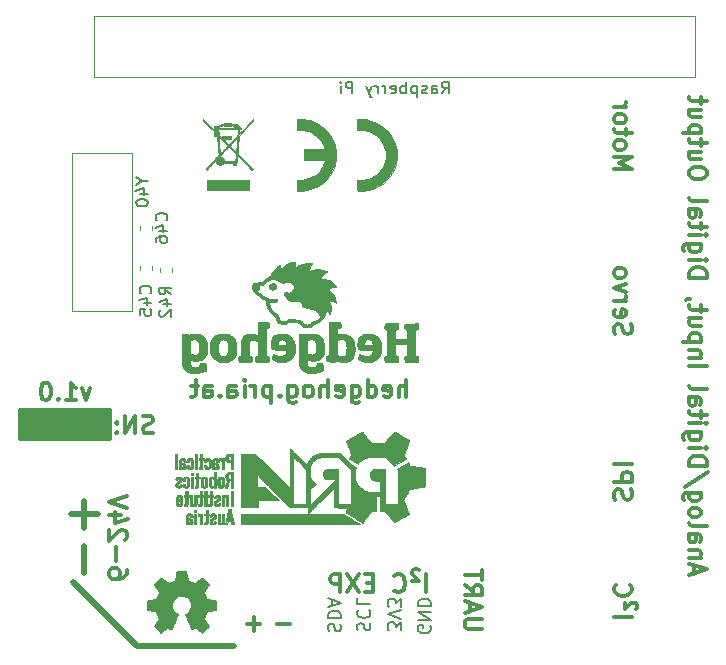
<source format=gbo>
G04 #@! TF.GenerationSoftware,KiCad,Pcbnew,5.1.5-52549c5~84~ubuntu16.04.1*
G04 #@! TF.CreationDate,2020-01-09T13:47:14+01:00*
G04 #@! TF.ProjectId,Hedgehog,48656467-6568-46f6-972e-6b696361645f,1.0*
G04 #@! TF.SameCoordinates,PX7270e00PY47868c0*
G04 #@! TF.FileFunction,Legend,Bot*
G04 #@! TF.FilePolarity,Positive*
%FSLAX46Y46*%
G04 Gerber Fmt 4.6, Leading zero omitted, Abs format (unit mm)*
G04 Created by KiCad (PCBNEW 5.1.5-52549c5~84~ubuntu16.04.1) date 2020-01-09 13:47:14*
%MOMM*%
%LPD*%
G04 APERTURE LIST*
%ADD10C,0.300000*%
%ADD11C,0.200000*%
%ADD12C,0.500000*%
%ADD13C,0.350000*%
%ADD14C,0.120000*%
%ADD15C,0.010000*%
%ADD16C,0.150000*%
%ADD17C,0.254000*%
G04 APERTURE END LIST*
D10*
X39921428Y-52792857D02*
X38707142Y-52792857D01*
X38564285Y-52721428D01*
X38492857Y-52650000D01*
X38421428Y-52507142D01*
X38421428Y-52221428D01*
X38492857Y-52078571D01*
X38564285Y-52007142D01*
X38707142Y-51935714D01*
X39921428Y-51935714D01*
X38850000Y-51292857D02*
X38850000Y-50578571D01*
X38421428Y-51435714D02*
X39921428Y-50935714D01*
X38421428Y-50435714D01*
X38421428Y-49078571D02*
X39135714Y-49578571D01*
X38421428Y-49935714D02*
X39921428Y-49935714D01*
X39921428Y-49364285D01*
X39850000Y-49221428D01*
X39778571Y-49150000D01*
X39635714Y-49078571D01*
X39421428Y-49078571D01*
X39278571Y-49150000D01*
X39207142Y-49221428D01*
X39135714Y-49364285D01*
X39135714Y-49935714D01*
X39921428Y-48650000D02*
X39921428Y-47792857D01*
X38421428Y-48221428D02*
X39921428Y-48221428D01*
X51142857Y-27835714D02*
X51071428Y-27621428D01*
X51071428Y-27264285D01*
X51142857Y-27121428D01*
X51214285Y-27050000D01*
X51357142Y-26978571D01*
X51500000Y-26978571D01*
X51642857Y-27050000D01*
X51714285Y-27121428D01*
X51785714Y-27264285D01*
X51857142Y-27550000D01*
X51928571Y-27692857D01*
X52000000Y-27764285D01*
X52142857Y-27835714D01*
X52285714Y-27835714D01*
X52428571Y-27764285D01*
X52500000Y-27692857D01*
X52571428Y-27550000D01*
X52571428Y-27192857D01*
X52500000Y-26978571D01*
X51142857Y-25764285D02*
X51071428Y-25907142D01*
X51071428Y-26192857D01*
X51142857Y-26335714D01*
X51285714Y-26407142D01*
X51857142Y-26407142D01*
X52000000Y-26335714D01*
X52071428Y-26192857D01*
X52071428Y-25907142D01*
X52000000Y-25764285D01*
X51857142Y-25692857D01*
X51714285Y-25692857D01*
X51571428Y-26407142D01*
X51071428Y-25050000D02*
X52071428Y-25050000D01*
X51785714Y-25050000D02*
X51928571Y-24978571D01*
X52000000Y-24907142D01*
X52071428Y-24764285D01*
X52071428Y-24621428D01*
X52071428Y-24264285D02*
X51071428Y-23907142D01*
X52071428Y-23550000D01*
X51071428Y-22764285D02*
X51142857Y-22907142D01*
X51214285Y-22978571D01*
X51357142Y-23050000D01*
X51785714Y-23050000D01*
X51928571Y-22978571D01*
X52000000Y-22907142D01*
X52071428Y-22764285D01*
X52071428Y-22550000D01*
X52000000Y-22407142D01*
X51928571Y-22335714D01*
X51785714Y-22264285D01*
X51357142Y-22264285D01*
X51214285Y-22335714D01*
X51142857Y-22407142D01*
X51071428Y-22550000D01*
X51071428Y-22764285D01*
X51071428Y-13850000D02*
X52571428Y-13850000D01*
X51500000Y-13350000D01*
X52571428Y-12850000D01*
X51071428Y-12850000D01*
X51071428Y-11921428D02*
X51142857Y-12064285D01*
X51214285Y-12135714D01*
X51357142Y-12207142D01*
X51785714Y-12207142D01*
X51928571Y-12135714D01*
X52000000Y-12064285D01*
X52071428Y-11921428D01*
X52071428Y-11707142D01*
X52000000Y-11564285D01*
X51928571Y-11492857D01*
X51785714Y-11421428D01*
X51357142Y-11421428D01*
X51214285Y-11492857D01*
X51142857Y-11564285D01*
X51071428Y-11707142D01*
X51071428Y-11921428D01*
X52071428Y-10992857D02*
X52071428Y-10421428D01*
X52571428Y-10778571D02*
X51285714Y-10778571D01*
X51142857Y-10707142D01*
X51071428Y-10564285D01*
X51071428Y-10421428D01*
X51071428Y-9707142D02*
X51142857Y-9850000D01*
X51214285Y-9921428D01*
X51357142Y-9992857D01*
X51785714Y-9992857D01*
X51928571Y-9921428D01*
X52000000Y-9850000D01*
X52071428Y-9707142D01*
X52071428Y-9492857D01*
X52000000Y-9350000D01*
X51928571Y-9278571D01*
X51785714Y-9207142D01*
X51357142Y-9207142D01*
X51214285Y-9278571D01*
X51142857Y-9350000D01*
X51071428Y-9492857D01*
X51071428Y-9707142D01*
X51071428Y-8564285D02*
X52071428Y-8564285D01*
X51785714Y-8564285D02*
X51928571Y-8492857D01*
X52000000Y-8421428D01*
X52071428Y-8278571D01*
X52071428Y-8135714D01*
X51142857Y-41835714D02*
X51071428Y-41621428D01*
X51071428Y-41264285D01*
X51142857Y-41121428D01*
X51214285Y-41050000D01*
X51357142Y-40978571D01*
X51500000Y-40978571D01*
X51642857Y-41050000D01*
X51714285Y-41121428D01*
X51785714Y-41264285D01*
X51857142Y-41550000D01*
X51928571Y-41692857D01*
X52000000Y-41764285D01*
X52142857Y-41835714D01*
X52285714Y-41835714D01*
X52428571Y-41764285D01*
X52500000Y-41692857D01*
X52571428Y-41550000D01*
X52571428Y-41192857D01*
X52500000Y-40978571D01*
X51071428Y-40335714D02*
X52571428Y-40335714D01*
X52571428Y-39764285D01*
X52500000Y-39621428D01*
X52428571Y-39550000D01*
X52285714Y-39478571D01*
X52071428Y-39478571D01*
X51928571Y-39550000D01*
X51857142Y-39621428D01*
X51785714Y-39764285D01*
X51785714Y-40335714D01*
X51071428Y-38835714D02*
X52571428Y-38835714D01*
X57850000Y-48107142D02*
X57850000Y-47392857D01*
X57421428Y-48250000D02*
X58921428Y-47750000D01*
X57421428Y-47250000D01*
X58421428Y-46750000D02*
X57421428Y-46750000D01*
X58278571Y-46750000D02*
X58350000Y-46678571D01*
X58421428Y-46535714D01*
X58421428Y-46321428D01*
X58350000Y-46178571D01*
X58207142Y-46107142D01*
X57421428Y-46107142D01*
X57421428Y-44750000D02*
X58207142Y-44750000D01*
X58350000Y-44821428D01*
X58421428Y-44964285D01*
X58421428Y-45250000D01*
X58350000Y-45392857D01*
X57492857Y-44750000D02*
X57421428Y-44892857D01*
X57421428Y-45250000D01*
X57492857Y-45392857D01*
X57635714Y-45464285D01*
X57778571Y-45464285D01*
X57921428Y-45392857D01*
X57992857Y-45250000D01*
X57992857Y-44892857D01*
X58064285Y-44750000D01*
X57421428Y-43821428D02*
X57492857Y-43964285D01*
X57635714Y-44035714D01*
X58921428Y-44035714D01*
X57421428Y-43035714D02*
X57492857Y-43178571D01*
X57564285Y-43250000D01*
X57707142Y-43321428D01*
X58135714Y-43321428D01*
X58278571Y-43250000D01*
X58350000Y-43178571D01*
X58421428Y-43035714D01*
X58421428Y-42821428D01*
X58350000Y-42678571D01*
X58278571Y-42607142D01*
X58135714Y-42535714D01*
X57707142Y-42535714D01*
X57564285Y-42607142D01*
X57492857Y-42678571D01*
X57421428Y-42821428D01*
X57421428Y-43035714D01*
X58421428Y-41250000D02*
X57207142Y-41250000D01*
X57064285Y-41321428D01*
X56992857Y-41392857D01*
X56921428Y-41535714D01*
X56921428Y-41750000D01*
X56992857Y-41892857D01*
X57492857Y-41250000D02*
X57421428Y-41392857D01*
X57421428Y-41678571D01*
X57492857Y-41821428D01*
X57564285Y-41892857D01*
X57707142Y-41964285D01*
X58135714Y-41964285D01*
X58278571Y-41892857D01*
X58350000Y-41821428D01*
X58421428Y-41678571D01*
X58421428Y-41392857D01*
X58350000Y-41250000D01*
X58992857Y-39464285D02*
X57064285Y-40750000D01*
X57421428Y-38964285D02*
X58921428Y-38964285D01*
X58921428Y-38607142D01*
X58850000Y-38392857D01*
X58707142Y-38250000D01*
X58564285Y-38178571D01*
X58278571Y-38107142D01*
X58064285Y-38107142D01*
X57778571Y-38178571D01*
X57635714Y-38250000D01*
X57492857Y-38392857D01*
X57421428Y-38607142D01*
X57421428Y-38964285D01*
X57421428Y-37464285D02*
X58421428Y-37464285D01*
X58921428Y-37464285D02*
X58850000Y-37535714D01*
X58778571Y-37464285D01*
X58850000Y-37392857D01*
X58921428Y-37464285D01*
X58778571Y-37464285D01*
X58421428Y-36107142D02*
X57207142Y-36107142D01*
X57064285Y-36178571D01*
X56992857Y-36250000D01*
X56921428Y-36392857D01*
X56921428Y-36607142D01*
X56992857Y-36750000D01*
X57492857Y-36107142D02*
X57421428Y-36250000D01*
X57421428Y-36535714D01*
X57492857Y-36678571D01*
X57564285Y-36750000D01*
X57707142Y-36821428D01*
X58135714Y-36821428D01*
X58278571Y-36750000D01*
X58350000Y-36678571D01*
X58421428Y-36535714D01*
X58421428Y-36250000D01*
X58350000Y-36107142D01*
X57421428Y-35392857D02*
X58421428Y-35392857D01*
X58921428Y-35392857D02*
X58850000Y-35464285D01*
X58778571Y-35392857D01*
X58850000Y-35321428D01*
X58921428Y-35392857D01*
X58778571Y-35392857D01*
X58421428Y-34892857D02*
X58421428Y-34321428D01*
X58921428Y-34678571D02*
X57635714Y-34678571D01*
X57492857Y-34607142D01*
X57421428Y-34464285D01*
X57421428Y-34321428D01*
X57421428Y-33178571D02*
X58207142Y-33178571D01*
X58350000Y-33250000D01*
X58421428Y-33392857D01*
X58421428Y-33678571D01*
X58350000Y-33821428D01*
X57492857Y-33178571D02*
X57421428Y-33321428D01*
X57421428Y-33678571D01*
X57492857Y-33821428D01*
X57635714Y-33892857D01*
X57778571Y-33892857D01*
X57921428Y-33821428D01*
X57992857Y-33678571D01*
X57992857Y-33321428D01*
X58064285Y-33178571D01*
X57421428Y-32250000D02*
X57492857Y-32392857D01*
X57635714Y-32464285D01*
X58921428Y-32464285D01*
X57421428Y-30535714D02*
X58921428Y-30535714D01*
X58421428Y-29821428D02*
X57421428Y-29821428D01*
X58278571Y-29821428D02*
X58350000Y-29750000D01*
X58421428Y-29607142D01*
X58421428Y-29392857D01*
X58350000Y-29250000D01*
X58207142Y-29178571D01*
X57421428Y-29178571D01*
X58421428Y-28464285D02*
X56921428Y-28464285D01*
X58350000Y-28464285D02*
X58421428Y-28321428D01*
X58421428Y-28035714D01*
X58350000Y-27892857D01*
X58278571Y-27821428D01*
X58135714Y-27750000D01*
X57707142Y-27750000D01*
X57564285Y-27821428D01*
X57492857Y-27892857D01*
X57421428Y-28035714D01*
X57421428Y-28321428D01*
X57492857Y-28464285D01*
X58421428Y-26464285D02*
X57421428Y-26464285D01*
X58421428Y-27107142D02*
X57635714Y-27107142D01*
X57492857Y-27035714D01*
X57421428Y-26892857D01*
X57421428Y-26678571D01*
X57492857Y-26535714D01*
X57564285Y-26464285D01*
X58421428Y-25964285D02*
X58421428Y-25392857D01*
X58921428Y-25750000D02*
X57635714Y-25750000D01*
X57492857Y-25678571D01*
X57421428Y-25535714D01*
X57421428Y-25392857D01*
X57492857Y-24821428D02*
X57421428Y-24821428D01*
X57278571Y-24892857D01*
X57207142Y-24964285D01*
X57421428Y-23035714D02*
X58921428Y-23035714D01*
X58921428Y-22678571D01*
X58850000Y-22464285D01*
X58707142Y-22321428D01*
X58564285Y-22250000D01*
X58278571Y-22178571D01*
X58064285Y-22178571D01*
X57778571Y-22250000D01*
X57635714Y-22321428D01*
X57492857Y-22464285D01*
X57421428Y-22678571D01*
X57421428Y-23035714D01*
X57421428Y-21535714D02*
X58421428Y-21535714D01*
X58921428Y-21535714D02*
X58850000Y-21607142D01*
X58778571Y-21535714D01*
X58850000Y-21464285D01*
X58921428Y-21535714D01*
X58778571Y-21535714D01*
X58421428Y-20178571D02*
X57207142Y-20178571D01*
X57064285Y-20250000D01*
X56992857Y-20321428D01*
X56921428Y-20464285D01*
X56921428Y-20678571D01*
X56992857Y-20821428D01*
X57492857Y-20178571D02*
X57421428Y-20321428D01*
X57421428Y-20607142D01*
X57492857Y-20750000D01*
X57564285Y-20821428D01*
X57707142Y-20892857D01*
X58135714Y-20892857D01*
X58278571Y-20821428D01*
X58350000Y-20750000D01*
X58421428Y-20607142D01*
X58421428Y-20321428D01*
X58350000Y-20178571D01*
X57421428Y-19464285D02*
X58421428Y-19464285D01*
X58921428Y-19464285D02*
X58850000Y-19535714D01*
X58778571Y-19464285D01*
X58850000Y-19392857D01*
X58921428Y-19464285D01*
X58778571Y-19464285D01*
X58421428Y-18964285D02*
X58421428Y-18392857D01*
X58921428Y-18750000D02*
X57635714Y-18750000D01*
X57492857Y-18678571D01*
X57421428Y-18535714D01*
X57421428Y-18392857D01*
X57421428Y-17250000D02*
X58207142Y-17250000D01*
X58350000Y-17321428D01*
X58421428Y-17464285D01*
X58421428Y-17750000D01*
X58350000Y-17892857D01*
X57492857Y-17250000D02*
X57421428Y-17392857D01*
X57421428Y-17750000D01*
X57492857Y-17892857D01*
X57635714Y-17964285D01*
X57778571Y-17964285D01*
X57921428Y-17892857D01*
X57992857Y-17750000D01*
X57992857Y-17392857D01*
X58064285Y-17250000D01*
X57421428Y-16321428D02*
X57492857Y-16464285D01*
X57635714Y-16535714D01*
X58921428Y-16535714D01*
X58921428Y-14321428D02*
X58921428Y-14035714D01*
X58850000Y-13892857D01*
X58707142Y-13750000D01*
X58421428Y-13678571D01*
X57921428Y-13678571D01*
X57635714Y-13750000D01*
X57492857Y-13892857D01*
X57421428Y-14035714D01*
X57421428Y-14321428D01*
X57492857Y-14464285D01*
X57635714Y-14607142D01*
X57921428Y-14678571D01*
X58421428Y-14678571D01*
X58707142Y-14607142D01*
X58850000Y-14464285D01*
X58921428Y-14321428D01*
X58421428Y-12392857D02*
X57421428Y-12392857D01*
X58421428Y-13035714D02*
X57635714Y-13035714D01*
X57492857Y-12964285D01*
X57421428Y-12821428D01*
X57421428Y-12607142D01*
X57492857Y-12464285D01*
X57564285Y-12392857D01*
X58421428Y-11892857D02*
X58421428Y-11321428D01*
X58921428Y-11678571D02*
X57635714Y-11678571D01*
X57492857Y-11607142D01*
X57421428Y-11464285D01*
X57421428Y-11321428D01*
X58421428Y-10821428D02*
X56921428Y-10821428D01*
X58350000Y-10821428D02*
X58421428Y-10678571D01*
X58421428Y-10392857D01*
X58350000Y-10250000D01*
X58278571Y-10178571D01*
X58135714Y-10107142D01*
X57707142Y-10107142D01*
X57564285Y-10178571D01*
X57492857Y-10250000D01*
X57421428Y-10392857D01*
X57421428Y-10678571D01*
X57492857Y-10821428D01*
X58421428Y-8821428D02*
X57421428Y-8821428D01*
X58421428Y-9464285D02*
X57635714Y-9464285D01*
X57492857Y-9392857D01*
X57421428Y-9250000D01*
X57421428Y-9035714D01*
X57492857Y-8892857D01*
X57564285Y-8821428D01*
X58421428Y-8321428D02*
X58421428Y-7750000D01*
X58921428Y-8107142D02*
X57635714Y-8107142D01*
X57492857Y-8035714D01*
X57421428Y-7892857D01*
X57421428Y-7750000D01*
X51071428Y-51771428D02*
X52571428Y-51771428D01*
X52928571Y-51128571D02*
X53000000Y-50985714D01*
X53000000Y-50771428D01*
X52928571Y-50628571D01*
X52785714Y-50557142D01*
X52642857Y-50557142D01*
X52500000Y-50628571D01*
X52000000Y-51128571D01*
X52000000Y-50557142D01*
X51214285Y-49057142D02*
X51142857Y-49128571D01*
X51071428Y-49342857D01*
X51071428Y-49485714D01*
X51142857Y-49700000D01*
X51285714Y-49842857D01*
X51428571Y-49914285D01*
X51714285Y-49985714D01*
X51928571Y-49985714D01*
X52214285Y-49914285D01*
X52357142Y-49842857D01*
X52500000Y-49700000D01*
X52571428Y-49485714D01*
X52571428Y-49342857D01*
X52500000Y-49128571D01*
X52428571Y-49057142D01*
X6742857Y-32428571D02*
X6385714Y-33428571D01*
X6028571Y-32428571D01*
X4671428Y-33428571D02*
X5528571Y-33428571D01*
X5100000Y-33428571D02*
X5100000Y-31928571D01*
X5242857Y-32142857D01*
X5385714Y-32285714D01*
X5528571Y-32357142D01*
X4028571Y-33285714D02*
X3957142Y-33357142D01*
X4028571Y-33428571D01*
X4100000Y-33357142D01*
X4028571Y-33285714D01*
X4028571Y-33428571D01*
X3028571Y-31928571D02*
X2885714Y-31928571D01*
X2742857Y-32000000D01*
X2671428Y-32071428D01*
X2600000Y-32214285D01*
X2528571Y-32500000D01*
X2528571Y-32857142D01*
X2600000Y-33142857D01*
X2671428Y-33285714D01*
X2742857Y-33357142D01*
X2885714Y-33428571D01*
X3028571Y-33428571D01*
X3171428Y-33357142D01*
X3242857Y-33285714D01*
X3314285Y-33142857D01*
X3385714Y-32857142D01*
X3385714Y-32500000D01*
X3314285Y-32214285D01*
X3242857Y-32071428D01*
X3171428Y-32000000D01*
X3028571Y-31928571D01*
X12021428Y-36157142D02*
X11807142Y-36228571D01*
X11450000Y-36228571D01*
X11307142Y-36157142D01*
X11235714Y-36085714D01*
X11164285Y-35942857D01*
X11164285Y-35800000D01*
X11235714Y-35657142D01*
X11307142Y-35585714D01*
X11450000Y-35514285D01*
X11735714Y-35442857D01*
X11878571Y-35371428D01*
X11950000Y-35300000D01*
X12021428Y-35157142D01*
X12021428Y-35014285D01*
X11950000Y-34871428D01*
X11878571Y-34800000D01*
X11735714Y-34728571D01*
X11378571Y-34728571D01*
X11164285Y-34800000D01*
X10521428Y-36228571D02*
X10521428Y-34728571D01*
X9664285Y-36228571D01*
X9664285Y-34728571D01*
X8950000Y-36085714D02*
X8878571Y-36157142D01*
X8950000Y-36228571D01*
X9021428Y-36157142D01*
X8950000Y-36085714D01*
X8950000Y-36228571D01*
X8950000Y-35300000D02*
X8878571Y-35371428D01*
X8950000Y-35442857D01*
X9021428Y-35371428D01*
X8950000Y-35300000D01*
X8950000Y-35442857D01*
X33500000Y-33178571D02*
X33500000Y-31678571D01*
X32857142Y-33178571D02*
X32857142Y-32392857D01*
X32928571Y-32250000D01*
X33071428Y-32178571D01*
X33285714Y-32178571D01*
X33428571Y-32250000D01*
X33500000Y-32321428D01*
X31571428Y-33107142D02*
X31714285Y-33178571D01*
X32000000Y-33178571D01*
X32142857Y-33107142D01*
X32214285Y-32964285D01*
X32214285Y-32392857D01*
X32142857Y-32250000D01*
X32000000Y-32178571D01*
X31714285Y-32178571D01*
X31571428Y-32250000D01*
X31500000Y-32392857D01*
X31500000Y-32535714D01*
X32214285Y-32678571D01*
X30214285Y-33178571D02*
X30214285Y-31678571D01*
X30214285Y-33107142D02*
X30357142Y-33178571D01*
X30642857Y-33178571D01*
X30785714Y-33107142D01*
X30857142Y-33035714D01*
X30928571Y-32892857D01*
X30928571Y-32464285D01*
X30857142Y-32321428D01*
X30785714Y-32250000D01*
X30642857Y-32178571D01*
X30357142Y-32178571D01*
X30214285Y-32250000D01*
X28857142Y-32178571D02*
X28857142Y-33392857D01*
X28928571Y-33535714D01*
X29000000Y-33607142D01*
X29142857Y-33678571D01*
X29357142Y-33678571D01*
X29500000Y-33607142D01*
X28857142Y-33107142D02*
X29000000Y-33178571D01*
X29285714Y-33178571D01*
X29428571Y-33107142D01*
X29500000Y-33035714D01*
X29571428Y-32892857D01*
X29571428Y-32464285D01*
X29500000Y-32321428D01*
X29428571Y-32250000D01*
X29285714Y-32178571D01*
X29000000Y-32178571D01*
X28857142Y-32250000D01*
X27571428Y-33107142D02*
X27714285Y-33178571D01*
X28000000Y-33178571D01*
X28142857Y-33107142D01*
X28214285Y-32964285D01*
X28214285Y-32392857D01*
X28142857Y-32250000D01*
X28000000Y-32178571D01*
X27714285Y-32178571D01*
X27571428Y-32250000D01*
X27500000Y-32392857D01*
X27500000Y-32535714D01*
X28214285Y-32678571D01*
X26857142Y-33178571D02*
X26857142Y-31678571D01*
X26214285Y-33178571D02*
X26214285Y-32392857D01*
X26285714Y-32250000D01*
X26428571Y-32178571D01*
X26642857Y-32178571D01*
X26785714Y-32250000D01*
X26857142Y-32321428D01*
X25285714Y-33178571D02*
X25428571Y-33107142D01*
X25500000Y-33035714D01*
X25571428Y-32892857D01*
X25571428Y-32464285D01*
X25500000Y-32321428D01*
X25428571Y-32250000D01*
X25285714Y-32178571D01*
X25071428Y-32178571D01*
X24928571Y-32250000D01*
X24857142Y-32321428D01*
X24785714Y-32464285D01*
X24785714Y-32892857D01*
X24857142Y-33035714D01*
X24928571Y-33107142D01*
X25071428Y-33178571D01*
X25285714Y-33178571D01*
X23500000Y-32178571D02*
X23500000Y-33392857D01*
X23571428Y-33535714D01*
X23642857Y-33607142D01*
X23785714Y-33678571D01*
X24000000Y-33678571D01*
X24142857Y-33607142D01*
X23500000Y-33107142D02*
X23642857Y-33178571D01*
X23928571Y-33178571D01*
X24071428Y-33107142D01*
X24142857Y-33035714D01*
X24214285Y-32892857D01*
X24214285Y-32464285D01*
X24142857Y-32321428D01*
X24071428Y-32250000D01*
X23928571Y-32178571D01*
X23642857Y-32178571D01*
X23500000Y-32250000D01*
X22785714Y-33035714D02*
X22714285Y-33107142D01*
X22785714Y-33178571D01*
X22857142Y-33107142D01*
X22785714Y-33035714D01*
X22785714Y-33178571D01*
X22071428Y-32178571D02*
X22071428Y-33678571D01*
X22071428Y-32250000D02*
X21928571Y-32178571D01*
X21642857Y-32178571D01*
X21500000Y-32250000D01*
X21428571Y-32321428D01*
X21357142Y-32464285D01*
X21357142Y-32892857D01*
X21428571Y-33035714D01*
X21500000Y-33107142D01*
X21642857Y-33178571D01*
X21928571Y-33178571D01*
X22071428Y-33107142D01*
X20714285Y-33178571D02*
X20714285Y-32178571D01*
X20714285Y-32464285D02*
X20642857Y-32321428D01*
X20571428Y-32250000D01*
X20428571Y-32178571D01*
X20285714Y-32178571D01*
X19785714Y-33178571D02*
X19785714Y-32178571D01*
X19785714Y-31678571D02*
X19857142Y-31750000D01*
X19785714Y-31821428D01*
X19714285Y-31750000D01*
X19785714Y-31678571D01*
X19785714Y-31821428D01*
X18428571Y-33178571D02*
X18428571Y-32392857D01*
X18500000Y-32250000D01*
X18642857Y-32178571D01*
X18928571Y-32178571D01*
X19071428Y-32250000D01*
X18428571Y-33107142D02*
X18571428Y-33178571D01*
X18928571Y-33178571D01*
X19071428Y-33107142D01*
X19142857Y-32964285D01*
X19142857Y-32821428D01*
X19071428Y-32678571D01*
X18928571Y-32607142D01*
X18571428Y-32607142D01*
X18428571Y-32535714D01*
X17714285Y-33035714D02*
X17642857Y-33107142D01*
X17714285Y-33178571D01*
X17785714Y-33107142D01*
X17714285Y-33035714D01*
X17714285Y-33178571D01*
X16357142Y-33178571D02*
X16357142Y-32392857D01*
X16428571Y-32250000D01*
X16571428Y-32178571D01*
X16857142Y-32178571D01*
X17000000Y-32250000D01*
X16357142Y-33107142D02*
X16500000Y-33178571D01*
X16857142Y-33178571D01*
X17000000Y-33107142D01*
X17071428Y-32964285D01*
X17071428Y-32821428D01*
X17000000Y-32678571D01*
X16857142Y-32607142D01*
X16500000Y-32607142D01*
X16357142Y-32535714D01*
X15857142Y-32178571D02*
X15285714Y-32178571D01*
X15642857Y-31678571D02*
X15642857Y-32964285D01*
X15571428Y-33107142D01*
X15428571Y-33178571D01*
X15285714Y-33178571D01*
D11*
X35500000Y-52538095D02*
X35552380Y-52642857D01*
X35552380Y-52800000D01*
X35500000Y-52957142D01*
X35395238Y-53061904D01*
X35290476Y-53114285D01*
X35080952Y-53166666D01*
X34923809Y-53166666D01*
X34714285Y-53114285D01*
X34609523Y-53061904D01*
X34504761Y-52957142D01*
X34452380Y-52800000D01*
X34452380Y-52695238D01*
X34504761Y-52538095D01*
X34557142Y-52485714D01*
X34923809Y-52485714D01*
X34923809Y-52695238D01*
X34452380Y-52014285D02*
X35552380Y-52014285D01*
X34452380Y-51385714D01*
X35552380Y-51385714D01*
X34452380Y-50861904D02*
X35552380Y-50861904D01*
X35552380Y-50600000D01*
X35500000Y-50442857D01*
X35395238Y-50338095D01*
X35290476Y-50285714D01*
X35080952Y-50233333D01*
X34923809Y-50233333D01*
X34714285Y-50285714D01*
X34609523Y-50338095D01*
X34504761Y-50442857D01*
X34452380Y-50600000D01*
X34452380Y-50861904D01*
X33002380Y-52911904D02*
X33002380Y-52230952D01*
X32583333Y-52597619D01*
X32583333Y-52440476D01*
X32530952Y-52335714D01*
X32478571Y-52283333D01*
X32373809Y-52230952D01*
X32111904Y-52230952D01*
X32007142Y-52283333D01*
X31954761Y-52335714D01*
X31902380Y-52440476D01*
X31902380Y-52754761D01*
X31954761Y-52859523D01*
X32007142Y-52911904D01*
X33002380Y-51916666D02*
X31902380Y-51550000D01*
X33002380Y-51183333D01*
X33002380Y-50921428D02*
X33002380Y-50240476D01*
X32583333Y-50607142D01*
X32583333Y-50450000D01*
X32530952Y-50345238D01*
X32478571Y-50292857D01*
X32373809Y-50240476D01*
X32111904Y-50240476D01*
X32007142Y-50292857D01*
X31954761Y-50345238D01*
X31902380Y-50450000D01*
X31902380Y-50764285D01*
X31954761Y-50869047D01*
X32007142Y-50921428D01*
X29404761Y-52909523D02*
X29352380Y-52752380D01*
X29352380Y-52490476D01*
X29404761Y-52385714D01*
X29457142Y-52333333D01*
X29561904Y-52280952D01*
X29666666Y-52280952D01*
X29771428Y-52333333D01*
X29823809Y-52385714D01*
X29876190Y-52490476D01*
X29928571Y-52700000D01*
X29980952Y-52804761D01*
X30033333Y-52857142D01*
X30138095Y-52909523D01*
X30242857Y-52909523D01*
X30347619Y-52857142D01*
X30400000Y-52804761D01*
X30452380Y-52700000D01*
X30452380Y-52438095D01*
X30400000Y-52280952D01*
X29457142Y-51180952D02*
X29404761Y-51233333D01*
X29352380Y-51390476D01*
X29352380Y-51495238D01*
X29404761Y-51652380D01*
X29509523Y-51757142D01*
X29614285Y-51809523D01*
X29823809Y-51861904D01*
X29980952Y-51861904D01*
X30190476Y-51809523D01*
X30295238Y-51757142D01*
X30400000Y-51652380D01*
X30452380Y-51495238D01*
X30452380Y-51390476D01*
X30400000Y-51233333D01*
X30347619Y-51180952D01*
X29352380Y-50185714D02*
X29352380Y-50709523D01*
X30452380Y-50709523D01*
X26904761Y-52985714D02*
X26852380Y-52828571D01*
X26852380Y-52566666D01*
X26904761Y-52461904D01*
X26957142Y-52409523D01*
X27061904Y-52357142D01*
X27166666Y-52357142D01*
X27271428Y-52409523D01*
X27323809Y-52461904D01*
X27376190Y-52566666D01*
X27428571Y-52776190D01*
X27480952Y-52880952D01*
X27533333Y-52933333D01*
X27638095Y-52985714D01*
X27742857Y-52985714D01*
X27847619Y-52933333D01*
X27900000Y-52880952D01*
X27952380Y-52776190D01*
X27952380Y-52514285D01*
X27900000Y-52357142D01*
X26852380Y-51885714D02*
X27952380Y-51885714D01*
X27952380Y-51623809D01*
X27900000Y-51466666D01*
X27795238Y-51361904D01*
X27690476Y-51309523D01*
X27480952Y-51257142D01*
X27323809Y-51257142D01*
X27114285Y-51309523D01*
X27009523Y-51361904D01*
X26904761Y-51466666D01*
X26852380Y-51623809D01*
X26852380Y-51885714D01*
X27166666Y-50838095D02*
X27166666Y-50314285D01*
X26852380Y-50942857D02*
X27952380Y-50576190D01*
X26852380Y-50209523D01*
D10*
X35185714Y-49678571D02*
X35185714Y-48178571D01*
X34542857Y-47821428D02*
X34400000Y-47750000D01*
X34185714Y-47750000D01*
X34042857Y-47821428D01*
X33971428Y-47964285D01*
X33971428Y-48107142D01*
X34042857Y-48250000D01*
X34542857Y-48750000D01*
X33971428Y-48750000D01*
X32471428Y-49535714D02*
X32542857Y-49607142D01*
X32757142Y-49678571D01*
X32900000Y-49678571D01*
X33114285Y-49607142D01*
X33257142Y-49464285D01*
X33328571Y-49321428D01*
X33400000Y-49035714D01*
X33400000Y-48821428D01*
X33328571Y-48535714D01*
X33257142Y-48392857D01*
X33114285Y-48250000D01*
X32900000Y-48178571D01*
X32757142Y-48178571D01*
X32542857Y-48250000D01*
X32471428Y-48321428D01*
X30685714Y-48892857D02*
X30185714Y-48892857D01*
X29971428Y-49678571D02*
X30685714Y-49678571D01*
X30685714Y-48178571D01*
X29971428Y-48178571D01*
X29471428Y-48178571D02*
X28471428Y-49678571D01*
X28471428Y-48178571D02*
X29471428Y-49678571D01*
X27900000Y-49678571D02*
X27900000Y-48178571D01*
X27328571Y-48178571D01*
X27185714Y-48250000D01*
X27114285Y-48321428D01*
X27042857Y-48464285D01*
X27042857Y-48678571D01*
X27114285Y-48821428D01*
X27185714Y-48892857D01*
X27328571Y-48964285D01*
X27900000Y-48964285D01*
D12*
X10700000Y-54250000D02*
X5250000Y-48800000D01*
X18900000Y-54250000D02*
X10700000Y-54250000D01*
D13*
X22528571Y-52357142D02*
X23671428Y-52357142D01*
X19978571Y-52357142D02*
X21121428Y-52357142D01*
X20550000Y-52928571D02*
X20550000Y-51785714D01*
D10*
X9821428Y-47814285D02*
X9821428Y-48100000D01*
X9750000Y-48242857D01*
X9678571Y-48314285D01*
X9464285Y-48457142D01*
X9178571Y-48528571D01*
X8607142Y-48528571D01*
X8464285Y-48457142D01*
X8392857Y-48385714D01*
X8321428Y-48242857D01*
X8321428Y-47957142D01*
X8392857Y-47814285D01*
X8464285Y-47742857D01*
X8607142Y-47671428D01*
X8964285Y-47671428D01*
X9107142Y-47742857D01*
X9178571Y-47814285D01*
X9250000Y-47957142D01*
X9250000Y-48242857D01*
X9178571Y-48385714D01*
X9107142Y-48457142D01*
X8964285Y-48528571D01*
X8892857Y-47028571D02*
X8892857Y-45885714D01*
X9678571Y-45242857D02*
X9750000Y-45171428D01*
X9821428Y-45028571D01*
X9821428Y-44671428D01*
X9750000Y-44528571D01*
X9678571Y-44457142D01*
X9535714Y-44385714D01*
X9392857Y-44385714D01*
X9178571Y-44457142D01*
X8321428Y-45314285D01*
X8321428Y-44385714D01*
X9321428Y-43100000D02*
X8321428Y-43100000D01*
X9892857Y-43457142D02*
X8821428Y-43814285D01*
X8821428Y-42885714D01*
X9821428Y-42528571D02*
X8321428Y-42028571D01*
X9821428Y-41528571D01*
D12*
X6214285Y-45807142D02*
X6214285Y-48092857D01*
X7342857Y-43064285D02*
X5057142Y-43064285D01*
X6200000Y-44207142D02*
X6200000Y-41921428D01*
D14*
G04 #@! TO.C,Y40*
X10250000Y-12500000D02*
X5150000Y-12500000D01*
X10250000Y-12500000D02*
X10250000Y-25900000D01*
X10250000Y-25900000D02*
X5150000Y-25900000D01*
X5150000Y-25900000D02*
X5150000Y-12500000D01*
G04 #@! TO.C,J40*
X7040000Y-6100000D02*
X57960000Y-6100000D01*
X57960000Y-6100000D02*
X57960000Y-900000D01*
X57960000Y-900000D02*
X7040000Y-900000D01*
X7040000Y-900000D02*
X7040000Y-6100000D01*
G04 #@! TO.C,C46*
X11960000Y-18687221D02*
X11960000Y-19012779D01*
X10940000Y-18687221D02*
X10940000Y-19012779D01*
G04 #@! TO.C,C45*
X10940000Y-22412779D02*
X10940000Y-22087221D01*
X11960000Y-22412779D02*
X11960000Y-22087221D01*
G04 #@! TO.C,R42*
X13610000Y-22237221D02*
X13610000Y-22562779D01*
X12590000Y-22237221D02*
X12590000Y-22562779D01*
D15*
G04 #@! TO.C,SILK_OSHW*
G36*
X14361489Y-47883381D02*
G01*
X14282525Y-47883978D01*
X14211655Y-47884894D01*
X14151060Y-47886085D01*
X14102926Y-47887505D01*
X14069436Y-47889110D01*
X14052774Y-47890855D01*
X14051517Y-47891292D01*
X14046562Y-47902830D01*
X14038609Y-47932284D01*
X14027948Y-47978310D01*
X14014867Y-48039564D01*
X13999655Y-48114702D01*
X13982601Y-48202380D01*
X13967497Y-48282405D01*
X13951631Y-48366541D01*
X13936536Y-48444741D01*
X13922643Y-48514902D01*
X13910386Y-48574919D01*
X13900196Y-48622690D01*
X13892504Y-48656111D01*
X13887745Y-48673078D01*
X13886919Y-48674681D01*
X13874906Y-48681484D01*
X13847786Y-48694070D01*
X13808314Y-48711326D01*
X13759249Y-48732136D01*
X13703349Y-48755386D01*
X13643372Y-48779960D01*
X13582075Y-48804743D01*
X13522216Y-48828620D01*
X13466553Y-48850477D01*
X13417844Y-48869199D01*
X13378846Y-48883670D01*
X13352318Y-48892775D01*
X13341016Y-48895400D01*
X13341002Y-48895395D01*
X13330791Y-48889104D01*
X13306299Y-48872941D01*
X13269329Y-48848126D01*
X13221683Y-48815880D01*
X13165164Y-48777425D01*
X13101575Y-48733981D01*
X13032718Y-48686769D01*
X13016044Y-48675313D01*
X12945989Y-48627457D01*
X12880483Y-48583282D01*
X12821372Y-48543991D01*
X12770500Y-48510782D01*
X12729712Y-48484859D01*
X12700853Y-48467421D01*
X12685766Y-48459671D01*
X12684448Y-48459385D01*
X12673446Y-48466138D01*
X12650764Y-48485179D01*
X12618230Y-48514677D01*
X12577674Y-48552805D01*
X12530923Y-48597732D01*
X12479806Y-48647629D01*
X12426152Y-48700668D01*
X12371790Y-48755019D01*
X12318546Y-48808852D01*
X12268252Y-48860340D01*
X12222734Y-48907652D01*
X12183821Y-48948959D01*
X12153342Y-48982432D01*
X12133126Y-49006243D01*
X12125000Y-49018561D01*
X12124923Y-49019113D01*
X12130301Y-49030881D01*
X12145615Y-49056790D01*
X12169636Y-49094947D01*
X12201133Y-49143460D01*
X12238878Y-49200435D01*
X12281640Y-49263980D01*
X12328189Y-49332203D01*
X12331175Y-49336549D01*
X12378280Y-49405243D01*
X12422115Y-49469500D01*
X12461384Y-49527393D01*
X12494790Y-49576998D01*
X12521038Y-49616389D01*
X12538831Y-49643640D01*
X12546872Y-49656828D01*
X12546983Y-49657059D01*
X12548491Y-49666138D01*
X12546322Y-49681215D01*
X12539809Y-49704123D01*
X12528282Y-49736701D01*
X12511075Y-49780783D01*
X12487517Y-49838207D01*
X12456940Y-49910808D01*
X12440866Y-49948562D01*
X12409580Y-50020871D01*
X12380746Y-50085597D01*
X12355325Y-50140709D01*
X12334277Y-50184177D01*
X12318564Y-50213972D01*
X12309146Y-50228063D01*
X12308248Y-50228747D01*
X12295075Y-50232556D01*
X12264907Y-50239428D01*
X12219968Y-50248913D01*
X12162483Y-50260561D01*
X12094678Y-50273923D01*
X12018776Y-50288547D01*
X11937004Y-50303985D01*
X11928058Y-50305655D01*
X11834334Y-50323425D01*
X11751820Y-50339657D01*
X11681940Y-50354044D01*
X11626117Y-50366276D01*
X11585775Y-50376047D01*
X11562336Y-50383047D01*
X11556824Y-50385989D01*
X11555054Y-50398263D01*
X11553412Y-50427891D01*
X11551944Y-50472690D01*
X11550694Y-50530476D01*
X11549708Y-50599066D01*
X11549031Y-50676276D01*
X11548708Y-50759922D01*
X11548688Y-50780823D01*
X11548751Y-50879900D01*
X11549064Y-50961157D01*
X11549687Y-51026308D01*
X11550678Y-51077072D01*
X11552099Y-51115164D01*
X11554007Y-51142301D01*
X11556463Y-51160199D01*
X11559525Y-51170575D01*
X11562316Y-51174504D01*
X11574815Y-51178846D01*
X11604302Y-51186154D01*
X11648528Y-51195958D01*
X11705246Y-51207790D01*
X11772210Y-51221180D01*
X11847171Y-51235660D01*
X11926220Y-51250454D01*
X12014979Y-51267112D01*
X12094617Y-51282657D01*
X12163340Y-51296704D01*
X12219352Y-51308869D01*
X12260856Y-51318766D01*
X12286058Y-51326010D01*
X12292833Y-51329102D01*
X12300568Y-51341512D01*
X12314011Y-51369207D01*
X12332087Y-51409517D01*
X12353724Y-51459775D01*
X12377847Y-51517308D01*
X12403383Y-51579450D01*
X12429258Y-51643529D01*
X12454399Y-51706877D01*
X12477730Y-51766823D01*
X12498180Y-51820699D01*
X12514674Y-51865835D01*
X12526138Y-51899561D01*
X12531498Y-51919208D01*
X12531622Y-51922774D01*
X12525189Y-51933382D01*
X12508945Y-51958197D01*
X12484160Y-51995334D01*
X12452102Y-52042909D01*
X12414044Y-52099036D01*
X12371253Y-52161831D01*
X12325938Y-52228043D01*
X12279831Y-52295764D01*
X12237448Y-52358966D01*
X12200033Y-52415721D01*
X12168828Y-52464099D01*
X12145080Y-52502174D01*
X12130031Y-52528017D01*
X12124923Y-52539594D01*
X12131658Y-52550497D01*
X12150649Y-52573111D01*
X12180069Y-52605606D01*
X12218095Y-52646150D01*
X12262902Y-52692913D01*
X12312665Y-52744062D01*
X12365560Y-52797767D01*
X12419762Y-52852197D01*
X12473447Y-52905521D01*
X12524789Y-52955907D01*
X12571965Y-53001524D01*
X12613150Y-53040541D01*
X12646518Y-53071127D01*
X12670247Y-53091451D01*
X12682510Y-53099681D01*
X12683090Y-53099770D01*
X12694389Y-53094403D01*
X12719827Y-53079132D01*
X12757495Y-53055202D01*
X12805486Y-53023859D01*
X12861894Y-52986348D01*
X12924811Y-52943914D01*
X12989856Y-52899500D01*
X13057323Y-52853477D01*
X13120204Y-52811180D01*
X13176578Y-52773857D01*
X13224524Y-52742755D01*
X13262121Y-52719120D01*
X13287447Y-52704199D01*
X13298437Y-52699231D01*
X13312718Y-52703694D01*
X13340586Y-52715973D01*
X13378544Y-52734406D01*
X13423092Y-52757329D01*
X13443557Y-52768235D01*
X13492691Y-52793745D01*
X13535550Y-52814183D01*
X13568899Y-52828120D01*
X13589506Y-52834125D01*
X13592646Y-52834177D01*
X13597623Y-52831495D01*
X13604086Y-52823947D01*
X13612563Y-52810349D01*
X13623580Y-52789514D01*
X13637665Y-52760258D01*
X13655344Y-52721396D01*
X13677145Y-52671741D01*
X13703596Y-52610111D01*
X13735223Y-52535318D01*
X13772553Y-52446178D01*
X13816114Y-52341505D01*
X13866432Y-52220115D01*
X13875267Y-52198769D01*
X13918735Y-52093324D01*
X13959785Y-51992967D01*
X13997830Y-51899183D01*
X14032281Y-51813459D01*
X14062551Y-51737281D01*
X14088053Y-51672135D01*
X14108198Y-51619508D01*
X14122399Y-51580885D01*
X14130068Y-51557753D01*
X14131229Y-51551557D01*
X14121252Y-51540188D01*
X14098609Y-51520822D01*
X14066857Y-51496352D01*
X14036205Y-51474287D01*
X13955138Y-51414560D01*
X13888936Y-51358137D01*
X13834224Y-51301313D01*
X13787629Y-51240380D01*
X13745779Y-51171630D01*
X13725262Y-51132535D01*
X13679314Y-51020171D01*
X13651776Y-50904152D01*
X13642346Y-50786449D01*
X13650724Y-50669036D01*
X13676609Y-50553884D01*
X13719699Y-50442966D01*
X13779694Y-50338253D01*
X13856293Y-50241717D01*
X13862183Y-50235407D01*
X13953812Y-50151604D01*
X14056137Y-50083504D01*
X14170473Y-50030299D01*
X14225652Y-50011169D01*
X14257819Y-50001875D01*
X14288143Y-49995447D01*
X14321433Y-49991383D01*
X14362504Y-49989181D01*
X14416165Y-49988339D01*
X14445115Y-49988270D01*
X14505931Y-49988674D01*
X14552045Y-49990224D01*
X14588282Y-49993420D01*
X14619467Y-49998765D01*
X14650426Y-50006763D01*
X14664923Y-50011159D01*
X14784141Y-50058088D01*
X14892381Y-50120558D01*
X14988519Y-50197623D01*
X15071433Y-50288335D01*
X15139998Y-50391746D01*
X15158982Y-50427885D01*
X15198544Y-50517995D01*
X15224549Y-50603320D01*
X15238730Y-50691238D01*
X15242832Y-50784462D01*
X15233487Y-50909595D01*
X15205783Y-51028972D01*
X15160215Y-51141367D01*
X15097276Y-51245554D01*
X15019316Y-51338414D01*
X14984345Y-51371099D01*
X14938917Y-51409215D01*
X14888944Y-51448178D01*
X14840338Y-51483400D01*
X14799010Y-51510297D01*
X14793963Y-51513239D01*
X14771477Y-51530357D01*
X14757938Y-51548585D01*
X14757067Y-51551248D01*
X14759861Y-51564082D01*
X14769921Y-51593911D01*
X14786860Y-51639753D01*
X14810293Y-51700628D01*
X14839831Y-51775553D01*
X14875089Y-51863546D01*
X14915680Y-51963626D01*
X14961217Y-52074811D01*
X15006291Y-52183999D01*
X15049422Y-52288041D01*
X15090549Y-52387090D01*
X15129032Y-52479615D01*
X15164232Y-52564088D01*
X15195510Y-52638978D01*
X15222226Y-52702758D01*
X15243742Y-52753897D01*
X15259419Y-52790865D01*
X15268616Y-52812134D01*
X15270666Y-52816556D01*
X15286498Y-52832148D01*
X15299593Y-52836000D01*
X15314426Y-52831528D01*
X15342797Y-52819222D01*
X15381173Y-52800746D01*
X15426017Y-52777764D01*
X15446841Y-52766678D01*
X15504165Y-52736908D01*
X15549391Y-52715750D01*
X15581008Y-52703860D01*
X15596495Y-52701611D01*
X15610230Y-52708211D01*
X15637426Y-52724424D01*
X15675559Y-52748628D01*
X15722103Y-52779201D01*
X15774535Y-52814523D01*
X15807923Y-52837425D01*
X15898149Y-52899659D01*
X15973686Y-52951569D01*
X16035861Y-52994024D01*
X16085998Y-53027896D01*
X16125420Y-53054057D01*
X16155454Y-53073377D01*
X16177424Y-53086727D01*
X16192655Y-53094978D01*
X16202472Y-53099002D01*
X16206946Y-53099770D01*
X16217074Y-53093076D01*
X16239354Y-53073997D01*
X16272192Y-53044033D01*
X16313997Y-53004688D01*
X16363176Y-52957463D01*
X16418138Y-52903860D01*
X16477289Y-52845380D01*
X16488978Y-52833734D01*
X16548584Y-52773981D01*
X16603825Y-52718044D01*
X16653159Y-52667524D01*
X16695044Y-52624029D01*
X16727936Y-52589160D01*
X16750294Y-52564524D01*
X16760574Y-52551724D01*
X16761025Y-52550795D01*
X16762755Y-52545070D01*
X16763360Y-52539218D01*
X16761855Y-52531655D01*
X16757257Y-52520794D01*
X16748582Y-52505048D01*
X16734846Y-52482832D01*
X16715066Y-52452560D01*
X16688258Y-52412645D01*
X16653438Y-52361500D01*
X16609622Y-52297541D01*
X16555827Y-52219181D01*
X16550931Y-52212050D01*
X16505458Y-52145434D01*
X16463720Y-52083536D01*
X16426973Y-52028282D01*
X16396477Y-51981594D01*
X16373488Y-51945396D01*
X16359266Y-51921612D01*
X16355000Y-51912442D01*
X16358517Y-51900137D01*
X16368480Y-51872031D01*
X16384010Y-51830436D01*
X16404225Y-51777664D01*
X16428246Y-51716026D01*
X16455190Y-51647835D01*
X16468664Y-51614053D01*
X16502774Y-51529451D01*
X16530758Y-51461637D01*
X16553315Y-51409091D01*
X16571141Y-51370292D01*
X16584935Y-51343721D01*
X16595394Y-51327856D01*
X16602991Y-51321269D01*
X16617143Y-51317541D01*
X16648199Y-51310788D01*
X16693841Y-51301467D01*
X16751747Y-51290038D01*
X16819597Y-51276958D01*
X16895071Y-51262687D01*
X16969382Y-51248874D01*
X17049459Y-51233878D01*
X17123712Y-51219528D01*
X17189882Y-51206296D01*
X17245711Y-51194650D01*
X17288940Y-51185062D01*
X17317310Y-51178002D01*
X17328402Y-51174100D01*
X17331858Y-51168001D01*
X17334689Y-51154887D01*
X17336950Y-51133099D01*
X17338697Y-51100979D01*
X17339986Y-51056869D01*
X17340872Y-50999109D01*
X17341411Y-50926041D01*
X17341659Y-50836008D01*
X17341692Y-50778606D01*
X17341692Y-50394143D01*
X17319711Y-50380582D01*
X17305312Y-50375770D01*
X17273967Y-50368024D01*
X17227969Y-50357821D01*
X17169611Y-50345639D01*
X17101184Y-50331957D01*
X17024981Y-50317253D01*
X16943296Y-50302006D01*
X16941154Y-50301613D01*
X16859853Y-50286443D01*
X16784407Y-50271874D01*
X16717028Y-50258371D01*
X16659930Y-50246397D01*
X16615326Y-50236418D01*
X16585430Y-50228898D01*
X16572454Y-50224303D01*
X16572298Y-50224167D01*
X16565210Y-50212118D01*
X16551880Y-50184821D01*
X16533505Y-50145055D01*
X16511280Y-50095602D01*
X16486402Y-50039243D01*
X16460069Y-49978758D01*
X16433477Y-49916928D01*
X16407823Y-49856534D01*
X16384304Y-49800357D01*
X16364115Y-49751177D01*
X16348455Y-49711776D01*
X16338520Y-49684934D01*
X16335461Y-49673836D01*
X16340831Y-49662645D01*
X16356132Y-49637256D01*
X16380154Y-49599518D01*
X16411684Y-49551284D01*
X16449511Y-49494402D01*
X16492423Y-49430725D01*
X16539209Y-49362103D01*
X16546648Y-49351261D01*
X16594138Y-49281804D01*
X16638162Y-49216829D01*
X16677473Y-49158220D01*
X16710823Y-49107863D01*
X16736963Y-49067646D01*
X16754647Y-49039454D01*
X16762626Y-49025174D01*
X16762897Y-49024394D01*
X16761434Y-49016500D01*
X16753433Y-49003208D01*
X16737851Y-48983376D01*
X16713643Y-48955864D01*
X16679766Y-48919528D01*
X16635176Y-48873227D01*
X16578830Y-48815820D01*
X16509683Y-48746166D01*
X16495769Y-48732212D01*
X16426503Y-48663249D01*
X16364698Y-48602652D01*
X16311407Y-48551407D01*
X16267680Y-48510503D01*
X16234569Y-48480927D01*
X16213127Y-48463665D01*
X16205143Y-48459385D01*
X16193153Y-48464755D01*
X16167006Y-48480054D01*
X16128589Y-48504059D01*
X16079790Y-48535552D01*
X16022499Y-48573313D01*
X15958602Y-48616120D01*
X15889989Y-48662753D01*
X15882526Y-48667865D01*
X15813268Y-48715248D01*
X15748418Y-48759451D01*
X15689897Y-48799180D01*
X15639624Y-48833135D01*
X15599521Y-48860022D01*
X15571508Y-48878541D01*
X15557506Y-48887398D01*
X15557015Y-48887668D01*
X15548451Y-48890272D01*
X15535885Y-48889894D01*
X15517194Y-48885830D01*
X15490253Y-48877374D01*
X15452939Y-48863822D01*
X15403128Y-48844470D01*
X15338698Y-48818612D01*
X15293246Y-48800133D01*
X15212757Y-48767272D01*
X15148484Y-48740853D01*
X15098537Y-48719966D01*
X15061030Y-48703705D01*
X15034073Y-48691160D01*
X15015778Y-48681424D01*
X15004257Y-48673589D01*
X14997622Y-48666746D01*
X14993984Y-48659989D01*
X14992412Y-48655464D01*
X14989307Y-48641801D01*
X14983089Y-48611165D01*
X14974191Y-48565798D01*
X14963044Y-48507941D01*
X14950080Y-48439835D01*
X14935730Y-48363722D01*
X14920425Y-48281843D01*
X14918854Y-48273401D01*
X14903361Y-48191311D01*
X14888522Y-48114999D01*
X14874799Y-48046667D01*
X14862653Y-47988516D01*
X14852545Y-47942747D01*
X14844936Y-47911562D01*
X14840286Y-47897163D01*
X14839976Y-47896699D01*
X14834150Y-47893149D01*
X14821994Y-47890248D01*
X14801800Y-47887937D01*
X14771859Y-47886157D01*
X14730462Y-47884850D01*
X14675899Y-47883956D01*
X14606462Y-47883417D01*
X14520442Y-47883174D01*
X14446361Y-47883150D01*
X14361489Y-47883381D01*
G37*
X14361489Y-47883381D02*
X14282525Y-47883978D01*
X14211655Y-47884894D01*
X14151060Y-47886085D01*
X14102926Y-47887505D01*
X14069436Y-47889110D01*
X14052774Y-47890855D01*
X14051517Y-47891292D01*
X14046562Y-47902830D01*
X14038609Y-47932284D01*
X14027948Y-47978310D01*
X14014867Y-48039564D01*
X13999655Y-48114702D01*
X13982601Y-48202380D01*
X13967497Y-48282405D01*
X13951631Y-48366541D01*
X13936536Y-48444741D01*
X13922643Y-48514902D01*
X13910386Y-48574919D01*
X13900196Y-48622690D01*
X13892504Y-48656111D01*
X13887745Y-48673078D01*
X13886919Y-48674681D01*
X13874906Y-48681484D01*
X13847786Y-48694070D01*
X13808314Y-48711326D01*
X13759249Y-48732136D01*
X13703349Y-48755386D01*
X13643372Y-48779960D01*
X13582075Y-48804743D01*
X13522216Y-48828620D01*
X13466553Y-48850477D01*
X13417844Y-48869199D01*
X13378846Y-48883670D01*
X13352318Y-48892775D01*
X13341016Y-48895400D01*
X13341002Y-48895395D01*
X13330791Y-48889104D01*
X13306299Y-48872941D01*
X13269329Y-48848126D01*
X13221683Y-48815880D01*
X13165164Y-48777425D01*
X13101575Y-48733981D01*
X13032718Y-48686769D01*
X13016044Y-48675313D01*
X12945989Y-48627457D01*
X12880483Y-48583282D01*
X12821372Y-48543991D01*
X12770500Y-48510782D01*
X12729712Y-48484859D01*
X12700853Y-48467421D01*
X12685766Y-48459671D01*
X12684448Y-48459385D01*
X12673446Y-48466138D01*
X12650764Y-48485179D01*
X12618230Y-48514677D01*
X12577674Y-48552805D01*
X12530923Y-48597732D01*
X12479806Y-48647629D01*
X12426152Y-48700668D01*
X12371790Y-48755019D01*
X12318546Y-48808852D01*
X12268252Y-48860340D01*
X12222734Y-48907652D01*
X12183821Y-48948959D01*
X12153342Y-48982432D01*
X12133126Y-49006243D01*
X12125000Y-49018561D01*
X12124923Y-49019113D01*
X12130301Y-49030881D01*
X12145615Y-49056790D01*
X12169636Y-49094947D01*
X12201133Y-49143460D01*
X12238878Y-49200435D01*
X12281640Y-49263980D01*
X12328189Y-49332203D01*
X12331175Y-49336549D01*
X12378280Y-49405243D01*
X12422115Y-49469500D01*
X12461384Y-49527393D01*
X12494790Y-49576998D01*
X12521038Y-49616389D01*
X12538831Y-49643640D01*
X12546872Y-49656828D01*
X12546983Y-49657059D01*
X12548491Y-49666138D01*
X12546322Y-49681215D01*
X12539809Y-49704123D01*
X12528282Y-49736701D01*
X12511075Y-49780783D01*
X12487517Y-49838207D01*
X12456940Y-49910808D01*
X12440866Y-49948562D01*
X12409580Y-50020871D01*
X12380746Y-50085597D01*
X12355325Y-50140709D01*
X12334277Y-50184177D01*
X12318564Y-50213972D01*
X12309146Y-50228063D01*
X12308248Y-50228747D01*
X12295075Y-50232556D01*
X12264907Y-50239428D01*
X12219968Y-50248913D01*
X12162483Y-50260561D01*
X12094678Y-50273923D01*
X12018776Y-50288547D01*
X11937004Y-50303985D01*
X11928058Y-50305655D01*
X11834334Y-50323425D01*
X11751820Y-50339657D01*
X11681940Y-50354044D01*
X11626117Y-50366276D01*
X11585775Y-50376047D01*
X11562336Y-50383047D01*
X11556824Y-50385989D01*
X11555054Y-50398263D01*
X11553412Y-50427891D01*
X11551944Y-50472690D01*
X11550694Y-50530476D01*
X11549708Y-50599066D01*
X11549031Y-50676276D01*
X11548708Y-50759922D01*
X11548688Y-50780823D01*
X11548751Y-50879900D01*
X11549064Y-50961157D01*
X11549687Y-51026308D01*
X11550678Y-51077072D01*
X11552099Y-51115164D01*
X11554007Y-51142301D01*
X11556463Y-51160199D01*
X11559525Y-51170575D01*
X11562316Y-51174504D01*
X11574815Y-51178846D01*
X11604302Y-51186154D01*
X11648528Y-51195958D01*
X11705246Y-51207790D01*
X11772210Y-51221180D01*
X11847171Y-51235660D01*
X11926220Y-51250454D01*
X12014979Y-51267112D01*
X12094617Y-51282657D01*
X12163340Y-51296704D01*
X12219352Y-51308869D01*
X12260856Y-51318766D01*
X12286058Y-51326010D01*
X12292833Y-51329102D01*
X12300568Y-51341512D01*
X12314011Y-51369207D01*
X12332087Y-51409517D01*
X12353724Y-51459775D01*
X12377847Y-51517308D01*
X12403383Y-51579450D01*
X12429258Y-51643529D01*
X12454399Y-51706877D01*
X12477730Y-51766823D01*
X12498180Y-51820699D01*
X12514674Y-51865835D01*
X12526138Y-51899561D01*
X12531498Y-51919208D01*
X12531622Y-51922774D01*
X12525189Y-51933382D01*
X12508945Y-51958197D01*
X12484160Y-51995334D01*
X12452102Y-52042909D01*
X12414044Y-52099036D01*
X12371253Y-52161831D01*
X12325938Y-52228043D01*
X12279831Y-52295764D01*
X12237448Y-52358966D01*
X12200033Y-52415721D01*
X12168828Y-52464099D01*
X12145080Y-52502174D01*
X12130031Y-52528017D01*
X12124923Y-52539594D01*
X12131658Y-52550497D01*
X12150649Y-52573111D01*
X12180069Y-52605606D01*
X12218095Y-52646150D01*
X12262902Y-52692913D01*
X12312665Y-52744062D01*
X12365560Y-52797767D01*
X12419762Y-52852197D01*
X12473447Y-52905521D01*
X12524789Y-52955907D01*
X12571965Y-53001524D01*
X12613150Y-53040541D01*
X12646518Y-53071127D01*
X12670247Y-53091451D01*
X12682510Y-53099681D01*
X12683090Y-53099770D01*
X12694389Y-53094403D01*
X12719827Y-53079132D01*
X12757495Y-53055202D01*
X12805486Y-53023859D01*
X12861894Y-52986348D01*
X12924811Y-52943914D01*
X12989856Y-52899500D01*
X13057323Y-52853477D01*
X13120204Y-52811180D01*
X13176578Y-52773857D01*
X13224524Y-52742755D01*
X13262121Y-52719120D01*
X13287447Y-52704199D01*
X13298437Y-52699231D01*
X13312718Y-52703694D01*
X13340586Y-52715973D01*
X13378544Y-52734406D01*
X13423092Y-52757329D01*
X13443557Y-52768235D01*
X13492691Y-52793745D01*
X13535550Y-52814183D01*
X13568899Y-52828120D01*
X13589506Y-52834125D01*
X13592646Y-52834177D01*
X13597623Y-52831495D01*
X13604086Y-52823947D01*
X13612563Y-52810349D01*
X13623580Y-52789514D01*
X13637665Y-52760258D01*
X13655344Y-52721396D01*
X13677145Y-52671741D01*
X13703596Y-52610111D01*
X13735223Y-52535318D01*
X13772553Y-52446178D01*
X13816114Y-52341505D01*
X13866432Y-52220115D01*
X13875267Y-52198769D01*
X13918735Y-52093324D01*
X13959785Y-51992967D01*
X13997830Y-51899183D01*
X14032281Y-51813459D01*
X14062551Y-51737281D01*
X14088053Y-51672135D01*
X14108198Y-51619508D01*
X14122399Y-51580885D01*
X14130068Y-51557753D01*
X14131229Y-51551557D01*
X14121252Y-51540188D01*
X14098609Y-51520822D01*
X14066857Y-51496352D01*
X14036205Y-51474287D01*
X13955138Y-51414560D01*
X13888936Y-51358137D01*
X13834224Y-51301313D01*
X13787629Y-51240380D01*
X13745779Y-51171630D01*
X13725262Y-51132535D01*
X13679314Y-51020171D01*
X13651776Y-50904152D01*
X13642346Y-50786449D01*
X13650724Y-50669036D01*
X13676609Y-50553884D01*
X13719699Y-50442966D01*
X13779694Y-50338253D01*
X13856293Y-50241717D01*
X13862183Y-50235407D01*
X13953812Y-50151604D01*
X14056137Y-50083504D01*
X14170473Y-50030299D01*
X14225652Y-50011169D01*
X14257819Y-50001875D01*
X14288143Y-49995447D01*
X14321433Y-49991383D01*
X14362504Y-49989181D01*
X14416165Y-49988339D01*
X14445115Y-49988270D01*
X14505931Y-49988674D01*
X14552045Y-49990224D01*
X14588282Y-49993420D01*
X14619467Y-49998765D01*
X14650426Y-50006763D01*
X14664923Y-50011159D01*
X14784141Y-50058088D01*
X14892381Y-50120558D01*
X14988519Y-50197623D01*
X15071433Y-50288335D01*
X15139998Y-50391746D01*
X15158982Y-50427885D01*
X15198544Y-50517995D01*
X15224549Y-50603320D01*
X15238730Y-50691238D01*
X15242832Y-50784462D01*
X15233487Y-50909595D01*
X15205783Y-51028972D01*
X15160215Y-51141367D01*
X15097276Y-51245554D01*
X15019316Y-51338414D01*
X14984345Y-51371099D01*
X14938917Y-51409215D01*
X14888944Y-51448178D01*
X14840338Y-51483400D01*
X14799010Y-51510297D01*
X14793963Y-51513239D01*
X14771477Y-51530357D01*
X14757938Y-51548585D01*
X14757067Y-51551248D01*
X14759861Y-51564082D01*
X14769921Y-51593911D01*
X14786860Y-51639753D01*
X14810293Y-51700628D01*
X14839831Y-51775553D01*
X14875089Y-51863546D01*
X14915680Y-51963626D01*
X14961217Y-52074811D01*
X15006291Y-52183999D01*
X15049422Y-52288041D01*
X15090549Y-52387090D01*
X15129032Y-52479615D01*
X15164232Y-52564088D01*
X15195510Y-52638978D01*
X15222226Y-52702758D01*
X15243742Y-52753897D01*
X15259419Y-52790865D01*
X15268616Y-52812134D01*
X15270666Y-52816556D01*
X15286498Y-52832148D01*
X15299593Y-52836000D01*
X15314426Y-52831528D01*
X15342797Y-52819222D01*
X15381173Y-52800746D01*
X15426017Y-52777764D01*
X15446841Y-52766678D01*
X15504165Y-52736908D01*
X15549391Y-52715750D01*
X15581008Y-52703860D01*
X15596495Y-52701611D01*
X15610230Y-52708211D01*
X15637426Y-52724424D01*
X15675559Y-52748628D01*
X15722103Y-52779201D01*
X15774535Y-52814523D01*
X15807923Y-52837425D01*
X15898149Y-52899659D01*
X15973686Y-52951569D01*
X16035861Y-52994024D01*
X16085998Y-53027896D01*
X16125420Y-53054057D01*
X16155454Y-53073377D01*
X16177424Y-53086727D01*
X16192655Y-53094978D01*
X16202472Y-53099002D01*
X16206946Y-53099770D01*
X16217074Y-53093076D01*
X16239354Y-53073997D01*
X16272192Y-53044033D01*
X16313997Y-53004688D01*
X16363176Y-52957463D01*
X16418138Y-52903860D01*
X16477289Y-52845380D01*
X16488978Y-52833734D01*
X16548584Y-52773981D01*
X16603825Y-52718044D01*
X16653159Y-52667524D01*
X16695044Y-52624029D01*
X16727936Y-52589160D01*
X16750294Y-52564524D01*
X16760574Y-52551724D01*
X16761025Y-52550795D01*
X16762755Y-52545070D01*
X16763360Y-52539218D01*
X16761855Y-52531655D01*
X16757257Y-52520794D01*
X16748582Y-52505048D01*
X16734846Y-52482832D01*
X16715066Y-52452560D01*
X16688258Y-52412645D01*
X16653438Y-52361500D01*
X16609622Y-52297541D01*
X16555827Y-52219181D01*
X16550931Y-52212050D01*
X16505458Y-52145434D01*
X16463720Y-52083536D01*
X16426973Y-52028282D01*
X16396477Y-51981594D01*
X16373488Y-51945396D01*
X16359266Y-51921612D01*
X16355000Y-51912442D01*
X16358517Y-51900137D01*
X16368480Y-51872031D01*
X16384010Y-51830436D01*
X16404225Y-51777664D01*
X16428246Y-51716026D01*
X16455190Y-51647835D01*
X16468664Y-51614053D01*
X16502774Y-51529451D01*
X16530758Y-51461637D01*
X16553315Y-51409091D01*
X16571141Y-51370292D01*
X16584935Y-51343721D01*
X16595394Y-51327856D01*
X16602991Y-51321269D01*
X16617143Y-51317541D01*
X16648199Y-51310788D01*
X16693841Y-51301467D01*
X16751747Y-51290038D01*
X16819597Y-51276958D01*
X16895071Y-51262687D01*
X16969382Y-51248874D01*
X17049459Y-51233878D01*
X17123712Y-51219528D01*
X17189882Y-51206296D01*
X17245711Y-51194650D01*
X17288940Y-51185062D01*
X17317310Y-51178002D01*
X17328402Y-51174100D01*
X17331858Y-51168001D01*
X17334689Y-51154887D01*
X17336950Y-51133099D01*
X17338697Y-51100979D01*
X17339986Y-51056869D01*
X17340872Y-50999109D01*
X17341411Y-50926041D01*
X17341659Y-50836008D01*
X17341692Y-50778606D01*
X17341692Y-50394143D01*
X17319711Y-50380582D01*
X17305312Y-50375770D01*
X17273967Y-50368024D01*
X17227969Y-50357821D01*
X17169611Y-50345639D01*
X17101184Y-50331957D01*
X17024981Y-50317253D01*
X16943296Y-50302006D01*
X16941154Y-50301613D01*
X16859853Y-50286443D01*
X16784407Y-50271874D01*
X16717028Y-50258371D01*
X16659930Y-50246397D01*
X16615326Y-50236418D01*
X16585430Y-50228898D01*
X16572454Y-50224303D01*
X16572298Y-50224167D01*
X16565210Y-50212118D01*
X16551880Y-50184821D01*
X16533505Y-50145055D01*
X16511280Y-50095602D01*
X16486402Y-50039243D01*
X16460069Y-49978758D01*
X16433477Y-49916928D01*
X16407823Y-49856534D01*
X16384304Y-49800357D01*
X16364115Y-49751177D01*
X16348455Y-49711776D01*
X16338520Y-49684934D01*
X16335461Y-49673836D01*
X16340831Y-49662645D01*
X16356132Y-49637256D01*
X16380154Y-49599518D01*
X16411684Y-49551284D01*
X16449511Y-49494402D01*
X16492423Y-49430725D01*
X16539209Y-49362103D01*
X16546648Y-49351261D01*
X16594138Y-49281804D01*
X16638162Y-49216829D01*
X16677473Y-49158220D01*
X16710823Y-49107863D01*
X16736963Y-49067646D01*
X16754647Y-49039454D01*
X16762626Y-49025174D01*
X16762897Y-49024394D01*
X16761434Y-49016500D01*
X16753433Y-49003208D01*
X16737851Y-48983376D01*
X16713643Y-48955864D01*
X16679766Y-48919528D01*
X16635176Y-48873227D01*
X16578830Y-48815820D01*
X16509683Y-48746166D01*
X16495769Y-48732212D01*
X16426503Y-48663249D01*
X16364698Y-48602652D01*
X16311407Y-48551407D01*
X16267680Y-48510503D01*
X16234569Y-48480927D01*
X16213127Y-48463665D01*
X16205143Y-48459385D01*
X16193153Y-48464755D01*
X16167006Y-48480054D01*
X16128589Y-48504059D01*
X16079790Y-48535552D01*
X16022499Y-48573313D01*
X15958602Y-48616120D01*
X15889989Y-48662753D01*
X15882526Y-48667865D01*
X15813268Y-48715248D01*
X15748418Y-48759451D01*
X15689897Y-48799180D01*
X15639624Y-48833135D01*
X15599521Y-48860022D01*
X15571508Y-48878541D01*
X15557506Y-48887398D01*
X15557015Y-48887668D01*
X15548451Y-48890272D01*
X15535885Y-48889894D01*
X15517194Y-48885830D01*
X15490253Y-48877374D01*
X15452939Y-48863822D01*
X15403128Y-48844470D01*
X15338698Y-48818612D01*
X15293246Y-48800133D01*
X15212757Y-48767272D01*
X15148484Y-48740853D01*
X15098537Y-48719966D01*
X15061030Y-48703705D01*
X15034073Y-48691160D01*
X15015778Y-48681424D01*
X15004257Y-48673589D01*
X14997622Y-48666746D01*
X14993984Y-48659989D01*
X14992412Y-48655464D01*
X14989307Y-48641801D01*
X14983089Y-48611165D01*
X14974191Y-48565798D01*
X14963044Y-48507941D01*
X14950080Y-48439835D01*
X14935730Y-48363722D01*
X14920425Y-48281843D01*
X14918854Y-48273401D01*
X14903361Y-48191311D01*
X14888522Y-48114999D01*
X14874799Y-48046667D01*
X14862653Y-47988516D01*
X14852545Y-47942747D01*
X14844936Y-47911562D01*
X14840286Y-47897163D01*
X14839976Y-47896699D01*
X14834150Y-47893149D01*
X14821994Y-47890248D01*
X14801800Y-47887937D01*
X14771859Y-47886157D01*
X14730462Y-47884850D01*
X14675899Y-47883956D01*
X14606462Y-47883417D01*
X14520442Y-47883174D01*
X14446361Y-47883150D01*
X14361489Y-47883381D01*
G04 #@! TO.C,SILK_PRIA*
G36*
X15576133Y-38205067D02*
G01*
X15762400Y-38205067D01*
X15762400Y-38014567D01*
X15576133Y-38014567D01*
X15576133Y-38205067D01*
G37*
X15576133Y-38205067D02*
X15762400Y-38205067D01*
X15762400Y-38014567D01*
X15576133Y-38014567D01*
X15576133Y-38205067D01*
G36*
X32474589Y-36079771D02*
G01*
X32465872Y-36088977D01*
X32452106Y-36103817D01*
X32433592Y-36123956D01*
X32410634Y-36149062D01*
X32383534Y-36178801D01*
X32352595Y-36212839D01*
X32318120Y-36250842D01*
X32280411Y-36292477D01*
X32239772Y-36337411D01*
X32196504Y-36385308D01*
X32150911Y-36435837D01*
X32103295Y-36488664D01*
X32053959Y-36543454D01*
X32016798Y-36584759D01*
X31948371Y-36660792D01*
X31885519Y-36730519D01*
X31828209Y-36793976D01*
X31776408Y-36851200D01*
X31730083Y-36902227D01*
X31689201Y-36947093D01*
X31653729Y-36985834D01*
X31623632Y-37018487D01*
X31598878Y-37045088D01*
X31579435Y-37065673D01*
X31565267Y-37080279D01*
X31556343Y-37088942D01*
X31552667Y-37091700D01*
X31545446Y-37091049D01*
X31531811Y-37089275D01*
X31513698Y-37086646D01*
X31493045Y-37083433D01*
X31492500Y-37083345D01*
X31348367Y-37063981D01*
X31202136Y-37051782D01*
X31055139Y-37046766D01*
X30908711Y-37048950D01*
X30764184Y-37058354D01*
X30643649Y-37072060D01*
X30603832Y-37077520D01*
X30171291Y-36583119D01*
X30108604Y-36511508D01*
X30051308Y-36446144D01*
X29999257Y-36386865D01*
X29952310Y-36333510D01*
X29910321Y-36285918D01*
X29873148Y-36243928D01*
X29840646Y-36207379D01*
X29812671Y-36176110D01*
X29789080Y-36149959D01*
X29769729Y-36128766D01*
X29754474Y-36112368D01*
X29743171Y-36100606D01*
X29735677Y-36093318D01*
X29731847Y-36090343D01*
X29731425Y-36090257D01*
X29727287Y-36092449D01*
X29716268Y-36098620D01*
X29698814Y-36108514D01*
X29675373Y-36121873D01*
X29646392Y-36138437D01*
X29612318Y-36157951D01*
X29573600Y-36180154D01*
X29530685Y-36204790D01*
X29484020Y-36231601D01*
X29434052Y-36260328D01*
X29381229Y-36290713D01*
X29325999Y-36322499D01*
X29268808Y-36355427D01*
X29210105Y-36389240D01*
X29150336Y-36423680D01*
X29089950Y-36458488D01*
X29029393Y-36493407D01*
X28969113Y-36528178D01*
X28909557Y-36562544D01*
X28851174Y-36596246D01*
X28794410Y-36629027D01*
X28739713Y-36660629D01*
X28687530Y-36690794D01*
X28638308Y-36719263D01*
X28592496Y-36745779D01*
X28550540Y-36770083D01*
X28512889Y-36791918D01*
X28479988Y-36811026D01*
X28452287Y-36827149D01*
X28430232Y-36840028D01*
X28414271Y-36849407D01*
X28404851Y-36855026D01*
X28402639Y-36856408D01*
X28401936Y-36857683D01*
X28401832Y-36860459D01*
X28402444Y-36865104D01*
X28403887Y-36871984D01*
X28406277Y-36881463D01*
X28409731Y-36893908D01*
X28414363Y-36909685D01*
X28420290Y-36929160D01*
X28427628Y-36952699D01*
X28436492Y-36980668D01*
X28446999Y-37013433D01*
X28459264Y-37051360D01*
X28473404Y-37094815D01*
X28489533Y-37144163D01*
X28507769Y-37199772D01*
X28528226Y-37262007D01*
X28551021Y-37331233D01*
X28576270Y-37407817D01*
X28599774Y-37479054D01*
X28803753Y-38097117D01*
X28777628Y-38128867D01*
X28761937Y-38148486D01*
X28742840Y-38173223D01*
X28721719Y-38201210D01*
X28699957Y-38230584D01*
X28678934Y-38259478D01*
X28660035Y-38286027D01*
X28644758Y-38308190D01*
X28634280Y-38324238D01*
X28628269Y-38334910D01*
X28626120Y-38341611D01*
X28627225Y-38345744D01*
X28628116Y-38346706D01*
X28633310Y-38350231D01*
X28645134Y-38357501D01*
X28662997Y-38368179D01*
X28686307Y-38381928D01*
X28714477Y-38398409D01*
X28746913Y-38417284D01*
X28783028Y-38438217D01*
X28822230Y-38460870D01*
X28863929Y-38484904D01*
X28907534Y-38509982D01*
X28952456Y-38535767D01*
X28998103Y-38561920D01*
X29043887Y-38588104D01*
X29089215Y-38613981D01*
X29133499Y-38639213D01*
X29176148Y-38663464D01*
X29216571Y-38686394D01*
X29254179Y-38707667D01*
X29288380Y-38726944D01*
X29318584Y-38743888D01*
X29344202Y-38758162D01*
X29364643Y-38769427D01*
X29379317Y-38777346D01*
X29387633Y-38781580D01*
X29389347Y-38782199D01*
X29393208Y-38777461D01*
X29400906Y-38767799D01*
X29411056Y-38754957D01*
X29415704Y-38749051D01*
X29460553Y-38696000D01*
X29511473Y-38642874D01*
X29566351Y-38591774D01*
X29612810Y-38552869D01*
X29703390Y-38485817D01*
X29796926Y-38426448D01*
X29893663Y-38374670D01*
X29993846Y-38330388D01*
X30097720Y-38293511D01*
X30205530Y-38263944D01*
X30317521Y-38241596D01*
X30433937Y-38226372D01*
X30483817Y-38222109D01*
X30496706Y-38221493D01*
X30517690Y-38220916D01*
X30546399Y-38220379D01*
X30582461Y-38219886D01*
X30625505Y-38219438D01*
X30675161Y-38219038D01*
X30731057Y-38218688D01*
X30792822Y-38218392D01*
X30860084Y-38218152D01*
X30932474Y-38217969D01*
X31009620Y-38217848D01*
X31091150Y-38217789D01*
X31120925Y-38217784D01*
X31698766Y-38217767D01*
X32443850Y-38962269D01*
X32950792Y-38669531D01*
X33011154Y-38634641D01*
X33069467Y-38600870D01*
X33125314Y-38568463D01*
X33178276Y-38537666D01*
X33227936Y-38508723D01*
X33273875Y-38481880D01*
X33315675Y-38457383D01*
X33352920Y-38435475D01*
X33385190Y-38416403D01*
X33412068Y-38400412D01*
X33433136Y-38387746D01*
X33447975Y-38378652D01*
X33456169Y-38373374D01*
X33457734Y-38372102D01*
X33455293Y-38366196D01*
X33448416Y-38354483D01*
X33437771Y-38337910D01*
X33424028Y-38317424D01*
X33407854Y-38293974D01*
X33389919Y-38268507D01*
X33370890Y-38241970D01*
X33351437Y-38215310D01*
X33332227Y-38189475D01*
X33313930Y-38165413D01*
X33297214Y-38144071D01*
X33294017Y-38140086D01*
X33282748Y-38125803D01*
X33273818Y-38113912D01*
X33268369Y-38105967D01*
X33267234Y-38103632D01*
X33268665Y-38099368D01*
X33272857Y-38087575D01*
X33279657Y-38068672D01*
X33288913Y-38043079D01*
X33300470Y-38011216D01*
X33314176Y-37973503D01*
X33329878Y-37930360D01*
X33347423Y-37882205D01*
X33366659Y-37829461D01*
X33387432Y-37772545D01*
X33409588Y-37711879D01*
X33432977Y-37647881D01*
X33457443Y-37580972D01*
X33482835Y-37511572D01*
X33504139Y-37453372D01*
X33530156Y-37382295D01*
X33555363Y-37313395D01*
X33579608Y-37247088D01*
X33602738Y-37183793D01*
X33624601Y-37123927D01*
X33645045Y-37067909D01*
X33663919Y-37016155D01*
X33681069Y-36969083D01*
X33696343Y-36927111D01*
X33709590Y-36890656D01*
X33720657Y-36860137D01*
X33729392Y-36835971D01*
X33735643Y-36818575D01*
X33739258Y-36808368D01*
X33740148Y-36805654D01*
X33735066Y-36802451D01*
X33723194Y-36795343D01*
X33704987Y-36784593D01*
X33680905Y-36770465D01*
X33651403Y-36753225D01*
X33616940Y-36733136D01*
X33577973Y-36710463D01*
X33534959Y-36685469D01*
X33488356Y-36658420D01*
X33438622Y-36629578D01*
X33386213Y-36599210D01*
X33331587Y-36567578D01*
X33275202Y-36534947D01*
X33217515Y-36501581D01*
X33158983Y-36467744D01*
X33100064Y-36433702D01*
X33041215Y-36399717D01*
X32982894Y-36366055D01*
X32925559Y-36332979D01*
X32869666Y-36300753D01*
X32815673Y-36269643D01*
X32764037Y-36239912D01*
X32715217Y-36211824D01*
X32669668Y-36185644D01*
X32627850Y-36161636D01*
X32590219Y-36140064D01*
X32557232Y-36121192D01*
X32529348Y-36105285D01*
X32507023Y-36092607D01*
X32490715Y-36083422D01*
X32480881Y-36077994D01*
X32477953Y-36076533D01*
X32474589Y-36079771D01*
G37*
X32474589Y-36079771D02*
X32465872Y-36088977D01*
X32452106Y-36103817D01*
X32433592Y-36123956D01*
X32410634Y-36149062D01*
X32383534Y-36178801D01*
X32352595Y-36212839D01*
X32318120Y-36250842D01*
X32280411Y-36292477D01*
X32239772Y-36337411D01*
X32196504Y-36385308D01*
X32150911Y-36435837D01*
X32103295Y-36488664D01*
X32053959Y-36543454D01*
X32016798Y-36584759D01*
X31948371Y-36660792D01*
X31885519Y-36730519D01*
X31828209Y-36793976D01*
X31776408Y-36851200D01*
X31730083Y-36902227D01*
X31689201Y-36947093D01*
X31653729Y-36985834D01*
X31623632Y-37018487D01*
X31598878Y-37045088D01*
X31579435Y-37065673D01*
X31565267Y-37080279D01*
X31556343Y-37088942D01*
X31552667Y-37091700D01*
X31545446Y-37091049D01*
X31531811Y-37089275D01*
X31513698Y-37086646D01*
X31493045Y-37083433D01*
X31492500Y-37083345D01*
X31348367Y-37063981D01*
X31202136Y-37051782D01*
X31055139Y-37046766D01*
X30908711Y-37048950D01*
X30764184Y-37058354D01*
X30643649Y-37072060D01*
X30603832Y-37077520D01*
X30171291Y-36583119D01*
X30108604Y-36511508D01*
X30051308Y-36446144D01*
X29999257Y-36386865D01*
X29952310Y-36333510D01*
X29910321Y-36285918D01*
X29873148Y-36243928D01*
X29840646Y-36207379D01*
X29812671Y-36176110D01*
X29789080Y-36149959D01*
X29769729Y-36128766D01*
X29754474Y-36112368D01*
X29743171Y-36100606D01*
X29735677Y-36093318D01*
X29731847Y-36090343D01*
X29731425Y-36090257D01*
X29727287Y-36092449D01*
X29716268Y-36098620D01*
X29698814Y-36108514D01*
X29675373Y-36121873D01*
X29646392Y-36138437D01*
X29612318Y-36157951D01*
X29573600Y-36180154D01*
X29530685Y-36204790D01*
X29484020Y-36231601D01*
X29434052Y-36260328D01*
X29381229Y-36290713D01*
X29325999Y-36322499D01*
X29268808Y-36355427D01*
X29210105Y-36389240D01*
X29150336Y-36423680D01*
X29089950Y-36458488D01*
X29029393Y-36493407D01*
X28969113Y-36528178D01*
X28909557Y-36562544D01*
X28851174Y-36596246D01*
X28794410Y-36629027D01*
X28739713Y-36660629D01*
X28687530Y-36690794D01*
X28638308Y-36719263D01*
X28592496Y-36745779D01*
X28550540Y-36770083D01*
X28512889Y-36791918D01*
X28479988Y-36811026D01*
X28452287Y-36827149D01*
X28430232Y-36840028D01*
X28414271Y-36849407D01*
X28404851Y-36855026D01*
X28402639Y-36856408D01*
X28401936Y-36857683D01*
X28401832Y-36860459D01*
X28402444Y-36865104D01*
X28403887Y-36871984D01*
X28406277Y-36881463D01*
X28409731Y-36893908D01*
X28414363Y-36909685D01*
X28420290Y-36929160D01*
X28427628Y-36952699D01*
X28436492Y-36980668D01*
X28446999Y-37013433D01*
X28459264Y-37051360D01*
X28473404Y-37094815D01*
X28489533Y-37144163D01*
X28507769Y-37199772D01*
X28528226Y-37262007D01*
X28551021Y-37331233D01*
X28576270Y-37407817D01*
X28599774Y-37479054D01*
X28803753Y-38097117D01*
X28777628Y-38128867D01*
X28761937Y-38148486D01*
X28742840Y-38173223D01*
X28721719Y-38201210D01*
X28699957Y-38230584D01*
X28678934Y-38259478D01*
X28660035Y-38286027D01*
X28644758Y-38308190D01*
X28634280Y-38324238D01*
X28628269Y-38334910D01*
X28626120Y-38341611D01*
X28627225Y-38345744D01*
X28628116Y-38346706D01*
X28633310Y-38350231D01*
X28645134Y-38357501D01*
X28662997Y-38368179D01*
X28686307Y-38381928D01*
X28714477Y-38398409D01*
X28746913Y-38417284D01*
X28783028Y-38438217D01*
X28822230Y-38460870D01*
X28863929Y-38484904D01*
X28907534Y-38509982D01*
X28952456Y-38535767D01*
X28998103Y-38561920D01*
X29043887Y-38588104D01*
X29089215Y-38613981D01*
X29133499Y-38639213D01*
X29176148Y-38663464D01*
X29216571Y-38686394D01*
X29254179Y-38707667D01*
X29288380Y-38726944D01*
X29318584Y-38743888D01*
X29344202Y-38758162D01*
X29364643Y-38769427D01*
X29379317Y-38777346D01*
X29387633Y-38781580D01*
X29389347Y-38782199D01*
X29393208Y-38777461D01*
X29400906Y-38767799D01*
X29411056Y-38754957D01*
X29415704Y-38749051D01*
X29460553Y-38696000D01*
X29511473Y-38642874D01*
X29566351Y-38591774D01*
X29612810Y-38552869D01*
X29703390Y-38485817D01*
X29796926Y-38426448D01*
X29893663Y-38374670D01*
X29993846Y-38330388D01*
X30097720Y-38293511D01*
X30205530Y-38263944D01*
X30317521Y-38241596D01*
X30433937Y-38226372D01*
X30483817Y-38222109D01*
X30496706Y-38221493D01*
X30517690Y-38220916D01*
X30546399Y-38220379D01*
X30582461Y-38219886D01*
X30625505Y-38219438D01*
X30675161Y-38219038D01*
X30731057Y-38218688D01*
X30792822Y-38218392D01*
X30860084Y-38218152D01*
X30932474Y-38217969D01*
X31009620Y-38217848D01*
X31091150Y-38217789D01*
X31120925Y-38217784D01*
X31698766Y-38217767D01*
X32443850Y-38962269D01*
X32950792Y-38669531D01*
X33011154Y-38634641D01*
X33069467Y-38600870D01*
X33125314Y-38568463D01*
X33178276Y-38537666D01*
X33227936Y-38508723D01*
X33273875Y-38481880D01*
X33315675Y-38457383D01*
X33352920Y-38435475D01*
X33385190Y-38416403D01*
X33412068Y-38400412D01*
X33433136Y-38387746D01*
X33447975Y-38378652D01*
X33456169Y-38373374D01*
X33457734Y-38372102D01*
X33455293Y-38366196D01*
X33448416Y-38354483D01*
X33437771Y-38337910D01*
X33424028Y-38317424D01*
X33407854Y-38293974D01*
X33389919Y-38268507D01*
X33370890Y-38241970D01*
X33351437Y-38215310D01*
X33332227Y-38189475D01*
X33313930Y-38165413D01*
X33297214Y-38144071D01*
X33294017Y-38140086D01*
X33282748Y-38125803D01*
X33273818Y-38113912D01*
X33268369Y-38105967D01*
X33267234Y-38103632D01*
X33268665Y-38099368D01*
X33272857Y-38087575D01*
X33279657Y-38068672D01*
X33288913Y-38043079D01*
X33300470Y-38011216D01*
X33314176Y-37973503D01*
X33329878Y-37930360D01*
X33347423Y-37882205D01*
X33366659Y-37829461D01*
X33387432Y-37772545D01*
X33409588Y-37711879D01*
X33432977Y-37647881D01*
X33457443Y-37580972D01*
X33482835Y-37511572D01*
X33504139Y-37453372D01*
X33530156Y-37382295D01*
X33555363Y-37313395D01*
X33579608Y-37247088D01*
X33602738Y-37183793D01*
X33624601Y-37123927D01*
X33645045Y-37067909D01*
X33663919Y-37016155D01*
X33681069Y-36969083D01*
X33696343Y-36927111D01*
X33709590Y-36890656D01*
X33720657Y-36860137D01*
X33729392Y-36835971D01*
X33735643Y-36818575D01*
X33739258Y-36808368D01*
X33740148Y-36805654D01*
X33735066Y-36802451D01*
X33723194Y-36795343D01*
X33704987Y-36784593D01*
X33680905Y-36770465D01*
X33651403Y-36753225D01*
X33616940Y-36733136D01*
X33577973Y-36710463D01*
X33534959Y-36685469D01*
X33488356Y-36658420D01*
X33438622Y-36629578D01*
X33386213Y-36599210D01*
X33331587Y-36567578D01*
X33275202Y-36534947D01*
X33217515Y-36501581D01*
X33158983Y-36467744D01*
X33100064Y-36433702D01*
X33041215Y-36399717D01*
X32982894Y-36366055D01*
X32925559Y-36332979D01*
X32869666Y-36300753D01*
X32815673Y-36269643D01*
X32764037Y-36239912D01*
X32715217Y-36211824D01*
X32669668Y-36185644D01*
X32627850Y-36161636D01*
X32590219Y-36140064D01*
X32557232Y-36121192D01*
X32529348Y-36105285D01*
X32507023Y-36092607D01*
X32490715Y-36083422D01*
X32480881Y-36077994D01*
X32477953Y-36076533D01*
X32474589Y-36079771D01*
G36*
X13916667Y-39259167D02*
G01*
X14102933Y-39259167D01*
X14102933Y-37972234D01*
X13916667Y-37972234D01*
X13916667Y-39259167D01*
G37*
X13916667Y-39259167D02*
X14102933Y-39259167D01*
X14102933Y-37972234D01*
X13916667Y-37972234D01*
X13916667Y-39259167D01*
G36*
X15576133Y-39259167D02*
G01*
X15762400Y-39259167D01*
X15762400Y-38336301D01*
X15576133Y-38336301D01*
X15576133Y-39259167D01*
G37*
X15576133Y-39259167D02*
X15762400Y-39259167D01*
X15762400Y-38336301D01*
X15576133Y-38336301D01*
X15576133Y-39259167D01*
G36*
X17670268Y-38325383D02*
G01*
X17650467Y-38328353D01*
X17650467Y-38432263D01*
X17650501Y-38464562D01*
X17650648Y-38489343D01*
X17650979Y-38507553D01*
X17651563Y-38520143D01*
X17652469Y-38528059D01*
X17653767Y-38532249D01*
X17655527Y-38533664D01*
X17657819Y-38533250D01*
X17657875Y-38533227D01*
X17665333Y-38530826D01*
X17678478Y-38527095D01*
X17694779Y-38522747D01*
X17698897Y-38521686D01*
X17735820Y-38515449D01*
X17770392Y-38515855D01*
X17801782Y-38522565D01*
X17829156Y-38535238D01*
X17851681Y-38553537D01*
X17868524Y-38577122D01*
X17875527Y-38593582D01*
X17876583Y-38598911D01*
X17877526Y-38608505D01*
X17878365Y-38622799D01*
X17879108Y-38642230D01*
X17879764Y-38667230D01*
X17880341Y-38698237D01*
X17880848Y-38735686D01*
X17881293Y-38780010D01*
X17881686Y-38831647D01*
X17882034Y-38891030D01*
X17882242Y-38934259D01*
X17883691Y-39259167D01*
X18069567Y-39259167D01*
X18069567Y-38336301D01*
X17883539Y-38336301D01*
X17882361Y-38394001D01*
X17881183Y-38451702D01*
X17867222Y-38430138D01*
X17851335Y-38409681D01*
X17830278Y-38388249D01*
X17806679Y-38368169D01*
X17783163Y-38351767D01*
X17771393Y-38345243D01*
X17744757Y-38334630D01*
X17716355Y-38327505D01*
X17689207Y-38324459D01*
X17670268Y-38325383D01*
G37*
X17670268Y-38325383D02*
X17650467Y-38328353D01*
X17650467Y-38432263D01*
X17650501Y-38464562D01*
X17650648Y-38489343D01*
X17650979Y-38507553D01*
X17651563Y-38520143D01*
X17652469Y-38528059D01*
X17653767Y-38532249D01*
X17655527Y-38533664D01*
X17657819Y-38533250D01*
X17657875Y-38533227D01*
X17665333Y-38530826D01*
X17678478Y-38527095D01*
X17694779Y-38522747D01*
X17698897Y-38521686D01*
X17735820Y-38515449D01*
X17770392Y-38515855D01*
X17801782Y-38522565D01*
X17829156Y-38535238D01*
X17851681Y-38553537D01*
X17868524Y-38577122D01*
X17875527Y-38593582D01*
X17876583Y-38598911D01*
X17877526Y-38608505D01*
X17878365Y-38622799D01*
X17879108Y-38642230D01*
X17879764Y-38667230D01*
X17880341Y-38698237D01*
X17880848Y-38735686D01*
X17881293Y-38780010D01*
X17881686Y-38831647D01*
X17882034Y-38891030D01*
X17882242Y-38934259D01*
X17883691Y-39259167D01*
X18069567Y-39259167D01*
X18069567Y-38336301D01*
X17883539Y-38336301D01*
X17882361Y-38394001D01*
X17881183Y-38451702D01*
X17867222Y-38430138D01*
X17851335Y-38409681D01*
X17830278Y-38388249D01*
X17806679Y-38368169D01*
X17783163Y-38351767D01*
X17771393Y-38345243D01*
X17744757Y-38334630D01*
X17716355Y-38327505D01*
X17689207Y-38324459D01*
X17670268Y-38325383D01*
G36*
X18604025Y-37973255D02*
G01*
X18554917Y-37973622D01*
X18513413Y-37974012D01*
X18478648Y-37974526D01*
X18449761Y-37975263D01*
X18425887Y-37976325D01*
X18406164Y-37977810D01*
X18389729Y-37979818D01*
X18375719Y-37982451D01*
X18363270Y-37985807D01*
X18351520Y-37989987D01*
X18339605Y-37995091D01*
X18326662Y-38001218D01*
X18315463Y-38006692D01*
X18277686Y-38029518D01*
X18245310Y-38058419D01*
X18218265Y-38093528D01*
X18196478Y-38134978D01*
X18179876Y-38182900D01*
X18168389Y-38237427D01*
X18162734Y-38287175D01*
X18160793Y-38349864D01*
X18165000Y-38406796D01*
X18175381Y-38458063D01*
X18191961Y-38503755D01*
X18214767Y-38543964D01*
X18243823Y-38578781D01*
X18244823Y-38579775D01*
X18276755Y-38606753D01*
X18312463Y-38627879D01*
X18353491Y-38643990D01*
X18374367Y-38649893D01*
X18387280Y-38652897D01*
X18400453Y-38655253D01*
X18415276Y-38657072D01*
X18433139Y-38658465D01*
X18455432Y-38659543D01*
X18483544Y-38660417D01*
X18515125Y-38661123D01*
X18619900Y-38663214D01*
X18619900Y-39259167D01*
X18806167Y-39259167D01*
X18806167Y-38523162D01*
X18619900Y-38523162D01*
X18559575Y-38520337D01*
X18534827Y-38518856D01*
X18510305Y-38516827D01*
X18488625Y-38514501D01*
X18472403Y-38512130D01*
X18470612Y-38511788D01*
X18446168Y-38504998D01*
X18422132Y-38494982D01*
X18400849Y-38482952D01*
X18384666Y-38470125D01*
X18380010Y-38464867D01*
X18368825Y-38447819D01*
X18360667Y-38429213D01*
X18355080Y-38407303D01*
X18351605Y-38380345D01*
X18349898Y-38350078D01*
X18349921Y-38299277D01*
X18353899Y-38255670D01*
X18362123Y-38218819D01*
X18374883Y-38188284D01*
X18392468Y-38163629D01*
X18415169Y-38144413D01*
X18443276Y-38130200D01*
X18477078Y-38120551D01*
X18504595Y-38116241D01*
X18527393Y-38114188D01*
X18553497Y-38112672D01*
X18577752Y-38111983D01*
X18580742Y-38111969D01*
X18619900Y-38111934D01*
X18619900Y-38523162D01*
X18806167Y-38523162D01*
X18806167Y-37971781D01*
X18604025Y-37973255D01*
G37*
X18604025Y-37973255D02*
X18554917Y-37973622D01*
X18513413Y-37974012D01*
X18478648Y-37974526D01*
X18449761Y-37975263D01*
X18425887Y-37976325D01*
X18406164Y-37977810D01*
X18389729Y-37979818D01*
X18375719Y-37982451D01*
X18363270Y-37985807D01*
X18351520Y-37989987D01*
X18339605Y-37995091D01*
X18326662Y-38001218D01*
X18315463Y-38006692D01*
X18277686Y-38029518D01*
X18245310Y-38058419D01*
X18218265Y-38093528D01*
X18196478Y-38134978D01*
X18179876Y-38182900D01*
X18168389Y-38237427D01*
X18162734Y-38287175D01*
X18160793Y-38349864D01*
X18165000Y-38406796D01*
X18175381Y-38458063D01*
X18191961Y-38503755D01*
X18214767Y-38543964D01*
X18243823Y-38578781D01*
X18244823Y-38579775D01*
X18276755Y-38606753D01*
X18312463Y-38627879D01*
X18353491Y-38643990D01*
X18374367Y-38649893D01*
X18387280Y-38652897D01*
X18400453Y-38655253D01*
X18415276Y-38657072D01*
X18433139Y-38658465D01*
X18455432Y-38659543D01*
X18483544Y-38660417D01*
X18515125Y-38661123D01*
X18619900Y-38663214D01*
X18619900Y-39259167D01*
X18806167Y-39259167D01*
X18806167Y-38523162D01*
X18619900Y-38523162D01*
X18559575Y-38520337D01*
X18534827Y-38518856D01*
X18510305Y-38516827D01*
X18488625Y-38514501D01*
X18472403Y-38512130D01*
X18470612Y-38511788D01*
X18446168Y-38504998D01*
X18422132Y-38494982D01*
X18400849Y-38482952D01*
X18384666Y-38470125D01*
X18380010Y-38464867D01*
X18368825Y-38447819D01*
X18360667Y-38429213D01*
X18355080Y-38407303D01*
X18351605Y-38380345D01*
X18349898Y-38350078D01*
X18349921Y-38299277D01*
X18353899Y-38255670D01*
X18362123Y-38218819D01*
X18374883Y-38188284D01*
X18392468Y-38163629D01*
X18415169Y-38144413D01*
X18443276Y-38130200D01*
X18477078Y-38120551D01*
X18504595Y-38116241D01*
X18527393Y-38114188D01*
X18553497Y-38112672D01*
X18577752Y-38111983D01*
X18580742Y-38111969D01*
X18619900Y-38111934D01*
X18619900Y-38523162D01*
X18806167Y-38523162D01*
X18806167Y-37971781D01*
X18604025Y-37973255D01*
G36*
X14508409Y-38326260D02*
G01*
X14479705Y-38328348D01*
X14455911Y-38332024D01*
X14450373Y-38333370D01*
X14406669Y-38349264D01*
X14367728Y-38371755D01*
X14334141Y-38400363D01*
X14306498Y-38434608D01*
X14290009Y-38463727D01*
X14284244Y-38475840D01*
X14279220Y-38486836D01*
X14274880Y-38497370D01*
X14271168Y-38508097D01*
X14268025Y-38519672D01*
X14265396Y-38532751D01*
X14263222Y-38547988D01*
X14261447Y-38566040D01*
X14260014Y-38587560D01*
X14258866Y-38613205D01*
X14257945Y-38643629D01*
X14257195Y-38679487D01*
X14256558Y-38721436D01*
X14255977Y-38770129D01*
X14255395Y-38826223D01*
X14255004Y-38865467D01*
X14254399Y-38925016D01*
X14253826Y-38976781D01*
X14253253Y-39021446D01*
X14252644Y-39059693D01*
X14251967Y-39092207D01*
X14251187Y-39119669D01*
X14250269Y-39142763D01*
X14249181Y-39162172D01*
X14247888Y-39178579D01*
X14246356Y-39192667D01*
X14244551Y-39205119D01*
X14242439Y-39216618D01*
X14239986Y-39227847D01*
X14237158Y-39239490D01*
X14236199Y-39243292D01*
X14233249Y-39254934D01*
X14419732Y-39254934D01*
X14423908Y-39234826D01*
X14426400Y-39221991D01*
X14429738Y-39203666D01*
X14433407Y-39182717D01*
X14435665Y-39169415D01*
X14443245Y-39124112D01*
X14459677Y-39154396D01*
X14479314Y-39186777D01*
X14500060Y-39214015D01*
X14520805Y-39234699D01*
X14526263Y-39238977D01*
X14553595Y-39254372D01*
X14585573Y-39264605D01*
X14619735Y-39269119D01*
X14652302Y-39267555D01*
X14683364Y-39258917D01*
X14713129Y-39242814D01*
X14740634Y-39220243D01*
X14764918Y-39192199D01*
X14785017Y-39159677D01*
X14799968Y-39123674D01*
X14803660Y-39111001D01*
X14807858Y-39086122D01*
X14809398Y-39056107D01*
X14808401Y-39023818D01*
X14806612Y-39007195D01*
X14621451Y-39007195D01*
X14618804Y-39041681D01*
X14610998Y-39069473D01*
X14598044Y-39090559D01*
X14579949Y-39104928D01*
X14556725Y-39112570D01*
X14531779Y-39113705D01*
X14511109Y-39110074D01*
X14492809Y-39100697D01*
X14492099Y-39100208D01*
X14478715Y-39089182D01*
X14465206Y-39075388D01*
X14460128Y-39069238D01*
X14445833Y-39050516D01*
X14445833Y-38927905D01*
X14445896Y-38891586D01*
X14446109Y-38862946D01*
X14446508Y-38841198D01*
X14447130Y-38825554D01*
X14448011Y-38815228D01*
X14449189Y-38809433D01*
X14450699Y-38807381D01*
X14451425Y-38807440D01*
X14457034Y-38810490D01*
X14468096Y-38817173D01*
X14482979Y-38826486D01*
X14499069Y-38836787D01*
X14535656Y-38862127D01*
X14564755Y-38886121D01*
X14587097Y-38909469D01*
X14603409Y-38932870D01*
X14607684Y-38940906D01*
X14614494Y-38955573D01*
X14618614Y-38967658D01*
X14620701Y-38980318D01*
X14621409Y-38996713D01*
X14621451Y-39007195D01*
X14806612Y-39007195D01*
X14804988Y-38992114D01*
X14799280Y-38963859D01*
X14797138Y-38956484D01*
X14785721Y-38925720D01*
X14771130Y-38894271D01*
X14754895Y-38865145D01*
X14738546Y-38841347D01*
X14738491Y-38841277D01*
X14718592Y-38820497D01*
X14691086Y-38798567D01*
X14656683Y-38775915D01*
X14616094Y-38752968D01*
X14570031Y-38730155D01*
X14519204Y-38707903D01*
X14511869Y-38704905D01*
X14444977Y-38677799D01*
X14446775Y-38611825D01*
X14448410Y-38576463D01*
X14451387Y-38548347D01*
X14456036Y-38526318D01*
X14462688Y-38509216D01*
X14471674Y-38495880D01*
X14482721Y-38485607D01*
X14499072Y-38477376D01*
X14520055Y-38472672D01*
X14542471Y-38471805D01*
X14563120Y-38475084D01*
X14569271Y-38477240D01*
X14587698Y-38489493D01*
X14602433Y-38509189D01*
X14613363Y-38536095D01*
X14620373Y-38569982D01*
X14621878Y-38583443D01*
X14624801Y-38615701D01*
X14811158Y-38615701D01*
X14808578Y-38580776D01*
X14801254Y-38530369D01*
X14787249Y-38484430D01*
X14766880Y-38443373D01*
X14740463Y-38407610D01*
X14708315Y-38377556D01*
X14670753Y-38353624D01*
X14628093Y-38336228D01*
X14619400Y-38333686D01*
X14597519Y-38329472D01*
X14569962Y-38326827D01*
X14539377Y-38325754D01*
X14508409Y-38326260D01*
G37*
X14508409Y-38326260D02*
X14479705Y-38328348D01*
X14455911Y-38332024D01*
X14450373Y-38333370D01*
X14406669Y-38349264D01*
X14367728Y-38371755D01*
X14334141Y-38400363D01*
X14306498Y-38434608D01*
X14290009Y-38463727D01*
X14284244Y-38475840D01*
X14279220Y-38486836D01*
X14274880Y-38497370D01*
X14271168Y-38508097D01*
X14268025Y-38519672D01*
X14265396Y-38532751D01*
X14263222Y-38547988D01*
X14261447Y-38566040D01*
X14260014Y-38587560D01*
X14258866Y-38613205D01*
X14257945Y-38643629D01*
X14257195Y-38679487D01*
X14256558Y-38721436D01*
X14255977Y-38770129D01*
X14255395Y-38826223D01*
X14255004Y-38865467D01*
X14254399Y-38925016D01*
X14253826Y-38976781D01*
X14253253Y-39021446D01*
X14252644Y-39059693D01*
X14251967Y-39092207D01*
X14251187Y-39119669D01*
X14250269Y-39142763D01*
X14249181Y-39162172D01*
X14247888Y-39178579D01*
X14246356Y-39192667D01*
X14244551Y-39205119D01*
X14242439Y-39216618D01*
X14239986Y-39227847D01*
X14237158Y-39239490D01*
X14236199Y-39243292D01*
X14233249Y-39254934D01*
X14419732Y-39254934D01*
X14423908Y-39234826D01*
X14426400Y-39221991D01*
X14429738Y-39203666D01*
X14433407Y-39182717D01*
X14435665Y-39169415D01*
X14443245Y-39124112D01*
X14459677Y-39154396D01*
X14479314Y-39186777D01*
X14500060Y-39214015D01*
X14520805Y-39234699D01*
X14526263Y-39238977D01*
X14553595Y-39254372D01*
X14585573Y-39264605D01*
X14619735Y-39269119D01*
X14652302Y-39267555D01*
X14683364Y-39258917D01*
X14713129Y-39242814D01*
X14740634Y-39220243D01*
X14764918Y-39192199D01*
X14785017Y-39159677D01*
X14799968Y-39123674D01*
X14803660Y-39111001D01*
X14807858Y-39086122D01*
X14809398Y-39056107D01*
X14808401Y-39023818D01*
X14806612Y-39007195D01*
X14621451Y-39007195D01*
X14618804Y-39041681D01*
X14610998Y-39069473D01*
X14598044Y-39090559D01*
X14579949Y-39104928D01*
X14556725Y-39112570D01*
X14531779Y-39113705D01*
X14511109Y-39110074D01*
X14492809Y-39100697D01*
X14492099Y-39100208D01*
X14478715Y-39089182D01*
X14465206Y-39075388D01*
X14460128Y-39069238D01*
X14445833Y-39050516D01*
X14445833Y-38927905D01*
X14445896Y-38891586D01*
X14446109Y-38862946D01*
X14446508Y-38841198D01*
X14447130Y-38825554D01*
X14448011Y-38815228D01*
X14449189Y-38809433D01*
X14450699Y-38807381D01*
X14451425Y-38807440D01*
X14457034Y-38810490D01*
X14468096Y-38817173D01*
X14482979Y-38826486D01*
X14499069Y-38836787D01*
X14535656Y-38862127D01*
X14564755Y-38886121D01*
X14587097Y-38909469D01*
X14603409Y-38932870D01*
X14607684Y-38940906D01*
X14614494Y-38955573D01*
X14618614Y-38967658D01*
X14620701Y-38980318D01*
X14621409Y-38996713D01*
X14621451Y-39007195D01*
X14806612Y-39007195D01*
X14804988Y-38992114D01*
X14799280Y-38963859D01*
X14797138Y-38956484D01*
X14785721Y-38925720D01*
X14771130Y-38894271D01*
X14754895Y-38865145D01*
X14738546Y-38841347D01*
X14738491Y-38841277D01*
X14718592Y-38820497D01*
X14691086Y-38798567D01*
X14656683Y-38775915D01*
X14616094Y-38752968D01*
X14570031Y-38730155D01*
X14519204Y-38707903D01*
X14511869Y-38704905D01*
X14444977Y-38677799D01*
X14446775Y-38611825D01*
X14448410Y-38576463D01*
X14451387Y-38548347D01*
X14456036Y-38526318D01*
X14462688Y-38509216D01*
X14471674Y-38495880D01*
X14482721Y-38485607D01*
X14499072Y-38477376D01*
X14520055Y-38472672D01*
X14542471Y-38471805D01*
X14563120Y-38475084D01*
X14569271Y-38477240D01*
X14587698Y-38489493D01*
X14602433Y-38509189D01*
X14613363Y-38536095D01*
X14620373Y-38569982D01*
X14621878Y-38583443D01*
X14624801Y-38615701D01*
X14811158Y-38615701D01*
X14808578Y-38580776D01*
X14801254Y-38530369D01*
X14787249Y-38484430D01*
X14766880Y-38443373D01*
X14740463Y-38407610D01*
X14708315Y-38377556D01*
X14670753Y-38353624D01*
X14628093Y-38336228D01*
X14619400Y-38333686D01*
X14597519Y-38329472D01*
X14569962Y-38326827D01*
X14539377Y-38325754D01*
X14508409Y-38326260D01*
G36*
X15167617Y-38326182D02*
G01*
X15116433Y-38329082D01*
X15071688Y-38337160D01*
X15032968Y-38350625D01*
X14999855Y-38369684D01*
X14971937Y-38394548D01*
X14948796Y-38425423D01*
X14940438Y-38440164D01*
X14927174Y-38468414D01*
X14916704Y-38497656D01*
X14908624Y-38529592D01*
X14902533Y-38565921D01*
X14898030Y-38608347D01*
X14896735Y-38625226D01*
X14894125Y-38662267D01*
X15083809Y-38662267D01*
X15086255Y-38614642D01*
X15090425Y-38572089D01*
X15098199Y-38537143D01*
X15109621Y-38509730D01*
X15124737Y-38489777D01*
X15143591Y-38477209D01*
X15166226Y-38471950D01*
X15171850Y-38471767D01*
X15193955Y-38474743D01*
X15212583Y-38483952D01*
X15228061Y-38499815D01*
X15240714Y-38522755D01*
X15250869Y-38553192D01*
X15257220Y-38582159D01*
X15259111Y-38593633D01*
X15260651Y-38605998D01*
X15261872Y-38620214D01*
X15262806Y-38637237D01*
X15263485Y-38658025D01*
X15263942Y-38683536D01*
X15264207Y-38714728D01*
X15264313Y-38752557D01*
X15264299Y-38793501D01*
X15264138Y-38843419D01*
X15263752Y-38885743D01*
X15263079Y-38921345D01*
X15262054Y-38951095D01*
X15260614Y-38975864D01*
X15258696Y-38996524D01*
X15256234Y-39013946D01*
X15253166Y-39029000D01*
X15249427Y-39042559D01*
X15245158Y-39054951D01*
X15232020Y-39081449D01*
X15215282Y-39100296D01*
X15194910Y-39111517D01*
X15170928Y-39115141D01*
X15149186Y-39111408D01*
X15127847Y-39101607D01*
X15110602Y-39087472D01*
X15109597Y-39086310D01*
X15100302Y-39070325D01*
X15092943Y-39047480D01*
X15087835Y-39019224D01*
X15085294Y-38987008D01*
X15085067Y-38973640D01*
X15085067Y-38933201D01*
X14893985Y-38933201D01*
X14896650Y-38968126D01*
X14901949Y-39019996D01*
X14909578Y-39064693D01*
X14919916Y-39103281D01*
X14933343Y-39136824D01*
X14950237Y-39166387D01*
X14970978Y-39193036D01*
X14980181Y-39202858D01*
X15011184Y-39228391D01*
X15047905Y-39247710D01*
X15081621Y-39258732D01*
X15113135Y-39264755D01*
X15148729Y-39268420D01*
X15184460Y-39269473D01*
X15216389Y-39267656D01*
X15217266Y-39267552D01*
X15240802Y-39263986D01*
X15260946Y-39258925D01*
X15281043Y-39251293D01*
X15304438Y-39240014D01*
X15306939Y-39238722D01*
X15338196Y-39218660D01*
X15365254Y-39192927D01*
X15388278Y-39161176D01*
X15407436Y-39123056D01*
X15422893Y-39078221D01*
X15434817Y-39026320D01*
X15443375Y-38967005D01*
X15445135Y-38949618D01*
X15446479Y-38929454D01*
X15447446Y-38902987D01*
X15448053Y-38871598D01*
X15448316Y-38836669D01*
X15448253Y-38799583D01*
X15447882Y-38761722D01*
X15447219Y-38724467D01*
X15446283Y-38689201D01*
X15445089Y-38657305D01*
X15443657Y-38630161D01*
X15442002Y-38609152D01*
X15440747Y-38599003D01*
X15429408Y-38541569D01*
X15414660Y-38491667D01*
X15396339Y-38449010D01*
X15374283Y-38413309D01*
X15348326Y-38384278D01*
X15318306Y-38361628D01*
X15300215Y-38351886D01*
X15276140Y-38341366D01*
X15254120Y-38334012D01*
X15231686Y-38329345D01*
X15206370Y-38326885D01*
X15175702Y-38326156D01*
X15167617Y-38326182D01*
G37*
X15167617Y-38326182D02*
X15116433Y-38329082D01*
X15071688Y-38337160D01*
X15032968Y-38350625D01*
X14999855Y-38369684D01*
X14971937Y-38394548D01*
X14948796Y-38425423D01*
X14940438Y-38440164D01*
X14927174Y-38468414D01*
X14916704Y-38497656D01*
X14908624Y-38529592D01*
X14902533Y-38565921D01*
X14898030Y-38608347D01*
X14896735Y-38625226D01*
X14894125Y-38662267D01*
X15083809Y-38662267D01*
X15086255Y-38614642D01*
X15090425Y-38572089D01*
X15098199Y-38537143D01*
X15109621Y-38509730D01*
X15124737Y-38489777D01*
X15143591Y-38477209D01*
X15166226Y-38471950D01*
X15171850Y-38471767D01*
X15193955Y-38474743D01*
X15212583Y-38483952D01*
X15228061Y-38499815D01*
X15240714Y-38522755D01*
X15250869Y-38553192D01*
X15257220Y-38582159D01*
X15259111Y-38593633D01*
X15260651Y-38605998D01*
X15261872Y-38620214D01*
X15262806Y-38637237D01*
X15263485Y-38658025D01*
X15263942Y-38683536D01*
X15264207Y-38714728D01*
X15264313Y-38752557D01*
X15264299Y-38793501D01*
X15264138Y-38843419D01*
X15263752Y-38885743D01*
X15263079Y-38921345D01*
X15262054Y-38951095D01*
X15260614Y-38975864D01*
X15258696Y-38996524D01*
X15256234Y-39013946D01*
X15253166Y-39029000D01*
X15249427Y-39042559D01*
X15245158Y-39054951D01*
X15232020Y-39081449D01*
X15215282Y-39100296D01*
X15194910Y-39111517D01*
X15170928Y-39115141D01*
X15149186Y-39111408D01*
X15127847Y-39101607D01*
X15110602Y-39087472D01*
X15109597Y-39086310D01*
X15100302Y-39070325D01*
X15092943Y-39047480D01*
X15087835Y-39019224D01*
X15085294Y-38987008D01*
X15085067Y-38973640D01*
X15085067Y-38933201D01*
X14893985Y-38933201D01*
X14896650Y-38968126D01*
X14901949Y-39019996D01*
X14909578Y-39064693D01*
X14919916Y-39103281D01*
X14933343Y-39136824D01*
X14950237Y-39166387D01*
X14970978Y-39193036D01*
X14980181Y-39202858D01*
X15011184Y-39228391D01*
X15047905Y-39247710D01*
X15081621Y-39258732D01*
X15113135Y-39264755D01*
X15148729Y-39268420D01*
X15184460Y-39269473D01*
X15216389Y-39267656D01*
X15217266Y-39267552D01*
X15240802Y-39263986D01*
X15260946Y-39258925D01*
X15281043Y-39251293D01*
X15304438Y-39240014D01*
X15306939Y-39238722D01*
X15338196Y-39218660D01*
X15365254Y-39192927D01*
X15388278Y-39161176D01*
X15407436Y-39123056D01*
X15422893Y-39078221D01*
X15434817Y-39026320D01*
X15443375Y-38967005D01*
X15445135Y-38949618D01*
X15446479Y-38929454D01*
X15447446Y-38902987D01*
X15448053Y-38871598D01*
X15448316Y-38836669D01*
X15448253Y-38799583D01*
X15447882Y-38761722D01*
X15447219Y-38724467D01*
X15446283Y-38689201D01*
X15445089Y-38657305D01*
X15443657Y-38630161D01*
X15442002Y-38609152D01*
X15440747Y-38599003D01*
X15429408Y-38541569D01*
X15414660Y-38491667D01*
X15396339Y-38449010D01*
X15374283Y-38413309D01*
X15348326Y-38384278D01*
X15318306Y-38361628D01*
X15300215Y-38351886D01*
X15276140Y-38341366D01*
X15254120Y-38334012D01*
X15231686Y-38329345D01*
X15206370Y-38326885D01*
X15175702Y-38326156D01*
X15167617Y-38326182D01*
G36*
X16037567Y-38336301D02*
G01*
X15902100Y-38336301D01*
X15902100Y-38480234D01*
X16037845Y-38480234D01*
X16036647Y-38771276D01*
X16036404Y-38828156D01*
X16036162Y-38877198D01*
X16035904Y-38919028D01*
X16035610Y-38954273D01*
X16035262Y-38983560D01*
X16034841Y-39007518D01*
X16034328Y-39026773D01*
X16033705Y-39041953D01*
X16032952Y-39053685D01*
X16032051Y-39062596D01*
X16030983Y-39069314D01*
X16029729Y-39074467D01*
X16028271Y-39078680D01*
X16027381Y-39080812D01*
X16016079Y-39097418D01*
X15998950Y-39108508D01*
X15975780Y-39114142D01*
X15946359Y-39114382D01*
X15922208Y-39111419D01*
X15902100Y-39108109D01*
X15902100Y-39262519D01*
X15937025Y-39265183D01*
X15968418Y-39267467D01*
X15993044Y-39268955D01*
X16012562Y-39269681D01*
X16028632Y-39269680D01*
X16042913Y-39268987D01*
X16056617Y-39267688D01*
X16097299Y-39260126D01*
X16131646Y-39247119D01*
X16160105Y-39228276D01*
X16183124Y-39203209D01*
X16201150Y-39171525D01*
X16214631Y-39132836D01*
X16215628Y-39129031D01*
X16217190Y-39122558D01*
X16218542Y-39115805D01*
X16219697Y-39108136D01*
X16220671Y-39098917D01*
X16221480Y-39087512D01*
X16222138Y-39073286D01*
X16222662Y-39055605D01*
X16223066Y-39033834D01*
X16223365Y-39007337D01*
X16223576Y-38975480D01*
X16223713Y-38937628D01*
X16223791Y-38893145D01*
X16223826Y-38841397D01*
X16223833Y-38788590D01*
X16223833Y-38480234D01*
X16316967Y-38480234D01*
X16316967Y-38336301D01*
X16223833Y-38336301D01*
X16223833Y-38018800D01*
X16037567Y-38018800D01*
X16037567Y-38336301D01*
G37*
X16037567Y-38336301D02*
X15902100Y-38336301D01*
X15902100Y-38480234D01*
X16037845Y-38480234D01*
X16036647Y-38771276D01*
X16036404Y-38828156D01*
X16036162Y-38877198D01*
X16035904Y-38919028D01*
X16035610Y-38954273D01*
X16035262Y-38983560D01*
X16034841Y-39007518D01*
X16034328Y-39026773D01*
X16033705Y-39041953D01*
X16032952Y-39053685D01*
X16032051Y-39062596D01*
X16030983Y-39069314D01*
X16029729Y-39074467D01*
X16028271Y-39078680D01*
X16027381Y-39080812D01*
X16016079Y-39097418D01*
X15998950Y-39108508D01*
X15975780Y-39114142D01*
X15946359Y-39114382D01*
X15922208Y-39111419D01*
X15902100Y-39108109D01*
X15902100Y-39262519D01*
X15937025Y-39265183D01*
X15968418Y-39267467D01*
X15993044Y-39268955D01*
X16012562Y-39269681D01*
X16028632Y-39269680D01*
X16042913Y-39268987D01*
X16056617Y-39267688D01*
X16097299Y-39260126D01*
X16131646Y-39247119D01*
X16160105Y-39228276D01*
X16183124Y-39203209D01*
X16201150Y-39171525D01*
X16214631Y-39132836D01*
X16215628Y-39129031D01*
X16217190Y-39122558D01*
X16218542Y-39115805D01*
X16219697Y-39108136D01*
X16220671Y-39098917D01*
X16221480Y-39087512D01*
X16222138Y-39073286D01*
X16222662Y-39055605D01*
X16223066Y-39033834D01*
X16223365Y-39007337D01*
X16223576Y-38975480D01*
X16223713Y-38937628D01*
X16223791Y-38893145D01*
X16223826Y-38841397D01*
X16223833Y-38788590D01*
X16223833Y-38480234D01*
X16316967Y-38480234D01*
X16316967Y-38336301D01*
X16223833Y-38336301D01*
X16223833Y-38018800D01*
X16037567Y-38018800D01*
X16037567Y-38336301D01*
G36*
X16626035Y-38325955D02*
G01*
X16585355Y-38331238D01*
X16547017Y-38340183D01*
X16513551Y-38352436D01*
X16507042Y-38355566D01*
X16477708Y-38374966D01*
X16451299Y-38401516D01*
X16428539Y-38434191D01*
X16410152Y-38471966D01*
X16397675Y-38510514D01*
X16392537Y-38534497D01*
X16387830Y-38563020D01*
X16383971Y-38592872D01*
X16381378Y-38620838D01*
X16380467Y-38643050D01*
X16380467Y-38662267D01*
X16473600Y-38662267D01*
X16504058Y-38662222D01*
X16527081Y-38662033D01*
X16543699Y-38661616D01*
X16554944Y-38660892D01*
X16561848Y-38659777D01*
X16565441Y-38658190D01*
X16566754Y-38656049D01*
X16566876Y-38654859D01*
X16568019Y-38633500D01*
X16570478Y-38608590D01*
X16573873Y-38582876D01*
X16577825Y-38559106D01*
X16581955Y-38540026D01*
X16583460Y-38534679D01*
X16594948Y-38508692D01*
X16610918Y-38489311D01*
X16630773Y-38476958D01*
X16653915Y-38472055D01*
X16670727Y-38473109D01*
X16690174Y-38479358D01*
X16706423Y-38491652D01*
X16720004Y-38510644D01*
X16731445Y-38536987D01*
X16737032Y-38554901D01*
X16739173Y-38562805D01*
X16740959Y-38570452D01*
X16742423Y-38578663D01*
X16743599Y-38588260D01*
X16744519Y-38600063D01*
X16745215Y-38614894D01*
X16745720Y-38633574D01*
X16746066Y-38656925D01*
X16746286Y-38685768D01*
X16746414Y-38720923D01*
X16746480Y-38763213D01*
X16746506Y-38793501D01*
X16746513Y-38843567D01*
X16746414Y-38885983D01*
X16746137Y-38921566D01*
X16745614Y-38951130D01*
X16744775Y-38975494D01*
X16743550Y-38995472D01*
X16741870Y-39011882D01*
X16739665Y-39025540D01*
X16736866Y-39037262D01*
X16733402Y-39047864D01*
X16729206Y-39058163D01*
X16724206Y-39068975D01*
X16722773Y-39071957D01*
X16708607Y-39092271D01*
X16689461Y-39106572D01*
X16666918Y-39114199D01*
X16642562Y-39114489D01*
X16628890Y-39111256D01*
X16613495Y-39102752D01*
X16598396Y-39088748D01*
X16586051Y-39071932D01*
X16579528Y-39057325D01*
X16577658Y-39047869D01*
X16575436Y-39032041D01*
X16573080Y-39011918D01*
X16570808Y-38989574D01*
X16568835Y-38967086D01*
X16567381Y-38946529D01*
X16566863Y-38936376D01*
X16562792Y-38935453D01*
X16551466Y-38934636D01*
X16534094Y-38933965D01*
X16511887Y-38933483D01*
X16486056Y-38933229D01*
X16473600Y-38933201D01*
X16380467Y-38933201D01*
X16380467Y-38950301D01*
X16380945Y-38962225D01*
X16382223Y-38979563D01*
X16384066Y-38999323D01*
X16384978Y-39007862D01*
X16393975Y-39063078D01*
X16407933Y-39111495D01*
X16426925Y-39153230D01*
X16451026Y-39188396D01*
X16480309Y-39217110D01*
X16514848Y-39239486D01*
X16540194Y-39250703D01*
X16573142Y-39260306D01*
X16610773Y-39266807D01*
X16649760Y-39269857D01*
X16686780Y-39269104D01*
X16700557Y-39267622D01*
X16745494Y-39258282D01*
X16784543Y-39243341D01*
X16818471Y-39222437D01*
X16843978Y-39199580D01*
X16866852Y-39170217D01*
X16886815Y-39133345D01*
X16903670Y-39089477D01*
X16917219Y-39039124D01*
X16927096Y-38984001D01*
X16928883Y-38966179D01*
X16930349Y-38941322D01*
X16931495Y-38910825D01*
X16932320Y-38876085D01*
X16932825Y-38838496D01*
X16933008Y-38799456D01*
X16932870Y-38760360D01*
X16932410Y-38722603D01*
X16931628Y-38687582D01*
X16930525Y-38656693D01*
X16929099Y-38631331D01*
X16927351Y-38612893D01*
X16927156Y-38611467D01*
X16918793Y-38564659D01*
X16907569Y-38520431D01*
X16893939Y-38479992D01*
X16878359Y-38444550D01*
X16861287Y-38415312D01*
X16845928Y-38396228D01*
X16813904Y-38368997D01*
X16776712Y-38348210D01*
X16734089Y-38333740D01*
X16704293Y-38327804D01*
X16666525Y-38324692D01*
X16626035Y-38325955D01*
G37*
X16626035Y-38325955D02*
X16585355Y-38331238D01*
X16547017Y-38340183D01*
X16513551Y-38352436D01*
X16507042Y-38355566D01*
X16477708Y-38374966D01*
X16451299Y-38401516D01*
X16428539Y-38434191D01*
X16410152Y-38471966D01*
X16397675Y-38510514D01*
X16392537Y-38534497D01*
X16387830Y-38563020D01*
X16383971Y-38592872D01*
X16381378Y-38620838D01*
X16380467Y-38643050D01*
X16380467Y-38662267D01*
X16473600Y-38662267D01*
X16504058Y-38662222D01*
X16527081Y-38662033D01*
X16543699Y-38661616D01*
X16554944Y-38660892D01*
X16561848Y-38659777D01*
X16565441Y-38658190D01*
X16566754Y-38656049D01*
X16566876Y-38654859D01*
X16568019Y-38633500D01*
X16570478Y-38608590D01*
X16573873Y-38582876D01*
X16577825Y-38559106D01*
X16581955Y-38540026D01*
X16583460Y-38534679D01*
X16594948Y-38508692D01*
X16610918Y-38489311D01*
X16630773Y-38476958D01*
X16653915Y-38472055D01*
X16670727Y-38473109D01*
X16690174Y-38479358D01*
X16706423Y-38491652D01*
X16720004Y-38510644D01*
X16731445Y-38536987D01*
X16737032Y-38554901D01*
X16739173Y-38562805D01*
X16740959Y-38570452D01*
X16742423Y-38578663D01*
X16743599Y-38588260D01*
X16744519Y-38600063D01*
X16745215Y-38614894D01*
X16745720Y-38633574D01*
X16746066Y-38656925D01*
X16746286Y-38685768D01*
X16746414Y-38720923D01*
X16746480Y-38763213D01*
X16746506Y-38793501D01*
X16746513Y-38843567D01*
X16746414Y-38885983D01*
X16746137Y-38921566D01*
X16745614Y-38951130D01*
X16744775Y-38975494D01*
X16743550Y-38995472D01*
X16741870Y-39011882D01*
X16739665Y-39025540D01*
X16736866Y-39037262D01*
X16733402Y-39047864D01*
X16729206Y-39058163D01*
X16724206Y-39068975D01*
X16722773Y-39071957D01*
X16708607Y-39092271D01*
X16689461Y-39106572D01*
X16666918Y-39114199D01*
X16642562Y-39114489D01*
X16628890Y-39111256D01*
X16613495Y-39102752D01*
X16598396Y-39088748D01*
X16586051Y-39071932D01*
X16579528Y-39057325D01*
X16577658Y-39047869D01*
X16575436Y-39032041D01*
X16573080Y-39011918D01*
X16570808Y-38989574D01*
X16568835Y-38967086D01*
X16567381Y-38946529D01*
X16566863Y-38936376D01*
X16562792Y-38935453D01*
X16551466Y-38934636D01*
X16534094Y-38933965D01*
X16511887Y-38933483D01*
X16486056Y-38933229D01*
X16473600Y-38933201D01*
X16380467Y-38933201D01*
X16380467Y-38950301D01*
X16380945Y-38962225D01*
X16382223Y-38979563D01*
X16384066Y-38999323D01*
X16384978Y-39007862D01*
X16393975Y-39063078D01*
X16407933Y-39111495D01*
X16426925Y-39153230D01*
X16451026Y-39188396D01*
X16480309Y-39217110D01*
X16514848Y-39239486D01*
X16540194Y-39250703D01*
X16573142Y-39260306D01*
X16610773Y-39266807D01*
X16649760Y-39269857D01*
X16686780Y-39269104D01*
X16700557Y-39267622D01*
X16745494Y-39258282D01*
X16784543Y-39243341D01*
X16818471Y-39222437D01*
X16843978Y-39199580D01*
X16866852Y-39170217D01*
X16886815Y-39133345D01*
X16903670Y-39089477D01*
X16917219Y-39039124D01*
X16927096Y-38984001D01*
X16928883Y-38966179D01*
X16930349Y-38941322D01*
X16931495Y-38910825D01*
X16932320Y-38876085D01*
X16932825Y-38838496D01*
X16933008Y-38799456D01*
X16932870Y-38760360D01*
X16932410Y-38722603D01*
X16931628Y-38687582D01*
X16930525Y-38656693D01*
X16929099Y-38631331D01*
X16927351Y-38612893D01*
X16927156Y-38611467D01*
X16918793Y-38564659D01*
X16907569Y-38520431D01*
X16893939Y-38479992D01*
X16878359Y-38444550D01*
X16861287Y-38415312D01*
X16845928Y-38396228D01*
X16813904Y-38368997D01*
X16776712Y-38348210D01*
X16734089Y-38333740D01*
X16704293Y-38327804D01*
X16666525Y-38324692D01*
X16626035Y-38325955D01*
G36*
X17293605Y-38326359D02*
G01*
X17264910Y-38328554D01*
X17241133Y-38332319D01*
X17235600Y-38333686D01*
X17203642Y-38345035D01*
X17171507Y-38360951D01*
X17142802Y-38379551D01*
X17133142Y-38387272D01*
X17113052Y-38407976D01*
X17093418Y-38434440D01*
X17075920Y-38464047D01*
X17062236Y-38494177D01*
X17059230Y-38502609D01*
X17047686Y-38537384D01*
X17044700Y-38829484D01*
X17044044Y-38891055D01*
X17043390Y-38944876D01*
X17042700Y-38991663D01*
X17041933Y-39032132D01*
X17041051Y-39067000D01*
X17040013Y-39096982D01*
X17038780Y-39122794D01*
X17037313Y-39145154D01*
X17035571Y-39164776D01*
X17033515Y-39182378D01*
X17031107Y-39198676D01*
X17028305Y-39214385D01*
X17025070Y-39230223D01*
X17021704Y-39245409D01*
X17019539Y-39254934D01*
X17112753Y-39254934D01*
X17139836Y-39254888D01*
X17163843Y-39254760D01*
X17183564Y-39254563D01*
X17197788Y-39254311D01*
X17205302Y-39254018D01*
X17206172Y-39253876D01*
X17206972Y-39249570D01*
X17209043Y-39238399D01*
X17212114Y-39221820D01*
X17215915Y-39201291D01*
X17218132Y-39189317D01*
X17229887Y-39125817D01*
X17239673Y-39144867D01*
X17263320Y-39184807D01*
X17289244Y-39216768D01*
X17317743Y-39241005D01*
X17349120Y-39257771D01*
X17383672Y-39267321D01*
X17384379Y-39267438D01*
X17398545Y-39269615D01*
X17409053Y-39271005D01*
X17413400Y-39271307D01*
X17418449Y-39270466D01*
X17429130Y-39268840D01*
X17437835Y-39267557D01*
X17469705Y-39258777D01*
X17499972Y-39242507D01*
X17527712Y-39219697D01*
X17552000Y-39191297D01*
X17571909Y-39158256D01*
X17586514Y-39121524D01*
X17589119Y-39112299D01*
X17593134Y-39089196D01*
X17595022Y-39060916D01*
X17594790Y-39030472D01*
X17593122Y-39009401D01*
X17406850Y-39009401D01*
X17404684Y-39041574D01*
X17398219Y-39067108D01*
X17386974Y-39086920D01*
X17370466Y-39101927D01*
X17353519Y-39110933D01*
X17336711Y-39114467D01*
X17316374Y-39113594D01*
X17295904Y-39108777D01*
X17279256Y-39100851D01*
X17266066Y-39090314D01*
X17252428Y-39076759D01*
X17246448Y-39069701D01*
X17231367Y-39050344D01*
X17231367Y-38927820D01*
X17231430Y-38891515D01*
X17231642Y-38862888D01*
X17232042Y-38841153D01*
X17232664Y-38825522D01*
X17233547Y-38815208D01*
X17234725Y-38809423D01*
X17236237Y-38807380D01*
X17236959Y-38807440D01*
X17242522Y-38810473D01*
X17253587Y-38817165D01*
X17268570Y-38826540D01*
X17285888Y-38837620D01*
X17286552Y-38838049D01*
X17324944Y-38864890D01*
X17355360Y-38890667D01*
X17378171Y-38915738D01*
X17393747Y-38940461D01*
X17394922Y-38942929D01*
X17400826Y-38956723D01*
X17404428Y-38968765D01*
X17406259Y-38982012D01*
X17406848Y-38999423D01*
X17406850Y-39009401D01*
X17593122Y-39009401D01*
X17592447Y-39000880D01*
X17588766Y-38978486D01*
X17584135Y-38962238D01*
X17576645Y-38941348D01*
X17567382Y-38918664D01*
X17558688Y-38899609D01*
X17542009Y-38868230D01*
X17524502Y-38842553D01*
X17504331Y-38820573D01*
X17479660Y-38800287D01*
X17449031Y-38779926D01*
X17422100Y-38763803D01*
X17396530Y-38749662D01*
X17370174Y-38736446D01*
X17340885Y-38723099D01*
X17306516Y-38708564D01*
X17291692Y-38702516D01*
X17231367Y-38678089D01*
X17231429Y-38624670D01*
X17232898Y-38582304D01*
X17237362Y-38547510D01*
X17245067Y-38519852D01*
X17256262Y-38498894D01*
X17271193Y-38484199D01*
X17290108Y-38475332D01*
X17313254Y-38471854D01*
X17318117Y-38471767D01*
X17343887Y-38474532D01*
X17364886Y-38483100D01*
X17381439Y-38497879D01*
X17393870Y-38519280D01*
X17402504Y-38547711D01*
X17407663Y-38583581D01*
X17407787Y-38585009D01*
X17410409Y-38615701D01*
X17595433Y-38615701D01*
X17595433Y-38592239D01*
X17594510Y-38575947D01*
X17592089Y-38555798D01*
X17588700Y-38536177D01*
X17575100Y-38488417D01*
X17555276Y-38446213D01*
X17529423Y-38409778D01*
X17497731Y-38379323D01*
X17460393Y-38355062D01*
X17417603Y-38337205D01*
X17404628Y-38333370D01*
X17382728Y-38329238D01*
X17355159Y-38326696D01*
X17324570Y-38325738D01*
X17293605Y-38326359D01*
G37*
X17293605Y-38326359D02*
X17264910Y-38328554D01*
X17241133Y-38332319D01*
X17235600Y-38333686D01*
X17203642Y-38345035D01*
X17171507Y-38360951D01*
X17142802Y-38379551D01*
X17133142Y-38387272D01*
X17113052Y-38407976D01*
X17093418Y-38434440D01*
X17075920Y-38464047D01*
X17062236Y-38494177D01*
X17059230Y-38502609D01*
X17047686Y-38537384D01*
X17044700Y-38829484D01*
X17044044Y-38891055D01*
X17043390Y-38944876D01*
X17042700Y-38991663D01*
X17041933Y-39032132D01*
X17041051Y-39067000D01*
X17040013Y-39096982D01*
X17038780Y-39122794D01*
X17037313Y-39145154D01*
X17035571Y-39164776D01*
X17033515Y-39182378D01*
X17031107Y-39198676D01*
X17028305Y-39214385D01*
X17025070Y-39230223D01*
X17021704Y-39245409D01*
X17019539Y-39254934D01*
X17112753Y-39254934D01*
X17139836Y-39254888D01*
X17163843Y-39254760D01*
X17183564Y-39254563D01*
X17197788Y-39254311D01*
X17205302Y-39254018D01*
X17206172Y-39253876D01*
X17206972Y-39249570D01*
X17209043Y-39238399D01*
X17212114Y-39221820D01*
X17215915Y-39201291D01*
X17218132Y-39189317D01*
X17229887Y-39125817D01*
X17239673Y-39144867D01*
X17263320Y-39184807D01*
X17289244Y-39216768D01*
X17317743Y-39241005D01*
X17349120Y-39257771D01*
X17383672Y-39267321D01*
X17384379Y-39267438D01*
X17398545Y-39269615D01*
X17409053Y-39271005D01*
X17413400Y-39271307D01*
X17418449Y-39270466D01*
X17429130Y-39268840D01*
X17437835Y-39267557D01*
X17469705Y-39258777D01*
X17499972Y-39242507D01*
X17527712Y-39219697D01*
X17552000Y-39191297D01*
X17571909Y-39158256D01*
X17586514Y-39121524D01*
X17589119Y-39112299D01*
X17593134Y-39089196D01*
X17595022Y-39060916D01*
X17594790Y-39030472D01*
X17593122Y-39009401D01*
X17406850Y-39009401D01*
X17404684Y-39041574D01*
X17398219Y-39067108D01*
X17386974Y-39086920D01*
X17370466Y-39101927D01*
X17353519Y-39110933D01*
X17336711Y-39114467D01*
X17316374Y-39113594D01*
X17295904Y-39108777D01*
X17279256Y-39100851D01*
X17266066Y-39090314D01*
X17252428Y-39076759D01*
X17246448Y-39069701D01*
X17231367Y-39050344D01*
X17231367Y-38927820D01*
X17231430Y-38891515D01*
X17231642Y-38862888D01*
X17232042Y-38841153D01*
X17232664Y-38825522D01*
X17233547Y-38815208D01*
X17234725Y-38809423D01*
X17236237Y-38807380D01*
X17236959Y-38807440D01*
X17242522Y-38810473D01*
X17253587Y-38817165D01*
X17268570Y-38826540D01*
X17285888Y-38837620D01*
X17286552Y-38838049D01*
X17324944Y-38864890D01*
X17355360Y-38890667D01*
X17378171Y-38915738D01*
X17393747Y-38940461D01*
X17394922Y-38942929D01*
X17400826Y-38956723D01*
X17404428Y-38968765D01*
X17406259Y-38982012D01*
X17406848Y-38999423D01*
X17406850Y-39009401D01*
X17593122Y-39009401D01*
X17592447Y-39000880D01*
X17588766Y-38978486D01*
X17584135Y-38962238D01*
X17576645Y-38941348D01*
X17567382Y-38918664D01*
X17558688Y-38899609D01*
X17542009Y-38868230D01*
X17524502Y-38842553D01*
X17504331Y-38820573D01*
X17479660Y-38800287D01*
X17449031Y-38779926D01*
X17422100Y-38763803D01*
X17396530Y-38749662D01*
X17370174Y-38736446D01*
X17340885Y-38723099D01*
X17306516Y-38708564D01*
X17291692Y-38702516D01*
X17231367Y-38678089D01*
X17231429Y-38624670D01*
X17232898Y-38582304D01*
X17237362Y-38547510D01*
X17245067Y-38519852D01*
X17256262Y-38498894D01*
X17271193Y-38484199D01*
X17290108Y-38475332D01*
X17313254Y-38471854D01*
X17318117Y-38471767D01*
X17343887Y-38474532D01*
X17364886Y-38483100D01*
X17381439Y-38497879D01*
X17393870Y-38519280D01*
X17402504Y-38547711D01*
X17407663Y-38583581D01*
X17407787Y-38585009D01*
X17410409Y-38615701D01*
X17595433Y-38615701D01*
X17595433Y-38592239D01*
X17594510Y-38575947D01*
X17592089Y-38555798D01*
X17588700Y-38536177D01*
X17575100Y-38488417D01*
X17555276Y-38446213D01*
X17529423Y-38409778D01*
X17497731Y-38379323D01*
X17460393Y-38355062D01*
X17417603Y-38337205D01*
X17404628Y-38333370D01*
X17382728Y-38329238D01*
X17355159Y-38326696D01*
X17324570Y-38325738D01*
X17293605Y-38326359D01*
G36*
X15233233Y-39762934D02*
G01*
X15423733Y-39762934D01*
X15423733Y-39576667D01*
X15233233Y-39576667D01*
X15233233Y-39762934D01*
G37*
X15233233Y-39762934D02*
X15423733Y-39762934D01*
X15423733Y-39576667D01*
X15233233Y-39576667D01*
X15233233Y-39762934D01*
G36*
X15233233Y-40817034D02*
G01*
X15423733Y-40817034D01*
X15423733Y-39898400D01*
X15233233Y-39898400D01*
X15233233Y-40817034D01*
G37*
X15233233Y-40817034D02*
X15423733Y-40817034D01*
X15423733Y-39898400D01*
X15233233Y-39898400D01*
X15233233Y-40817034D01*
G36*
X18644242Y-39531183D02*
G01*
X18596036Y-39531871D01*
X18555233Y-39532730D01*
X18520770Y-39533871D01*
X18491586Y-39535405D01*
X18466615Y-39537441D01*
X18444796Y-39540091D01*
X18425066Y-39543465D01*
X18406362Y-39547674D01*
X18387620Y-39552828D01*
X18367777Y-39559037D01*
X18363784Y-39560349D01*
X18315790Y-39579805D01*
X18274578Y-39604287D01*
X18240000Y-39633959D01*
X18211908Y-39668980D01*
X18190155Y-39709513D01*
X18174593Y-39755719D01*
X18170965Y-39771400D01*
X18166952Y-39796953D01*
X18164117Y-39827954D01*
X18162516Y-39861823D01*
X18162205Y-39895978D01*
X18163240Y-39927838D01*
X18165677Y-39954822D01*
X18166837Y-39962441D01*
X18179257Y-40014089D01*
X18197527Y-40060538D01*
X18221376Y-40101137D01*
X18226764Y-40108459D01*
X18240971Y-40124184D01*
X18259194Y-40140330D01*
X18278857Y-40154915D01*
X18297388Y-40165958D01*
X18306630Y-40169967D01*
X18315447Y-40174196D01*
X18317647Y-40179595D01*
X18316793Y-40183555D01*
X18315074Y-40188955D01*
X18310972Y-40201775D01*
X18304693Y-40221373D01*
X18296443Y-40247108D01*
X18286428Y-40278337D01*
X18274853Y-40314420D01*
X18261925Y-40354714D01*
X18247848Y-40398578D01*
X18232830Y-40445370D01*
X18217075Y-40494449D01*
X18215054Y-40500743D01*
X18199287Y-40549907D01*
X18184296Y-40596754D01*
X18170279Y-40640656D01*
X18157436Y-40680985D01*
X18145965Y-40717114D01*
X18136066Y-40748414D01*
X18127937Y-40774257D01*
X18121777Y-40794016D01*
X18117785Y-40807063D01*
X18116161Y-40812770D01*
X18116133Y-40812951D01*
X18120246Y-40814324D01*
X18132108Y-40815450D01*
X18151002Y-40816298D01*
X18176214Y-40816837D01*
X18207029Y-40817034D01*
X18300723Y-40817034D01*
X18386267Y-40540809D01*
X18400884Y-40493620D01*
X18414921Y-40448327D01*
X18428152Y-40405655D01*
X18440351Y-40366332D01*
X18451293Y-40331086D01*
X18460750Y-40300643D01*
X18468499Y-40275732D01*
X18474312Y-40257078D01*
X18477965Y-40245410D01*
X18478931Y-40242359D01*
X18486050Y-40220134D01*
X18619900Y-40220134D01*
X18619900Y-40817034D01*
X18806167Y-40817034D01*
X18806167Y-40080434D01*
X18619900Y-40080434D01*
X18578625Y-40080286D01*
X18555697Y-40079543D01*
X18531211Y-40077698D01*
X18509540Y-40075106D01*
X18504385Y-40074262D01*
X18463211Y-40063741D01*
X18428551Y-40047939D01*
X18400295Y-40026717D01*
X18378331Y-39999936D01*
X18362548Y-39967456D01*
X18352837Y-39929137D01*
X18349085Y-39884841D01*
X18349029Y-39878870D01*
X18351306Y-39835129D01*
X18358442Y-39797797D01*
X18370667Y-39766194D01*
X18388211Y-39739643D01*
X18400450Y-39726721D01*
X18426901Y-39706441D01*
X18457761Y-39691288D01*
X18493807Y-39681024D01*
X18535817Y-39675410D01*
X18572275Y-39674107D01*
X18619900Y-39674034D01*
X18619900Y-40080434D01*
X18806167Y-40080434D01*
X18806167Y-39529203D01*
X18644242Y-39531183D01*
G37*
X18644242Y-39531183D02*
X18596036Y-39531871D01*
X18555233Y-39532730D01*
X18520770Y-39533871D01*
X18491586Y-39535405D01*
X18466615Y-39537441D01*
X18444796Y-39540091D01*
X18425066Y-39543465D01*
X18406362Y-39547674D01*
X18387620Y-39552828D01*
X18367777Y-39559037D01*
X18363784Y-39560349D01*
X18315790Y-39579805D01*
X18274578Y-39604287D01*
X18240000Y-39633959D01*
X18211908Y-39668980D01*
X18190155Y-39709513D01*
X18174593Y-39755719D01*
X18170965Y-39771400D01*
X18166952Y-39796953D01*
X18164117Y-39827954D01*
X18162516Y-39861823D01*
X18162205Y-39895978D01*
X18163240Y-39927838D01*
X18165677Y-39954822D01*
X18166837Y-39962441D01*
X18179257Y-40014089D01*
X18197527Y-40060538D01*
X18221376Y-40101137D01*
X18226764Y-40108459D01*
X18240971Y-40124184D01*
X18259194Y-40140330D01*
X18278857Y-40154915D01*
X18297388Y-40165958D01*
X18306630Y-40169967D01*
X18315447Y-40174196D01*
X18317647Y-40179595D01*
X18316793Y-40183555D01*
X18315074Y-40188955D01*
X18310972Y-40201775D01*
X18304693Y-40221373D01*
X18296443Y-40247108D01*
X18286428Y-40278337D01*
X18274853Y-40314420D01*
X18261925Y-40354714D01*
X18247848Y-40398578D01*
X18232830Y-40445370D01*
X18217075Y-40494449D01*
X18215054Y-40500743D01*
X18199287Y-40549907D01*
X18184296Y-40596754D01*
X18170279Y-40640656D01*
X18157436Y-40680985D01*
X18145965Y-40717114D01*
X18136066Y-40748414D01*
X18127937Y-40774257D01*
X18121777Y-40794016D01*
X18117785Y-40807063D01*
X18116161Y-40812770D01*
X18116133Y-40812951D01*
X18120246Y-40814324D01*
X18132108Y-40815450D01*
X18151002Y-40816298D01*
X18176214Y-40816837D01*
X18207029Y-40817034D01*
X18300723Y-40817034D01*
X18386267Y-40540809D01*
X18400884Y-40493620D01*
X18414921Y-40448327D01*
X18428152Y-40405655D01*
X18440351Y-40366332D01*
X18451293Y-40331086D01*
X18460750Y-40300643D01*
X18468499Y-40275732D01*
X18474312Y-40257078D01*
X18477965Y-40245410D01*
X18478931Y-40242359D01*
X18486050Y-40220134D01*
X18619900Y-40220134D01*
X18619900Y-40817034D01*
X18806167Y-40817034D01*
X18806167Y-40080434D01*
X18619900Y-40080434D01*
X18578625Y-40080286D01*
X18555697Y-40079543D01*
X18531211Y-40077698D01*
X18509540Y-40075106D01*
X18504385Y-40074262D01*
X18463211Y-40063741D01*
X18428551Y-40047939D01*
X18400295Y-40026717D01*
X18378331Y-39999936D01*
X18362548Y-39967456D01*
X18352837Y-39929137D01*
X18349085Y-39884841D01*
X18349029Y-39878870D01*
X18351306Y-39835129D01*
X18358442Y-39797797D01*
X18370667Y-39766194D01*
X18388211Y-39739643D01*
X18400450Y-39726721D01*
X18426901Y-39706441D01*
X18457761Y-39691288D01*
X18493807Y-39681024D01*
X18535817Y-39675410D01*
X18572275Y-39674107D01*
X18619900Y-39674034D01*
X18619900Y-40080434D01*
X18806167Y-40080434D01*
X18806167Y-39529203D01*
X18644242Y-39531183D01*
G36*
X14151221Y-39889317D02*
G01*
X14121780Y-39895197D01*
X14093969Y-39904705D01*
X14080023Y-39910922D01*
X14043344Y-39933078D01*
X14010472Y-39962555D01*
X13981719Y-39998966D01*
X13957398Y-40041920D01*
X13939346Y-40086467D01*
X13933616Y-40104843D01*
X13930114Y-40119368D01*
X13929125Y-40128611D01*
X13930425Y-40131247D01*
X13934580Y-40132531D01*
X13945423Y-40136081D01*
X13961617Y-40141453D01*
X13981829Y-40148205D01*
X13999142Y-40154017D01*
X14066800Y-40176775D01*
X14085768Y-40138129D01*
X14106352Y-40102206D01*
X14128845Y-40074355D01*
X14153168Y-40054631D01*
X14179241Y-40043087D01*
X14206985Y-40039780D01*
X14224803Y-40041853D01*
X14250862Y-40050194D01*
X14270238Y-40063586D01*
X14283185Y-40082348D01*
X14289957Y-40106798D01*
X14291165Y-40124884D01*
X14290959Y-40136492D01*
X14289808Y-40146760D01*
X14287099Y-40156350D01*
X14282225Y-40165928D01*
X14274574Y-40176155D01*
X14263537Y-40187697D01*
X14248504Y-40201216D01*
X14228864Y-40217377D01*
X14204008Y-40236844D01*
X14173325Y-40260279D01*
X14151617Y-40276709D01*
X14112793Y-40306300D01*
X14080186Y-40331785D01*
X14053040Y-40353854D01*
X14030595Y-40373199D01*
X14012093Y-40390510D01*
X13996776Y-40406478D01*
X13983886Y-40421794D01*
X13972665Y-40437149D01*
X13968259Y-40443789D01*
X13953737Y-40468526D01*
X13943370Y-40492274D01*
X13936466Y-40517456D01*
X13932331Y-40546497D01*
X13930480Y-40575902D01*
X13930851Y-40620158D01*
X13935933Y-40658334D01*
X13946130Y-40691640D01*
X13961845Y-40721285D01*
X13983482Y-40748477D01*
X13990488Y-40755651D01*
X14019563Y-40780434D01*
X14051196Y-40799563D01*
X14086553Y-40813463D01*
X14126800Y-40822562D01*
X14173101Y-40827287D01*
X14187600Y-40827893D01*
X14220006Y-40828296D01*
X14245612Y-40827250D01*
X14265971Y-40824672D01*
X14271713Y-40823493D01*
X14315261Y-40809410D01*
X14354685Y-40787991D01*
X14389779Y-40759402D01*
X14420343Y-40723811D01*
X14446173Y-40681385D01*
X14447441Y-40678880D01*
X14455942Y-40660687D01*
X14464175Y-40640951D01*
X14471363Y-40621786D01*
X14476727Y-40605309D01*
X14479491Y-40593633D01*
X14479700Y-40591114D01*
X14477826Y-40587905D01*
X14471696Y-40583913D01*
X14460548Y-40578822D01*
X14443619Y-40572322D01*
X14420148Y-40564100D01*
X14389373Y-40553843D01*
X14386567Y-40552923D01*
X14370569Y-40547631D01*
X14357151Y-40543096D01*
X14348819Y-40540166D01*
X14348038Y-40539869D01*
X14343928Y-40540329D01*
X14338973Y-40545497D01*
X14332421Y-40556429D01*
X14323522Y-40574176D01*
X14323446Y-40574333D01*
X14304793Y-40608736D01*
X14285375Y-40635316D01*
X14264547Y-40654715D01*
X14241661Y-40667576D01*
X14223988Y-40673050D01*
X14200101Y-40675198D01*
X14175986Y-40671925D01*
X14154644Y-40663835D01*
X14144622Y-40657092D01*
X14129388Y-40639007D01*
X14119766Y-40616169D01*
X14115765Y-40590174D01*
X14117398Y-40562621D01*
X14124675Y-40535106D01*
X14137608Y-40509227D01*
X14143520Y-40500789D01*
X14149550Y-40494778D01*
X14161546Y-40484436D01*
X14178654Y-40470444D01*
X14200016Y-40453483D01*
X14224776Y-40434233D01*
X14252077Y-40413376D01*
X14278716Y-40393342D01*
X14307954Y-40371331D01*
X14335744Y-40350055D01*
X14361170Y-40330242D01*
X14383317Y-40312618D01*
X14401271Y-40297910D01*
X14414117Y-40286845D01*
X14420458Y-40280711D01*
X14444805Y-40250164D01*
X14462051Y-40220370D01*
X14473034Y-40189136D01*
X14478590Y-40154268D01*
X14479700Y-40125327D01*
X14476966Y-40080335D01*
X14468545Y-40041009D01*
X14454108Y-40006458D01*
X14433327Y-39975793D01*
X14418591Y-39959784D01*
X14388854Y-39934594D01*
X14356219Y-39915160D01*
X14319588Y-39901070D01*
X14277863Y-39891915D01*
X14229944Y-39887286D01*
X14223583Y-39887009D01*
X14184440Y-39886707D01*
X14151221Y-39889317D01*
G37*
X14151221Y-39889317D02*
X14121780Y-39895197D01*
X14093969Y-39904705D01*
X14080023Y-39910922D01*
X14043344Y-39933078D01*
X14010472Y-39962555D01*
X13981719Y-39998966D01*
X13957398Y-40041920D01*
X13939346Y-40086467D01*
X13933616Y-40104843D01*
X13930114Y-40119368D01*
X13929125Y-40128611D01*
X13930425Y-40131247D01*
X13934580Y-40132531D01*
X13945423Y-40136081D01*
X13961617Y-40141453D01*
X13981829Y-40148205D01*
X13999142Y-40154017D01*
X14066800Y-40176775D01*
X14085768Y-40138129D01*
X14106352Y-40102206D01*
X14128845Y-40074355D01*
X14153168Y-40054631D01*
X14179241Y-40043087D01*
X14206985Y-40039780D01*
X14224803Y-40041853D01*
X14250862Y-40050194D01*
X14270238Y-40063586D01*
X14283185Y-40082348D01*
X14289957Y-40106798D01*
X14291165Y-40124884D01*
X14290959Y-40136492D01*
X14289808Y-40146760D01*
X14287099Y-40156350D01*
X14282225Y-40165928D01*
X14274574Y-40176155D01*
X14263537Y-40187697D01*
X14248504Y-40201216D01*
X14228864Y-40217377D01*
X14204008Y-40236844D01*
X14173325Y-40260279D01*
X14151617Y-40276709D01*
X14112793Y-40306300D01*
X14080186Y-40331785D01*
X14053040Y-40353854D01*
X14030595Y-40373199D01*
X14012093Y-40390510D01*
X13996776Y-40406478D01*
X13983886Y-40421794D01*
X13972665Y-40437149D01*
X13968259Y-40443789D01*
X13953737Y-40468526D01*
X13943370Y-40492274D01*
X13936466Y-40517456D01*
X13932331Y-40546497D01*
X13930480Y-40575902D01*
X13930851Y-40620158D01*
X13935933Y-40658334D01*
X13946130Y-40691640D01*
X13961845Y-40721285D01*
X13983482Y-40748477D01*
X13990488Y-40755651D01*
X14019563Y-40780434D01*
X14051196Y-40799563D01*
X14086553Y-40813463D01*
X14126800Y-40822562D01*
X14173101Y-40827287D01*
X14187600Y-40827893D01*
X14220006Y-40828296D01*
X14245612Y-40827250D01*
X14265971Y-40824672D01*
X14271713Y-40823493D01*
X14315261Y-40809410D01*
X14354685Y-40787991D01*
X14389779Y-40759402D01*
X14420343Y-40723811D01*
X14446173Y-40681385D01*
X14447441Y-40678880D01*
X14455942Y-40660687D01*
X14464175Y-40640951D01*
X14471363Y-40621786D01*
X14476727Y-40605309D01*
X14479491Y-40593633D01*
X14479700Y-40591114D01*
X14477826Y-40587905D01*
X14471696Y-40583913D01*
X14460548Y-40578822D01*
X14443619Y-40572322D01*
X14420148Y-40564100D01*
X14389373Y-40553843D01*
X14386567Y-40552923D01*
X14370569Y-40547631D01*
X14357151Y-40543096D01*
X14348819Y-40540166D01*
X14348038Y-40539869D01*
X14343928Y-40540329D01*
X14338973Y-40545497D01*
X14332421Y-40556429D01*
X14323522Y-40574176D01*
X14323446Y-40574333D01*
X14304793Y-40608736D01*
X14285375Y-40635316D01*
X14264547Y-40654715D01*
X14241661Y-40667576D01*
X14223988Y-40673050D01*
X14200101Y-40675198D01*
X14175986Y-40671925D01*
X14154644Y-40663835D01*
X14144622Y-40657092D01*
X14129388Y-40639007D01*
X14119766Y-40616169D01*
X14115765Y-40590174D01*
X14117398Y-40562621D01*
X14124675Y-40535106D01*
X14137608Y-40509227D01*
X14143520Y-40500789D01*
X14149550Y-40494778D01*
X14161546Y-40484436D01*
X14178654Y-40470444D01*
X14200016Y-40453483D01*
X14224776Y-40434233D01*
X14252077Y-40413376D01*
X14278716Y-40393342D01*
X14307954Y-40371331D01*
X14335744Y-40350055D01*
X14361170Y-40330242D01*
X14383317Y-40312618D01*
X14401271Y-40297910D01*
X14414117Y-40286845D01*
X14420458Y-40280711D01*
X14444805Y-40250164D01*
X14462051Y-40220370D01*
X14473034Y-40189136D01*
X14478590Y-40154268D01*
X14479700Y-40125327D01*
X14476966Y-40080335D01*
X14468545Y-40041009D01*
X14454108Y-40006458D01*
X14433327Y-39975793D01*
X14418591Y-39959784D01*
X14388854Y-39934594D01*
X14356219Y-39915160D01*
X14319588Y-39901070D01*
X14277863Y-39891915D01*
X14229944Y-39887286D01*
X14223583Y-39887009D01*
X14184440Y-39886707D01*
X14151221Y-39889317D01*
G36*
X14777879Y-39888578D02*
G01*
X14731605Y-39897297D01*
X14691195Y-39911991D01*
X14656457Y-39932791D01*
X14627197Y-39959827D01*
X14603222Y-39993234D01*
X14584339Y-40033140D01*
X14575659Y-40059267D01*
X14567125Y-40094973D01*
X14560612Y-40134569D01*
X14556733Y-40173753D01*
X14555912Y-40197909D01*
X14555900Y-40224367D01*
X14740956Y-40224367D01*
X14743854Y-40180975D01*
X14748239Y-40139761D01*
X14755379Y-40105164D01*
X14765137Y-40077664D01*
X14777375Y-40057742D01*
X14779789Y-40055042D01*
X14799254Y-40040055D01*
X14820999Y-40032597D01*
X14843516Y-40032764D01*
X14865302Y-40040655D01*
X14876935Y-40048746D01*
X14888024Y-40060678D01*
X14897506Y-40077027D01*
X14906080Y-40099227D01*
X14912911Y-40122767D01*
X14915033Y-40131541D01*
X14916789Y-40140803D01*
X14918228Y-40151477D01*
X14919394Y-40164489D01*
X14920335Y-40180764D01*
X14921097Y-40201226D01*
X14921727Y-40226801D01*
X14922271Y-40258413D01*
X14922776Y-40296989D01*
X14923093Y-40325089D01*
X14923540Y-40377752D01*
X14923620Y-40422816D01*
X14923285Y-40461140D01*
X14922484Y-40493585D01*
X14921169Y-40521014D01*
X14919293Y-40544285D01*
X14916804Y-40564260D01*
X14913656Y-40581801D01*
X14909799Y-40597766D01*
X14907117Y-40606973D01*
X14895345Y-40634984D01*
X14879694Y-40655921D01*
X14860503Y-40669521D01*
X14838112Y-40675526D01*
X14818399Y-40674731D01*
X14794467Y-40666880D01*
X14774782Y-40652024D01*
X14759960Y-40630807D01*
X14750683Y-40604154D01*
X14748382Y-40590314D01*
X14746115Y-40571054D01*
X14744212Y-40549420D01*
X14743381Y-40536576D01*
X14740898Y-40491067D01*
X14555900Y-40491067D01*
X14555925Y-40519642D01*
X14557515Y-40550849D01*
X14561836Y-40586028D01*
X14568284Y-40621486D01*
X14576258Y-40653531D01*
X14579393Y-40663541D01*
X14597196Y-40706138D01*
X14619921Y-40741987D01*
X14647971Y-40771503D01*
X14681749Y-40795101D01*
X14721661Y-40813193D01*
X14727350Y-40815172D01*
X14743404Y-40820162D01*
X14758315Y-40823608D01*
X14774534Y-40825858D01*
X14794509Y-40827261D01*
X14818367Y-40828105D01*
X14851726Y-40828362D01*
X14878186Y-40827094D01*
X14899193Y-40824223D01*
X14903033Y-40823412D01*
X14945619Y-40809967D01*
X14982741Y-40790060D01*
X15014497Y-40763615D01*
X15040987Y-40730553D01*
X15057307Y-40701680D01*
X15069632Y-40674094D01*
X15079941Y-40645838D01*
X15088382Y-40615920D01*
X15095099Y-40583350D01*
X15100238Y-40547134D01*
X15103946Y-40506282D01*
X15106369Y-40459803D01*
X15107653Y-40406703D01*
X15107958Y-40357717D01*
X15107503Y-40298646D01*
X15106041Y-40246999D01*
X15103422Y-40201775D01*
X15099500Y-40161974D01*
X15094126Y-40126597D01*
X15087151Y-40094645D01*
X15078428Y-40065117D01*
X15067809Y-40037013D01*
X15056884Y-40012885D01*
X15034649Y-39975354D01*
X15007521Y-39944504D01*
X14975331Y-39920239D01*
X14937911Y-39902465D01*
X14895091Y-39891087D01*
X14846702Y-39886010D01*
X14830211Y-39885700D01*
X14777879Y-39888578D01*
G37*
X14777879Y-39888578D02*
X14731605Y-39897297D01*
X14691195Y-39911991D01*
X14656457Y-39932791D01*
X14627197Y-39959827D01*
X14603222Y-39993234D01*
X14584339Y-40033140D01*
X14575659Y-40059267D01*
X14567125Y-40094973D01*
X14560612Y-40134569D01*
X14556733Y-40173753D01*
X14555912Y-40197909D01*
X14555900Y-40224367D01*
X14740956Y-40224367D01*
X14743854Y-40180975D01*
X14748239Y-40139761D01*
X14755379Y-40105164D01*
X14765137Y-40077664D01*
X14777375Y-40057742D01*
X14779789Y-40055042D01*
X14799254Y-40040055D01*
X14820999Y-40032597D01*
X14843516Y-40032764D01*
X14865302Y-40040655D01*
X14876935Y-40048746D01*
X14888024Y-40060678D01*
X14897506Y-40077027D01*
X14906080Y-40099227D01*
X14912911Y-40122767D01*
X14915033Y-40131541D01*
X14916789Y-40140803D01*
X14918228Y-40151477D01*
X14919394Y-40164489D01*
X14920335Y-40180764D01*
X14921097Y-40201226D01*
X14921727Y-40226801D01*
X14922271Y-40258413D01*
X14922776Y-40296989D01*
X14923093Y-40325089D01*
X14923540Y-40377752D01*
X14923620Y-40422816D01*
X14923285Y-40461140D01*
X14922484Y-40493585D01*
X14921169Y-40521014D01*
X14919293Y-40544285D01*
X14916804Y-40564260D01*
X14913656Y-40581801D01*
X14909799Y-40597766D01*
X14907117Y-40606973D01*
X14895345Y-40634984D01*
X14879694Y-40655921D01*
X14860503Y-40669521D01*
X14838112Y-40675526D01*
X14818399Y-40674731D01*
X14794467Y-40666880D01*
X14774782Y-40652024D01*
X14759960Y-40630807D01*
X14750683Y-40604154D01*
X14748382Y-40590314D01*
X14746115Y-40571054D01*
X14744212Y-40549420D01*
X14743381Y-40536576D01*
X14740898Y-40491067D01*
X14555900Y-40491067D01*
X14555925Y-40519642D01*
X14557515Y-40550849D01*
X14561836Y-40586028D01*
X14568284Y-40621486D01*
X14576258Y-40653531D01*
X14579393Y-40663541D01*
X14597196Y-40706138D01*
X14619921Y-40741987D01*
X14647971Y-40771503D01*
X14681749Y-40795101D01*
X14721661Y-40813193D01*
X14727350Y-40815172D01*
X14743404Y-40820162D01*
X14758315Y-40823608D01*
X14774534Y-40825858D01*
X14794509Y-40827261D01*
X14818367Y-40828105D01*
X14851726Y-40828362D01*
X14878186Y-40827094D01*
X14899193Y-40824223D01*
X14903033Y-40823412D01*
X14945619Y-40809967D01*
X14982741Y-40790060D01*
X15014497Y-40763615D01*
X15040987Y-40730553D01*
X15057307Y-40701680D01*
X15069632Y-40674094D01*
X15079941Y-40645838D01*
X15088382Y-40615920D01*
X15095099Y-40583350D01*
X15100238Y-40547134D01*
X15103946Y-40506282D01*
X15106369Y-40459803D01*
X15107653Y-40406703D01*
X15107958Y-40357717D01*
X15107503Y-40298646D01*
X15106041Y-40246999D01*
X15103422Y-40201775D01*
X15099500Y-40161974D01*
X15094126Y-40126597D01*
X15087151Y-40094645D01*
X15078428Y-40065117D01*
X15067809Y-40037013D01*
X15056884Y-40012885D01*
X15034649Y-39975354D01*
X15007521Y-39944504D01*
X14975331Y-39920239D01*
X14937911Y-39902465D01*
X14895091Y-39891087D01*
X14846702Y-39886010D01*
X14830211Y-39885700D01*
X14777879Y-39888578D01*
G36*
X15698900Y-39898400D02*
G01*
X15559200Y-39898400D01*
X15559200Y-40038100D01*
X15698900Y-40038100D01*
X15698769Y-40305859D01*
X15698683Y-40353702D01*
X15698477Y-40399798D01*
X15698164Y-40443320D01*
X15697755Y-40483438D01*
X15697263Y-40519327D01*
X15696697Y-40550159D01*
X15696071Y-40575106D01*
X15695395Y-40593340D01*
X15694682Y-40604035D01*
X15694594Y-40604774D01*
X15689439Y-40630658D01*
X15681037Y-40650144D01*
X15668595Y-40663710D01*
X15651321Y-40671836D01*
X15628420Y-40674998D01*
X15599100Y-40673676D01*
X15583542Y-40671738D01*
X15559200Y-40668258D01*
X15559200Y-40820280D01*
X15570842Y-40822868D01*
X15584847Y-40824886D01*
X15605063Y-40826393D01*
X15629443Y-40827377D01*
X15655940Y-40827829D01*
X15682506Y-40827737D01*
X15707094Y-40827091D01*
X15727658Y-40825881D01*
X15742149Y-40824095D01*
X15743766Y-40823756D01*
X15779824Y-40812271D01*
X15809982Y-40795455D01*
X15834778Y-40772770D01*
X15854752Y-40743674D01*
X15870444Y-40707631D01*
X15875352Y-40692151D01*
X15876756Y-40686715D01*
X15877979Y-40680324D01*
X15879038Y-40672368D01*
X15879948Y-40662238D01*
X15880726Y-40649324D01*
X15881386Y-40633016D01*
X15881945Y-40612706D01*
X15882419Y-40587783D01*
X15882822Y-40557639D01*
X15883172Y-40521662D01*
X15883484Y-40479245D01*
X15883773Y-40429778D01*
X15884056Y-40372650D01*
X15884149Y-40352426D01*
X15885569Y-40038100D01*
X15978300Y-40038100D01*
X15978300Y-39898400D01*
X15885167Y-39898400D01*
X15885167Y-39576667D01*
X15698900Y-39576667D01*
X15698900Y-39898400D01*
G37*
X15698900Y-39898400D02*
X15559200Y-39898400D01*
X15559200Y-40038100D01*
X15698900Y-40038100D01*
X15698769Y-40305859D01*
X15698683Y-40353702D01*
X15698477Y-40399798D01*
X15698164Y-40443320D01*
X15697755Y-40483438D01*
X15697263Y-40519327D01*
X15696697Y-40550159D01*
X15696071Y-40575106D01*
X15695395Y-40593340D01*
X15694682Y-40604035D01*
X15694594Y-40604774D01*
X15689439Y-40630658D01*
X15681037Y-40650144D01*
X15668595Y-40663710D01*
X15651321Y-40671836D01*
X15628420Y-40674998D01*
X15599100Y-40673676D01*
X15583542Y-40671738D01*
X15559200Y-40668258D01*
X15559200Y-40820280D01*
X15570842Y-40822868D01*
X15584847Y-40824886D01*
X15605063Y-40826393D01*
X15629443Y-40827377D01*
X15655940Y-40827829D01*
X15682506Y-40827737D01*
X15707094Y-40827091D01*
X15727658Y-40825881D01*
X15742149Y-40824095D01*
X15743766Y-40823756D01*
X15779824Y-40812271D01*
X15809982Y-40795455D01*
X15834778Y-40772770D01*
X15854752Y-40743674D01*
X15870444Y-40707631D01*
X15875352Y-40692151D01*
X15876756Y-40686715D01*
X15877979Y-40680324D01*
X15879038Y-40672368D01*
X15879948Y-40662238D01*
X15880726Y-40649324D01*
X15881386Y-40633016D01*
X15881945Y-40612706D01*
X15882419Y-40587783D01*
X15882822Y-40557639D01*
X15883172Y-40521662D01*
X15883484Y-40479245D01*
X15883773Y-40429778D01*
X15884056Y-40372650D01*
X15884149Y-40352426D01*
X15885569Y-40038100D01*
X15978300Y-40038100D01*
X15978300Y-39898400D01*
X15885167Y-39898400D01*
X15885167Y-39576667D01*
X15698900Y-39576667D01*
X15698900Y-39898400D01*
G36*
X16303023Y-39888461D02*
G01*
X16257149Y-39896843D01*
X16217153Y-39911001D01*
X16182740Y-39931089D01*
X16153618Y-39957259D01*
X16129494Y-39989666D01*
X16118572Y-40009551D01*
X16109084Y-40030483D01*
X16100978Y-40052439D01*
X16094175Y-40076177D01*
X16088595Y-40102456D01*
X16084158Y-40132034D01*
X16080784Y-40165671D01*
X16078394Y-40204124D01*
X16076908Y-40248152D01*
X16076246Y-40298514D01*
X16076329Y-40355969D01*
X16076862Y-40406401D01*
X16077576Y-40452155D01*
X16078386Y-40490342D01*
X16079332Y-40521859D01*
X16080457Y-40547606D01*
X16081801Y-40568480D01*
X16083408Y-40585382D01*
X16085318Y-40599208D01*
X16086006Y-40603161D01*
X16097957Y-40653837D01*
X16114046Y-40697357D01*
X16134568Y-40734109D01*
X16159817Y-40764480D01*
X16190087Y-40788860D01*
X16225672Y-40807634D01*
X16247117Y-40815552D01*
X16262711Y-40820177D01*
X16277454Y-40823428D01*
X16293615Y-40825602D01*
X16313466Y-40826995D01*
X16339278Y-40827903D01*
X16342367Y-40827981D01*
X16380208Y-40828172D01*
X16410057Y-40826678D01*
X16431267Y-40823689D01*
X16474598Y-40811087D01*
X16512249Y-40792610D01*
X16544455Y-40768012D01*
X16571448Y-40737048D01*
X16593462Y-40699471D01*
X16610730Y-40655034D01*
X16618636Y-40626134D01*
X16620706Y-40617201D01*
X16622450Y-40608708D01*
X16623897Y-40599867D01*
X16625074Y-40589892D01*
X16626010Y-40577997D01*
X16626731Y-40563396D01*
X16627266Y-40545303D01*
X16627642Y-40522931D01*
X16627887Y-40495494D01*
X16628030Y-40462206D01*
X16628097Y-40422281D01*
X16628116Y-40374932D01*
X16628116Y-40368580D01*
X16443601Y-40368580D01*
X16443516Y-40407935D01*
X16443312Y-40445885D01*
X16442990Y-40481332D01*
X16442549Y-40513181D01*
X16441990Y-40540335D01*
X16441311Y-40561697D01*
X16440512Y-40576172D01*
X16440124Y-40580069D01*
X16433449Y-40612714D01*
X16422637Y-40638201D01*
X16407428Y-40656900D01*
X16387564Y-40669181D01*
X16374717Y-40673296D01*
X16360304Y-40676183D01*
X16349087Y-40676388D01*
X16336209Y-40673840D01*
X16331783Y-40672661D01*
X16309063Y-40663050D01*
X16291829Y-40647669D01*
X16279013Y-40625537D01*
X16278121Y-40623382D01*
X16268283Y-40599017D01*
X16268283Y-40116417D01*
X16278047Y-40092251D01*
X16291644Y-40068104D01*
X16309648Y-40050935D01*
X16331251Y-40041053D01*
X16355642Y-40038767D01*
X16382013Y-40044386D01*
X16392293Y-40048616D01*
X16405752Y-40055701D01*
X16414555Y-40063337D01*
X16421593Y-40074493D01*
X16425549Y-40082741D01*
X16432123Y-40100476D01*
X16437624Y-40121187D01*
X16440043Y-40134709D01*
X16440897Y-40145837D01*
X16441636Y-40164331D01*
X16442257Y-40189095D01*
X16442761Y-40219031D01*
X16443147Y-40253045D01*
X16443416Y-40290038D01*
X16443567Y-40328915D01*
X16443601Y-40368580D01*
X16628116Y-40368580D01*
X16628117Y-40357717D01*
X16628107Y-40307782D01*
X16628059Y-40265526D01*
X16627946Y-40230162D01*
X16627738Y-40200904D01*
X16627409Y-40176963D01*
X16626929Y-40157553D01*
X16626272Y-40141886D01*
X16625410Y-40129176D01*
X16624314Y-40118634D01*
X16622956Y-40109475D01*
X16621309Y-40100910D01*
X16619344Y-40092153D01*
X16618578Y-40088900D01*
X16603952Y-40040299D01*
X16584666Y-39998658D01*
X16560504Y-39963811D01*
X16531253Y-39935594D01*
X16496699Y-39913841D01*
X16456626Y-39898387D01*
X16410822Y-39889067D01*
X16359072Y-39885716D01*
X16355067Y-39885700D01*
X16303023Y-39888461D01*
G37*
X16303023Y-39888461D02*
X16257149Y-39896843D01*
X16217153Y-39911001D01*
X16182740Y-39931089D01*
X16153618Y-39957259D01*
X16129494Y-39989666D01*
X16118572Y-40009551D01*
X16109084Y-40030483D01*
X16100978Y-40052439D01*
X16094175Y-40076177D01*
X16088595Y-40102456D01*
X16084158Y-40132034D01*
X16080784Y-40165671D01*
X16078394Y-40204124D01*
X16076908Y-40248152D01*
X16076246Y-40298514D01*
X16076329Y-40355969D01*
X16076862Y-40406401D01*
X16077576Y-40452155D01*
X16078386Y-40490342D01*
X16079332Y-40521859D01*
X16080457Y-40547606D01*
X16081801Y-40568480D01*
X16083408Y-40585382D01*
X16085318Y-40599208D01*
X16086006Y-40603161D01*
X16097957Y-40653837D01*
X16114046Y-40697357D01*
X16134568Y-40734109D01*
X16159817Y-40764480D01*
X16190087Y-40788860D01*
X16225672Y-40807634D01*
X16247117Y-40815552D01*
X16262711Y-40820177D01*
X16277454Y-40823428D01*
X16293615Y-40825602D01*
X16313466Y-40826995D01*
X16339278Y-40827903D01*
X16342367Y-40827981D01*
X16380208Y-40828172D01*
X16410057Y-40826678D01*
X16431267Y-40823689D01*
X16474598Y-40811087D01*
X16512249Y-40792610D01*
X16544455Y-40768012D01*
X16571448Y-40737048D01*
X16593462Y-40699471D01*
X16610730Y-40655034D01*
X16618636Y-40626134D01*
X16620706Y-40617201D01*
X16622450Y-40608708D01*
X16623897Y-40599867D01*
X16625074Y-40589892D01*
X16626010Y-40577997D01*
X16626731Y-40563396D01*
X16627266Y-40545303D01*
X16627642Y-40522931D01*
X16627887Y-40495494D01*
X16628030Y-40462206D01*
X16628097Y-40422281D01*
X16628116Y-40374932D01*
X16628116Y-40368580D01*
X16443601Y-40368580D01*
X16443516Y-40407935D01*
X16443312Y-40445885D01*
X16442990Y-40481332D01*
X16442549Y-40513181D01*
X16441990Y-40540335D01*
X16441311Y-40561697D01*
X16440512Y-40576172D01*
X16440124Y-40580069D01*
X16433449Y-40612714D01*
X16422637Y-40638201D01*
X16407428Y-40656900D01*
X16387564Y-40669181D01*
X16374717Y-40673296D01*
X16360304Y-40676183D01*
X16349087Y-40676388D01*
X16336209Y-40673840D01*
X16331783Y-40672661D01*
X16309063Y-40663050D01*
X16291829Y-40647669D01*
X16279013Y-40625537D01*
X16278121Y-40623382D01*
X16268283Y-40599017D01*
X16268283Y-40116417D01*
X16278047Y-40092251D01*
X16291644Y-40068104D01*
X16309648Y-40050935D01*
X16331251Y-40041053D01*
X16355642Y-40038767D01*
X16382013Y-40044386D01*
X16392293Y-40048616D01*
X16405752Y-40055701D01*
X16414555Y-40063337D01*
X16421593Y-40074493D01*
X16425549Y-40082741D01*
X16432123Y-40100476D01*
X16437624Y-40121187D01*
X16440043Y-40134709D01*
X16440897Y-40145837D01*
X16441636Y-40164331D01*
X16442257Y-40189095D01*
X16442761Y-40219031D01*
X16443147Y-40253045D01*
X16443416Y-40290038D01*
X16443567Y-40328915D01*
X16443601Y-40368580D01*
X16628116Y-40368580D01*
X16628117Y-40357717D01*
X16628107Y-40307782D01*
X16628059Y-40265526D01*
X16627946Y-40230162D01*
X16627738Y-40200904D01*
X16627409Y-40176963D01*
X16626929Y-40157553D01*
X16626272Y-40141886D01*
X16625410Y-40129176D01*
X16624314Y-40118634D01*
X16622956Y-40109475D01*
X16621309Y-40100910D01*
X16619344Y-40092153D01*
X16618578Y-40088900D01*
X16603952Y-40040299D01*
X16584666Y-39998658D01*
X16560504Y-39963811D01*
X16531253Y-39935594D01*
X16496699Y-39913841D01*
X16456626Y-39898387D01*
X16410822Y-39889067D01*
X16359072Y-39885716D01*
X16355067Y-39885700D01*
X16303023Y-39888461D01*
G36*
X17172100Y-39983989D02*
G01*
X17136115Y-39949926D01*
X17110308Y-39927389D01*
X17086227Y-39910051D01*
X17072361Y-39902192D01*
X17058248Y-39895699D01*
X17045825Y-39891460D01*
X17032288Y-39888864D01*
X17014831Y-39887297D01*
X17000806Y-39886575D01*
X16962938Y-39887108D01*
X16929871Y-39892757D01*
X16899247Y-39904116D01*
X16873239Y-39918797D01*
X16853401Y-39933398D01*
X16836688Y-39950052D01*
X16822335Y-39970026D01*
X16809574Y-39994585D01*
X16797640Y-40024995D01*
X16785767Y-40062523D01*
X16785281Y-40064195D01*
X16780104Y-40083321D01*
X16775790Y-40102471D01*
X16772268Y-40122619D01*
X16769462Y-40144742D01*
X16767301Y-40169816D01*
X16765711Y-40198817D01*
X16764619Y-40232722D01*
X16763951Y-40272505D01*
X16763635Y-40319143D01*
X16763583Y-40353484D01*
X16763634Y-40397237D01*
X16763808Y-40433514D01*
X16764144Y-40463305D01*
X16764676Y-40487600D01*
X16765441Y-40507388D01*
X16766476Y-40523661D01*
X16767816Y-40537407D01*
X16769498Y-40549617D01*
X16771086Y-40558801D01*
X16784462Y-40618798D01*
X16800793Y-40670982D01*
X16820178Y-40715510D01*
X16842720Y-40752540D01*
X16868516Y-40782230D01*
X16897668Y-40804738D01*
X16930276Y-40820220D01*
X16938977Y-40823010D01*
X16965274Y-40827945D01*
X16995330Y-40829258D01*
X17025274Y-40827000D01*
X17050190Y-40821560D01*
X17072033Y-40813351D01*
X17092656Y-40802676D01*
X17114215Y-40788237D01*
X17138864Y-40768735D01*
X17141408Y-40766602D01*
X17172100Y-40740776D01*
X17172100Y-40817034D01*
X17358367Y-40817034D01*
X17358367Y-40072945D01*
X17172159Y-40072945D01*
X17169983Y-40649453D01*
X17139235Y-40659082D01*
X17105767Y-40668146D01*
X17074606Y-40673854D01*
X17047316Y-40676022D01*
X17025460Y-40674464D01*
X17020053Y-40673202D01*
X17001228Y-40663871D01*
X16985302Y-40647355D01*
X16972092Y-40623370D01*
X16961419Y-40591636D01*
X16957521Y-40575334D01*
X16955712Y-40566186D01*
X16954208Y-40556453D01*
X16952981Y-40545294D01*
X16952004Y-40531866D01*
X16951249Y-40515325D01*
X16950689Y-40494830D01*
X16950297Y-40469538D01*
X16950045Y-40438606D01*
X16949906Y-40401191D01*
X16949853Y-40356451D01*
X16949850Y-40338667D01*
X16949861Y-40292109D01*
X16949916Y-40253199D01*
X16950049Y-40221119D01*
X16950292Y-40195049D01*
X16950679Y-40174172D01*
X16951243Y-40157668D01*
X16952018Y-40144719D01*
X16953037Y-40134506D01*
X16954333Y-40126211D01*
X16955939Y-40119015D01*
X16957889Y-40112099D01*
X16959242Y-40107731D01*
X16971088Y-40079798D01*
X16986882Y-40059297D01*
X17006956Y-40046007D01*
X17031638Y-40039705D01*
X17059862Y-40040013D01*
X17088541Y-40044146D01*
X17113862Y-40050385D01*
X17140596Y-40059954D01*
X17145671Y-40062019D01*
X17172159Y-40072945D01*
X17358367Y-40072945D01*
X17358367Y-39530100D01*
X17172100Y-39530100D01*
X17172100Y-39983989D01*
G37*
X17172100Y-39983989D02*
X17136115Y-39949926D01*
X17110308Y-39927389D01*
X17086227Y-39910051D01*
X17072361Y-39902192D01*
X17058248Y-39895699D01*
X17045825Y-39891460D01*
X17032288Y-39888864D01*
X17014831Y-39887297D01*
X17000806Y-39886575D01*
X16962938Y-39887108D01*
X16929871Y-39892757D01*
X16899247Y-39904116D01*
X16873239Y-39918797D01*
X16853401Y-39933398D01*
X16836688Y-39950052D01*
X16822335Y-39970026D01*
X16809574Y-39994585D01*
X16797640Y-40024995D01*
X16785767Y-40062523D01*
X16785281Y-40064195D01*
X16780104Y-40083321D01*
X16775790Y-40102471D01*
X16772268Y-40122619D01*
X16769462Y-40144742D01*
X16767301Y-40169816D01*
X16765711Y-40198817D01*
X16764619Y-40232722D01*
X16763951Y-40272505D01*
X16763635Y-40319143D01*
X16763583Y-40353484D01*
X16763634Y-40397237D01*
X16763808Y-40433514D01*
X16764144Y-40463305D01*
X16764676Y-40487600D01*
X16765441Y-40507388D01*
X16766476Y-40523661D01*
X16767816Y-40537407D01*
X16769498Y-40549617D01*
X16771086Y-40558801D01*
X16784462Y-40618798D01*
X16800793Y-40670982D01*
X16820178Y-40715510D01*
X16842720Y-40752540D01*
X16868516Y-40782230D01*
X16897668Y-40804738D01*
X16930276Y-40820220D01*
X16938977Y-40823010D01*
X16965274Y-40827945D01*
X16995330Y-40829258D01*
X17025274Y-40827000D01*
X17050190Y-40821560D01*
X17072033Y-40813351D01*
X17092656Y-40802676D01*
X17114215Y-40788237D01*
X17138864Y-40768735D01*
X17141408Y-40766602D01*
X17172100Y-40740776D01*
X17172100Y-40817034D01*
X17358367Y-40817034D01*
X17358367Y-40072945D01*
X17172159Y-40072945D01*
X17169983Y-40649453D01*
X17139235Y-40659082D01*
X17105767Y-40668146D01*
X17074606Y-40673854D01*
X17047316Y-40676022D01*
X17025460Y-40674464D01*
X17020053Y-40673202D01*
X17001228Y-40663871D01*
X16985302Y-40647355D01*
X16972092Y-40623370D01*
X16961419Y-40591636D01*
X16957521Y-40575334D01*
X16955712Y-40566186D01*
X16954208Y-40556453D01*
X16952981Y-40545294D01*
X16952004Y-40531866D01*
X16951249Y-40515325D01*
X16950689Y-40494830D01*
X16950297Y-40469538D01*
X16950045Y-40438606D01*
X16949906Y-40401191D01*
X16949853Y-40356451D01*
X16949850Y-40338667D01*
X16949861Y-40292109D01*
X16949916Y-40253199D01*
X16950049Y-40221119D01*
X16950292Y-40195049D01*
X16950679Y-40174172D01*
X16951243Y-40157668D01*
X16952018Y-40144719D01*
X16953037Y-40134506D01*
X16954333Y-40126211D01*
X16955939Y-40119015D01*
X16957889Y-40112099D01*
X16959242Y-40107731D01*
X16971088Y-40079798D01*
X16986882Y-40059297D01*
X17006956Y-40046007D01*
X17031638Y-40039705D01*
X17059862Y-40040013D01*
X17088541Y-40044146D01*
X17113862Y-40050385D01*
X17140596Y-40059954D01*
X17145671Y-40062019D01*
X17172159Y-40072945D01*
X17358367Y-40072945D01*
X17358367Y-39530100D01*
X17172100Y-39530100D01*
X17172100Y-39983989D01*
G36*
X17697446Y-39890461D02*
G01*
X17657817Y-39898245D01*
X17623605Y-39910558D01*
X17593700Y-39927835D01*
X17566992Y-39950510D01*
X17558762Y-39959174D01*
X17541200Y-39982629D01*
X17524667Y-40012373D01*
X17510193Y-40046230D01*
X17498811Y-40082021D01*
X17496835Y-40089895D01*
X17494792Y-40098722D01*
X17493071Y-40107169D01*
X17491643Y-40116021D01*
X17490482Y-40126064D01*
X17489559Y-40138083D01*
X17488848Y-40152862D01*
X17488320Y-40171187D01*
X17487950Y-40193842D01*
X17487708Y-40221613D01*
X17487568Y-40255284D01*
X17487503Y-40295641D01*
X17487484Y-40343468D01*
X17487483Y-40357717D01*
X17487493Y-40407662D01*
X17487542Y-40449927D01*
X17487657Y-40485297D01*
X17487865Y-40514560D01*
X17488196Y-40538501D01*
X17488676Y-40557906D01*
X17489333Y-40573561D01*
X17490195Y-40586254D01*
X17491290Y-40596770D01*
X17492646Y-40605895D01*
X17494290Y-40614416D01*
X17496251Y-40623118D01*
X17496964Y-40626134D01*
X17511707Y-40674757D01*
X17531212Y-40716460D01*
X17555646Y-40751434D01*
X17585176Y-40779870D01*
X17619968Y-40801959D01*
X17660190Y-40817890D01*
X17666012Y-40819571D01*
X17681550Y-40822567D01*
X17703271Y-40825023D01*
X17728902Y-40826855D01*
X17756171Y-40827979D01*
X17782807Y-40828310D01*
X17806537Y-40827765D01*
X17825088Y-40826260D01*
X17829295Y-40825611D01*
X17873425Y-40814341D01*
X17911846Y-40797387D01*
X17944795Y-40774486D01*
X17972511Y-40745372D01*
X17995231Y-40709782D01*
X18013193Y-40667451D01*
X18026635Y-40618115D01*
X18029594Y-40603161D01*
X18031611Y-40590135D01*
X18033311Y-40574324D01*
X18034736Y-40554830D01*
X18035927Y-40530753D01*
X18036926Y-40501196D01*
X18037775Y-40465259D01*
X18038516Y-40422044D01*
X18038739Y-40406401D01*
X18039349Y-40342862D01*
X18039277Y-40287011D01*
X18038443Y-40238087D01*
X18036767Y-40195333D01*
X18034171Y-40157990D01*
X18030573Y-40125298D01*
X18029131Y-40116417D01*
X17847317Y-40116417D01*
X17847317Y-40599017D01*
X17836733Y-40624030D01*
X17829386Y-40638653D01*
X17821167Y-40650970D01*
X17815322Y-40657057D01*
X17791121Y-40670040D01*
X17765167Y-40675061D01*
X17738771Y-40672050D01*
X17715620Y-40662355D01*
X17699578Y-40648234D01*
X17687084Y-40626660D01*
X17678289Y-40597939D01*
X17675531Y-40582436D01*
X17674645Y-40571837D01*
X17673884Y-40553850D01*
X17673247Y-40529554D01*
X17672733Y-40500027D01*
X17672341Y-40466346D01*
X17672072Y-40429590D01*
X17671924Y-40390838D01*
X17671898Y-40351166D01*
X17671993Y-40311654D01*
X17672208Y-40273380D01*
X17672544Y-40237421D01*
X17672999Y-40204856D01*
X17673573Y-40176763D01*
X17674267Y-40154220D01*
X17675078Y-40138305D01*
X17675715Y-40131692D01*
X17681792Y-40104922D01*
X17691388Y-40081330D01*
X17703612Y-40062605D01*
X17717567Y-40050434D01*
X17719227Y-40049539D01*
X17744368Y-40040932D01*
X17770023Y-40039506D01*
X17794297Y-40045104D01*
X17815136Y-40057438D01*
X17823753Y-40067356D01*
X17832555Y-40081633D01*
X17837553Y-40092251D01*
X17847317Y-40116417D01*
X18029131Y-40116417D01*
X18025895Y-40096500D01*
X18020056Y-40070837D01*
X18012977Y-40047550D01*
X18004578Y-40025881D01*
X17997029Y-40009551D01*
X17975832Y-39974060D01*
X17950199Y-39944857D01*
X17919754Y-39921762D01*
X17884122Y-39904592D01*
X17842927Y-39893166D01*
X17795795Y-39887302D01*
X17743600Y-39886772D01*
X17697446Y-39890461D01*
G37*
X17697446Y-39890461D02*
X17657817Y-39898245D01*
X17623605Y-39910558D01*
X17593700Y-39927835D01*
X17566992Y-39950510D01*
X17558762Y-39959174D01*
X17541200Y-39982629D01*
X17524667Y-40012373D01*
X17510193Y-40046230D01*
X17498811Y-40082021D01*
X17496835Y-40089895D01*
X17494792Y-40098722D01*
X17493071Y-40107169D01*
X17491643Y-40116021D01*
X17490482Y-40126064D01*
X17489559Y-40138083D01*
X17488848Y-40152862D01*
X17488320Y-40171187D01*
X17487950Y-40193842D01*
X17487708Y-40221613D01*
X17487568Y-40255284D01*
X17487503Y-40295641D01*
X17487484Y-40343468D01*
X17487483Y-40357717D01*
X17487493Y-40407662D01*
X17487542Y-40449927D01*
X17487657Y-40485297D01*
X17487865Y-40514560D01*
X17488196Y-40538501D01*
X17488676Y-40557906D01*
X17489333Y-40573561D01*
X17490195Y-40586254D01*
X17491290Y-40596770D01*
X17492646Y-40605895D01*
X17494290Y-40614416D01*
X17496251Y-40623118D01*
X17496964Y-40626134D01*
X17511707Y-40674757D01*
X17531212Y-40716460D01*
X17555646Y-40751434D01*
X17585176Y-40779870D01*
X17619968Y-40801959D01*
X17660190Y-40817890D01*
X17666012Y-40819571D01*
X17681550Y-40822567D01*
X17703271Y-40825023D01*
X17728902Y-40826855D01*
X17756171Y-40827979D01*
X17782807Y-40828310D01*
X17806537Y-40827765D01*
X17825088Y-40826260D01*
X17829295Y-40825611D01*
X17873425Y-40814341D01*
X17911846Y-40797387D01*
X17944795Y-40774486D01*
X17972511Y-40745372D01*
X17995231Y-40709782D01*
X18013193Y-40667451D01*
X18026635Y-40618115D01*
X18029594Y-40603161D01*
X18031611Y-40590135D01*
X18033311Y-40574324D01*
X18034736Y-40554830D01*
X18035927Y-40530753D01*
X18036926Y-40501196D01*
X18037775Y-40465259D01*
X18038516Y-40422044D01*
X18038739Y-40406401D01*
X18039349Y-40342862D01*
X18039277Y-40287011D01*
X18038443Y-40238087D01*
X18036767Y-40195333D01*
X18034171Y-40157990D01*
X18030573Y-40125298D01*
X18029131Y-40116417D01*
X17847317Y-40116417D01*
X17847317Y-40599017D01*
X17836733Y-40624030D01*
X17829386Y-40638653D01*
X17821167Y-40650970D01*
X17815322Y-40657057D01*
X17791121Y-40670040D01*
X17765167Y-40675061D01*
X17738771Y-40672050D01*
X17715620Y-40662355D01*
X17699578Y-40648234D01*
X17687084Y-40626660D01*
X17678289Y-40597939D01*
X17675531Y-40582436D01*
X17674645Y-40571837D01*
X17673884Y-40553850D01*
X17673247Y-40529554D01*
X17672733Y-40500027D01*
X17672341Y-40466346D01*
X17672072Y-40429590D01*
X17671924Y-40390838D01*
X17671898Y-40351166D01*
X17671993Y-40311654D01*
X17672208Y-40273380D01*
X17672544Y-40237421D01*
X17672999Y-40204856D01*
X17673573Y-40176763D01*
X17674267Y-40154220D01*
X17675078Y-40138305D01*
X17675715Y-40131692D01*
X17681792Y-40104922D01*
X17691388Y-40081330D01*
X17703612Y-40062605D01*
X17717567Y-40050434D01*
X17719227Y-40049539D01*
X17744368Y-40040932D01*
X17770023Y-40039506D01*
X17794297Y-40045104D01*
X17815136Y-40057438D01*
X17823753Y-40067356D01*
X17832555Y-40081633D01*
X17837553Y-40092251D01*
X17847317Y-40116417D01*
X18029131Y-40116417D01*
X18025895Y-40096500D01*
X18020056Y-40070837D01*
X18012977Y-40047550D01*
X18004578Y-40025881D01*
X17997029Y-40009551D01*
X17975832Y-39974060D01*
X17950199Y-39944857D01*
X17919754Y-39921762D01*
X17884122Y-39904592D01*
X17842927Y-39893166D01*
X17795795Y-39887302D01*
X17743600Y-39886772D01*
X17697446Y-39890461D01*
G36*
X16393167Y-41325034D02*
G01*
X16579433Y-41325034D01*
X16579433Y-41138767D01*
X16393167Y-41138767D01*
X16393167Y-41325034D01*
G37*
X16393167Y-41325034D02*
X16579433Y-41325034D01*
X16579433Y-41138767D01*
X16393167Y-41138767D01*
X16393167Y-41325034D01*
G36*
X16393167Y-42379134D02*
G01*
X16579433Y-42379134D01*
X16579433Y-41456267D01*
X16393167Y-41456267D01*
X16393167Y-42379134D01*
G37*
X16393167Y-42379134D02*
X16579433Y-42379134D01*
X16579433Y-41456267D01*
X16393167Y-41456267D01*
X16393167Y-42379134D01*
G36*
X17990445Y-41445200D02*
G01*
X17959088Y-41452475D01*
X17949236Y-41456562D01*
X17929242Y-41469530D01*
X17909847Y-41488427D01*
X17893183Y-41510855D01*
X17882469Y-41531614D01*
X17872717Y-41555751D01*
X17871538Y-41967442D01*
X17870359Y-42379134D01*
X18061100Y-42379134D01*
X18061100Y-42016617D01*
X18061138Y-41945976D01*
X18061256Y-41883491D01*
X18061456Y-41828851D01*
X18061744Y-41781744D01*
X18062123Y-41741860D01*
X18062597Y-41708888D01*
X18063170Y-41682516D01*
X18063846Y-41662435D01*
X18064629Y-41648333D01*
X18065523Y-41639899D01*
X18065958Y-41637884D01*
X18073085Y-41621129D01*
X18083555Y-41610099D01*
X18098960Y-41603712D01*
X18120423Y-41600916D01*
X18137590Y-41600486D01*
X18150849Y-41602043D01*
X18164257Y-41606391D01*
X18177298Y-41612177D01*
X18194300Y-41620985D01*
X18210899Y-41630970D01*
X18221899Y-41638755D01*
X18238900Y-41652418D01*
X18238900Y-42379134D01*
X18425167Y-42379134D01*
X18425167Y-41456267D01*
X18238900Y-41456267D01*
X18238900Y-41502834D01*
X18238688Y-41521546D01*
X18238115Y-41536669D01*
X18237270Y-41546493D01*
X18236404Y-41549401D01*
X18232273Y-41546776D01*
X18223622Y-41539834D01*
X18212177Y-41529973D01*
X18209945Y-41527988D01*
X18175200Y-41500663D01*
X18138235Y-41478343D01*
X18100162Y-41461331D01*
X18062097Y-41449933D01*
X18025153Y-41444454D01*
X17990445Y-41445200D01*
G37*
X17990445Y-41445200D02*
X17959088Y-41452475D01*
X17949236Y-41456562D01*
X17929242Y-41469530D01*
X17909847Y-41488427D01*
X17893183Y-41510855D01*
X17882469Y-41531614D01*
X17872717Y-41555751D01*
X17871538Y-41967442D01*
X17870359Y-42379134D01*
X18061100Y-42379134D01*
X18061100Y-42016617D01*
X18061138Y-41945976D01*
X18061256Y-41883491D01*
X18061456Y-41828851D01*
X18061744Y-41781744D01*
X18062123Y-41741860D01*
X18062597Y-41708888D01*
X18063170Y-41682516D01*
X18063846Y-41662435D01*
X18064629Y-41648333D01*
X18065523Y-41639899D01*
X18065958Y-41637884D01*
X18073085Y-41621129D01*
X18083555Y-41610099D01*
X18098960Y-41603712D01*
X18120423Y-41600916D01*
X18137590Y-41600486D01*
X18150849Y-41602043D01*
X18164257Y-41606391D01*
X18177298Y-41612177D01*
X18194300Y-41620985D01*
X18210899Y-41630970D01*
X18221899Y-41638755D01*
X18238900Y-41652418D01*
X18238900Y-42379134D01*
X18425167Y-42379134D01*
X18425167Y-41456267D01*
X18238900Y-41456267D01*
X18238900Y-41502834D01*
X18238688Y-41521546D01*
X18238115Y-41536669D01*
X18237270Y-41546493D01*
X18236404Y-41549401D01*
X18232273Y-41546776D01*
X18223622Y-41539834D01*
X18212177Y-41529973D01*
X18209945Y-41527988D01*
X18175200Y-41500663D01*
X18138235Y-41478343D01*
X18100162Y-41461331D01*
X18062097Y-41449933D01*
X18025153Y-41444454D01*
X17990445Y-41445200D01*
G36*
X18611434Y-42379134D02*
G01*
X18797700Y-42379134D01*
X18797700Y-41092201D01*
X18611434Y-41092201D01*
X18611434Y-42379134D01*
G37*
X18611434Y-42379134D02*
X18797700Y-42379134D01*
X18797700Y-41092201D01*
X18611434Y-41092201D01*
X18611434Y-42379134D01*
G36*
X14208778Y-41448402D02*
G01*
X14168581Y-41455293D01*
X14133845Y-41467146D01*
X14103670Y-41484261D01*
X14078936Y-41505141D01*
X14056158Y-41530767D01*
X14036886Y-41559019D01*
X14020885Y-41590694D01*
X14007919Y-41626585D01*
X13997753Y-41667490D01*
X13990151Y-41714202D01*
X13984878Y-41767517D01*
X13981698Y-41828230D01*
X13981506Y-41834092D01*
X13978891Y-41917701D01*
X14344233Y-41917701D01*
X14344812Y-41967442D01*
X14345074Y-42014315D01*
X14344604Y-42053781D01*
X14343293Y-42086879D01*
X14341035Y-42114647D01*
X14337721Y-42138123D01*
X14333243Y-42158343D01*
X14327494Y-42176346D01*
X14321652Y-42190407D01*
X14307968Y-42212257D01*
X14290256Y-42226696D01*
X14268376Y-42233834D01*
X14265795Y-42234168D01*
X14239951Y-42234461D01*
X14218463Y-42228780D01*
X14201078Y-42216788D01*
X14187545Y-42198148D01*
X14177611Y-42172522D01*
X14171026Y-42139574D01*
X14167728Y-42102909D01*
X14165141Y-42053167D01*
X13978894Y-42053167D01*
X13981765Y-42100443D01*
X13988089Y-42158877D01*
X13999568Y-42210612D01*
X14016223Y-42255677D01*
X14038074Y-42294107D01*
X14065143Y-42325931D01*
X14097449Y-42351183D01*
X14135015Y-42369893D01*
X14162988Y-42378748D01*
X14188669Y-42383783D01*
X14218854Y-42387377D01*
X14250354Y-42389331D01*
X14279982Y-42389446D01*
X14304017Y-42387596D01*
X14346585Y-42378438D01*
X14384231Y-42363375D01*
X14417176Y-42342145D01*
X14445638Y-42314485D01*
X14469836Y-42280131D01*
X14489990Y-42238822D01*
X14506318Y-42190295D01*
X14519038Y-42134288D01*
X14520074Y-42128532D01*
X14524813Y-42094867D01*
X14528544Y-42054503D01*
X14531250Y-42009150D01*
X14532911Y-41960517D01*
X14533513Y-41910314D01*
X14533036Y-41860250D01*
X14531465Y-41812035D01*
X14529314Y-41776256D01*
X14344233Y-41776256D01*
X14344233Y-41824567D01*
X14165412Y-41824567D01*
X14168507Y-41766359D01*
X14172265Y-41720891D01*
X14178345Y-41683279D01*
X14186855Y-41653207D01*
X14197904Y-41630358D01*
X14211599Y-41614417D01*
X14222787Y-41607212D01*
X14244707Y-41600937D01*
X14267782Y-41601294D01*
X14289524Y-41607859D01*
X14307441Y-41620207D01*
X14309106Y-41621938D01*
X14321273Y-41640307D01*
X14331075Y-41665955D01*
X14338307Y-41697975D01*
X14342761Y-41735459D01*
X14344233Y-41776256D01*
X14529314Y-41776256D01*
X14528780Y-41767378D01*
X14524966Y-41727988D01*
X14524194Y-41721860D01*
X14514091Y-41664055D01*
X14499843Y-41613509D01*
X14481356Y-41570049D01*
X14458535Y-41533502D01*
X14431285Y-41503692D01*
X14399514Y-41480445D01*
X14391163Y-41475801D01*
X14364808Y-41463342D01*
X14339457Y-41454698D01*
X14312622Y-41449327D01*
X14281818Y-41446686D01*
X14255333Y-41446171D01*
X14208778Y-41448402D01*
G37*
X14208778Y-41448402D02*
X14168581Y-41455293D01*
X14133845Y-41467146D01*
X14103670Y-41484261D01*
X14078936Y-41505141D01*
X14056158Y-41530767D01*
X14036886Y-41559019D01*
X14020885Y-41590694D01*
X14007919Y-41626585D01*
X13997753Y-41667490D01*
X13990151Y-41714202D01*
X13984878Y-41767517D01*
X13981698Y-41828230D01*
X13981506Y-41834092D01*
X13978891Y-41917701D01*
X14344233Y-41917701D01*
X14344812Y-41967442D01*
X14345074Y-42014315D01*
X14344604Y-42053781D01*
X14343293Y-42086879D01*
X14341035Y-42114647D01*
X14337721Y-42138123D01*
X14333243Y-42158343D01*
X14327494Y-42176346D01*
X14321652Y-42190407D01*
X14307968Y-42212257D01*
X14290256Y-42226696D01*
X14268376Y-42233834D01*
X14265795Y-42234168D01*
X14239951Y-42234461D01*
X14218463Y-42228780D01*
X14201078Y-42216788D01*
X14187545Y-42198148D01*
X14177611Y-42172522D01*
X14171026Y-42139574D01*
X14167728Y-42102909D01*
X14165141Y-42053167D01*
X13978894Y-42053167D01*
X13981765Y-42100443D01*
X13988089Y-42158877D01*
X13999568Y-42210612D01*
X14016223Y-42255677D01*
X14038074Y-42294107D01*
X14065143Y-42325931D01*
X14097449Y-42351183D01*
X14135015Y-42369893D01*
X14162988Y-42378748D01*
X14188669Y-42383783D01*
X14218854Y-42387377D01*
X14250354Y-42389331D01*
X14279982Y-42389446D01*
X14304017Y-42387596D01*
X14346585Y-42378438D01*
X14384231Y-42363375D01*
X14417176Y-42342145D01*
X14445638Y-42314485D01*
X14469836Y-42280131D01*
X14489990Y-42238822D01*
X14506318Y-42190295D01*
X14519038Y-42134288D01*
X14520074Y-42128532D01*
X14524813Y-42094867D01*
X14528544Y-42054503D01*
X14531250Y-42009150D01*
X14532911Y-41960517D01*
X14533513Y-41910314D01*
X14533036Y-41860250D01*
X14531465Y-41812035D01*
X14529314Y-41776256D01*
X14344233Y-41776256D01*
X14344233Y-41824567D01*
X14165412Y-41824567D01*
X14168507Y-41766359D01*
X14172265Y-41720891D01*
X14178345Y-41683279D01*
X14186855Y-41653207D01*
X14197904Y-41630358D01*
X14211599Y-41614417D01*
X14222787Y-41607212D01*
X14244707Y-41600937D01*
X14267782Y-41601294D01*
X14289524Y-41607859D01*
X14307441Y-41620207D01*
X14309106Y-41621938D01*
X14321273Y-41640307D01*
X14331075Y-41665955D01*
X14338307Y-41697975D01*
X14342761Y-41735459D01*
X14344233Y-41776256D01*
X14529314Y-41776256D01*
X14528780Y-41767378D01*
X14524966Y-41727988D01*
X14524194Y-41721860D01*
X14514091Y-41664055D01*
X14499843Y-41613509D01*
X14481356Y-41570049D01*
X14458535Y-41533502D01*
X14431285Y-41503692D01*
X14399514Y-41480445D01*
X14391163Y-41475801D01*
X14364808Y-41463342D01*
X14339457Y-41454698D01*
X14312622Y-41449327D01*
X14281818Y-41446686D01*
X14255333Y-41446171D01*
X14208778Y-41448402D01*
G36*
X14780267Y-41456267D02*
G01*
X14644800Y-41456267D01*
X14644800Y-41600201D01*
X14780545Y-41600201D01*
X14779347Y-41891242D01*
X14779109Y-41947955D01*
X14778880Y-41996830D01*
X14778640Y-42038498D01*
X14778369Y-42073588D01*
X14778046Y-42102730D01*
X14777650Y-42126553D01*
X14777161Y-42145686D01*
X14776558Y-42160760D01*
X14775820Y-42172404D01*
X14774928Y-42181247D01*
X14773860Y-42187919D01*
X14772596Y-42193050D01*
X14771115Y-42197268D01*
X14769397Y-42201205D01*
X14769197Y-42201639D01*
X14760813Y-42216063D01*
X14750314Y-42225947D01*
X14736247Y-42231852D01*
X14717163Y-42234338D01*
X14691609Y-42233966D01*
X14686323Y-42233646D01*
X14644800Y-42230925D01*
X14644800Y-42382274D01*
X14669142Y-42384848D01*
X14699722Y-42387477D01*
X14730958Y-42389095D01*
X14760571Y-42389658D01*
X14786279Y-42389120D01*
X14805220Y-42387519D01*
X14845408Y-42378840D01*
X14879299Y-42364694D01*
X14907247Y-42344746D01*
X14929602Y-42318663D01*
X14946718Y-42286113D01*
X14958948Y-42246761D01*
X14960256Y-42240851D01*
X14961469Y-42233809D01*
X14962519Y-42224545D01*
X14963417Y-42212469D01*
X14964175Y-42196994D01*
X14964802Y-42177531D01*
X14965309Y-42153491D01*
X14965709Y-42124287D01*
X14966011Y-42089329D01*
X14966226Y-42048029D01*
X14966366Y-41999799D01*
X14966441Y-41944050D01*
X14966460Y-41906059D01*
X14966533Y-41600201D01*
X15059667Y-41600201D01*
X15059667Y-41456267D01*
X14966533Y-41456267D01*
X14966533Y-41138767D01*
X14780267Y-41138767D01*
X14780267Y-41456267D01*
G37*
X14780267Y-41456267D02*
X14644800Y-41456267D01*
X14644800Y-41600201D01*
X14780545Y-41600201D01*
X14779347Y-41891242D01*
X14779109Y-41947955D01*
X14778880Y-41996830D01*
X14778640Y-42038498D01*
X14778369Y-42073588D01*
X14778046Y-42102730D01*
X14777650Y-42126553D01*
X14777161Y-42145686D01*
X14776558Y-42160760D01*
X14775820Y-42172404D01*
X14774928Y-42181247D01*
X14773860Y-42187919D01*
X14772596Y-42193050D01*
X14771115Y-42197268D01*
X14769397Y-42201205D01*
X14769197Y-42201639D01*
X14760813Y-42216063D01*
X14750314Y-42225947D01*
X14736247Y-42231852D01*
X14717163Y-42234338D01*
X14691609Y-42233966D01*
X14686323Y-42233646D01*
X14644800Y-42230925D01*
X14644800Y-42382274D01*
X14669142Y-42384848D01*
X14699722Y-42387477D01*
X14730958Y-42389095D01*
X14760571Y-42389658D01*
X14786279Y-42389120D01*
X14805220Y-42387519D01*
X14845408Y-42378840D01*
X14879299Y-42364694D01*
X14907247Y-42344746D01*
X14929602Y-42318663D01*
X14946718Y-42286113D01*
X14958948Y-42246761D01*
X14960256Y-42240851D01*
X14961469Y-42233809D01*
X14962519Y-42224545D01*
X14963417Y-42212469D01*
X14964175Y-42196994D01*
X14964802Y-42177531D01*
X14965309Y-42153491D01*
X14965709Y-42124287D01*
X14966011Y-42089329D01*
X14966226Y-42048029D01*
X14966366Y-41999799D01*
X14966441Y-41944050D01*
X14966460Y-41906059D01*
X14966533Y-41600201D01*
X15059667Y-41600201D01*
X15059667Y-41456267D01*
X14966533Y-41456267D01*
X14966533Y-41138767D01*
X14780267Y-41138767D01*
X14780267Y-41456267D01*
G36*
X15532809Y-41834874D02*
G01*
X15531683Y-42213480D01*
X15519185Y-42226524D01*
X15500788Y-42240186D01*
X15479399Y-42246016D01*
X15455173Y-42244046D01*
X15428265Y-42234305D01*
X15398831Y-42216822D01*
X15375470Y-42198882D01*
X15356000Y-42182608D01*
X15356000Y-41456267D01*
X15169733Y-41456267D01*
X15169733Y-42379134D01*
X15356000Y-42379134D01*
X15356000Y-42281709D01*
X15386692Y-42307489D01*
X15418943Y-42333119D01*
X15448104Y-42352797D01*
X15476040Y-42367436D01*
X15504618Y-42377948D01*
X15535703Y-42385245D01*
X15550602Y-42387665D01*
X15574065Y-42390474D01*
X15592459Y-42391064D01*
X15608888Y-42389416D01*
X15619591Y-42387228D01*
X15649693Y-42375975D01*
X15675566Y-42357820D01*
X15696490Y-42333562D01*
X15711749Y-42304001D01*
X15719681Y-42275564D01*
X15720598Y-42266487D01*
X15721410Y-42249676D01*
X15722121Y-42225047D01*
X15722729Y-42192515D01*
X15723237Y-42151997D01*
X15723644Y-42103407D01*
X15723953Y-42046662D01*
X15724164Y-41981678D01*
X15724278Y-41908369D01*
X15724300Y-41853423D01*
X15724300Y-41456267D01*
X15533934Y-41456267D01*
X15532809Y-41834874D01*
G37*
X15532809Y-41834874D02*
X15531683Y-42213480D01*
X15519185Y-42226524D01*
X15500788Y-42240186D01*
X15479399Y-42246016D01*
X15455173Y-42244046D01*
X15428265Y-42234305D01*
X15398831Y-42216822D01*
X15375470Y-42198882D01*
X15356000Y-42182608D01*
X15356000Y-41456267D01*
X15169733Y-41456267D01*
X15169733Y-42379134D01*
X15356000Y-42379134D01*
X15356000Y-42281709D01*
X15386692Y-42307489D01*
X15418943Y-42333119D01*
X15448104Y-42352797D01*
X15476040Y-42367436D01*
X15504618Y-42377948D01*
X15535703Y-42385245D01*
X15550602Y-42387665D01*
X15574065Y-42390474D01*
X15592459Y-42391064D01*
X15608888Y-42389416D01*
X15619591Y-42387228D01*
X15649693Y-42375975D01*
X15675566Y-42357820D01*
X15696490Y-42333562D01*
X15711749Y-42304001D01*
X15719681Y-42275564D01*
X15720598Y-42266487D01*
X15721410Y-42249676D01*
X15722121Y-42225047D01*
X15722729Y-42192515D01*
X15723237Y-42151997D01*
X15723644Y-42103407D01*
X15723953Y-42046662D01*
X15724164Y-41981678D01*
X15724278Y-41908369D01*
X15724300Y-41853423D01*
X15724300Y-41456267D01*
X15533934Y-41456267D01*
X15532809Y-41834874D01*
G36*
X15986767Y-41456267D02*
G01*
X15851300Y-41456267D01*
X15851300Y-41600201D01*
X15987043Y-41600201D01*
X15985847Y-41893359D01*
X15985608Y-41950300D01*
X15985379Y-41999397D01*
X15985139Y-42041271D01*
X15984868Y-42076545D01*
X15984546Y-42105840D01*
X15984154Y-42129780D01*
X15983670Y-42148985D01*
X15983076Y-42164078D01*
X15982350Y-42175681D01*
X15981474Y-42184416D01*
X15980428Y-42190905D01*
X15979190Y-42195771D01*
X15977742Y-42199635D01*
X15976064Y-42203119D01*
X15975893Y-42203451D01*
X15967290Y-42216947D01*
X15956832Y-42226146D01*
X15942976Y-42231617D01*
X15924182Y-42233930D01*
X15898907Y-42233654D01*
X15894692Y-42233438D01*
X15851300Y-42231048D01*
X15851300Y-42382274D01*
X15875642Y-42384848D01*
X15906045Y-42387464D01*
X15937132Y-42389084D01*
X15966627Y-42389661D01*
X15992254Y-42389151D01*
X16011484Y-42387545D01*
X16051600Y-42378861D01*
X16085656Y-42364708D01*
X16113874Y-42344826D01*
X16136477Y-42318957D01*
X16153689Y-42286843D01*
X16165732Y-42248225D01*
X16172829Y-42202844D01*
X16173080Y-42200154D01*
X16173762Y-42188350D01*
X16174411Y-42168931D01*
X16175015Y-42142748D01*
X16175565Y-42110652D01*
X16176049Y-42073495D01*
X16176456Y-42032129D01*
X16176777Y-41987403D01*
X16176999Y-41940171D01*
X16177114Y-41891282D01*
X16177124Y-41878542D01*
X16177267Y-41600201D01*
X16266167Y-41600201D01*
X16266167Y-41456267D01*
X16177267Y-41456267D01*
X16177267Y-41138767D01*
X15986767Y-41138767D01*
X15986767Y-41456267D01*
G37*
X15986767Y-41456267D02*
X15851300Y-41456267D01*
X15851300Y-41600201D01*
X15987043Y-41600201D01*
X15985847Y-41893359D01*
X15985608Y-41950300D01*
X15985379Y-41999397D01*
X15985139Y-42041271D01*
X15984868Y-42076545D01*
X15984546Y-42105840D01*
X15984154Y-42129780D01*
X15983670Y-42148985D01*
X15983076Y-42164078D01*
X15982350Y-42175681D01*
X15981474Y-42184416D01*
X15980428Y-42190905D01*
X15979190Y-42195771D01*
X15977742Y-42199635D01*
X15976064Y-42203119D01*
X15975893Y-42203451D01*
X15967290Y-42216947D01*
X15956832Y-42226146D01*
X15942976Y-42231617D01*
X15924182Y-42233930D01*
X15898907Y-42233654D01*
X15894692Y-42233438D01*
X15851300Y-42231048D01*
X15851300Y-42382274D01*
X15875642Y-42384848D01*
X15906045Y-42387464D01*
X15937132Y-42389084D01*
X15966627Y-42389661D01*
X15992254Y-42389151D01*
X16011484Y-42387545D01*
X16051600Y-42378861D01*
X16085656Y-42364708D01*
X16113874Y-42344826D01*
X16136477Y-42318957D01*
X16153689Y-42286843D01*
X16165732Y-42248225D01*
X16172829Y-42202844D01*
X16173080Y-42200154D01*
X16173762Y-42188350D01*
X16174411Y-42168931D01*
X16175015Y-42142748D01*
X16175565Y-42110652D01*
X16176049Y-42073495D01*
X16176456Y-42032129D01*
X16176777Y-41987403D01*
X16176999Y-41940171D01*
X16177114Y-41891282D01*
X16177124Y-41878542D01*
X16177267Y-41600201D01*
X16266167Y-41600201D01*
X16266167Y-41456267D01*
X16177267Y-41456267D01*
X16177267Y-41138767D01*
X15986767Y-41138767D01*
X15986767Y-41456267D01*
G36*
X16854600Y-41456267D02*
G01*
X16719133Y-41456267D01*
X16719133Y-41600201D01*
X16854878Y-41600201D01*
X16853681Y-41891242D01*
X16853442Y-41947955D01*
X16853213Y-41996830D01*
X16852974Y-42038498D01*
X16852702Y-42073588D01*
X16852379Y-42102730D01*
X16851983Y-42126553D01*
X16851494Y-42145686D01*
X16850891Y-42160760D01*
X16850154Y-42172404D01*
X16849261Y-42181247D01*
X16848193Y-42187919D01*
X16846929Y-42193050D01*
X16845448Y-42197268D01*
X16843730Y-42201205D01*
X16843530Y-42201639D01*
X16835146Y-42216063D01*
X16824647Y-42225947D01*
X16810581Y-42231852D01*
X16791496Y-42234338D01*
X16765942Y-42233966D01*
X16760656Y-42233646D01*
X16719133Y-42230925D01*
X16719133Y-42382274D01*
X16743475Y-42384848D01*
X16774055Y-42387477D01*
X16805292Y-42389095D01*
X16834904Y-42389658D01*
X16860612Y-42389120D01*
X16879553Y-42387519D01*
X16919246Y-42379160D01*
X16952462Y-42365757D01*
X16979776Y-42346787D01*
X17001765Y-42321730D01*
X17019005Y-42290064D01*
X17032072Y-42251268D01*
X17032661Y-42248997D01*
X17034224Y-42242525D01*
X17035575Y-42235772D01*
X17036730Y-42228103D01*
X17037705Y-42218883D01*
X17038513Y-42207478D01*
X17039172Y-42193253D01*
X17039695Y-42175572D01*
X17040099Y-42153801D01*
X17040399Y-42127304D01*
X17040609Y-42095447D01*
X17040746Y-42057594D01*
X17040824Y-42013111D01*
X17040859Y-41961363D01*
X17040867Y-41908557D01*
X17040867Y-41600201D01*
X17134000Y-41600201D01*
X17134000Y-41456267D01*
X17040867Y-41456267D01*
X17040867Y-41138767D01*
X16854600Y-41138767D01*
X16854600Y-41456267D01*
G37*
X16854600Y-41456267D02*
X16719133Y-41456267D01*
X16719133Y-41600201D01*
X16854878Y-41600201D01*
X16853681Y-41891242D01*
X16853442Y-41947955D01*
X16853213Y-41996830D01*
X16852974Y-42038498D01*
X16852702Y-42073588D01*
X16852379Y-42102730D01*
X16851983Y-42126553D01*
X16851494Y-42145686D01*
X16850891Y-42160760D01*
X16850154Y-42172404D01*
X16849261Y-42181247D01*
X16848193Y-42187919D01*
X16846929Y-42193050D01*
X16845448Y-42197268D01*
X16843730Y-42201205D01*
X16843530Y-42201639D01*
X16835146Y-42216063D01*
X16824647Y-42225947D01*
X16810581Y-42231852D01*
X16791496Y-42234338D01*
X16765942Y-42233966D01*
X16760656Y-42233646D01*
X16719133Y-42230925D01*
X16719133Y-42382274D01*
X16743475Y-42384848D01*
X16774055Y-42387477D01*
X16805292Y-42389095D01*
X16834904Y-42389658D01*
X16860612Y-42389120D01*
X16879553Y-42387519D01*
X16919246Y-42379160D01*
X16952462Y-42365757D01*
X16979776Y-42346787D01*
X17001765Y-42321730D01*
X17019005Y-42290064D01*
X17032072Y-42251268D01*
X17032661Y-42248997D01*
X17034224Y-42242525D01*
X17035575Y-42235772D01*
X17036730Y-42228103D01*
X17037705Y-42218883D01*
X17038513Y-42207478D01*
X17039172Y-42193253D01*
X17039695Y-42175572D01*
X17040099Y-42153801D01*
X17040399Y-42127304D01*
X17040609Y-42095447D01*
X17040746Y-42057594D01*
X17040824Y-42013111D01*
X17040859Y-41961363D01*
X17040867Y-41908557D01*
X17040867Y-41600201D01*
X17134000Y-41600201D01*
X17134000Y-41456267D01*
X17040867Y-41456267D01*
X17040867Y-41138767D01*
X16854600Y-41138767D01*
X16854600Y-41456267D01*
G36*
X17444611Y-41447325D02*
G01*
X17417221Y-41449885D01*
X17396769Y-41453784D01*
X17353199Y-41469714D01*
X17314254Y-41492712D01*
X17280029Y-41522695D01*
X17250624Y-41559575D01*
X17226133Y-41603268D01*
X17225453Y-41604733D01*
X17218249Y-41621499D01*
X17211300Y-41639696D01*
X17205189Y-41657508D01*
X17200498Y-41673117D01*
X17197811Y-41684709D01*
X17197712Y-41690467D01*
X17197862Y-41690648D01*
X17202518Y-41692609D01*
X17213599Y-41696574D01*
X17229452Y-41702003D01*
X17248427Y-41708355D01*
X17268874Y-41715088D01*
X17289140Y-41721662D01*
X17307575Y-41727536D01*
X17322528Y-41732169D01*
X17332348Y-41735021D01*
X17335296Y-41735667D01*
X17339358Y-41732056D01*
X17344011Y-41723062D01*
X17345241Y-41719792D01*
X17356662Y-41693634D01*
X17372020Y-41668152D01*
X17390006Y-41644871D01*
X17409315Y-41625317D01*
X17428636Y-41611015D01*
X17444486Y-41604020D01*
X17470942Y-41600235D01*
X17496598Y-41602712D01*
X17519807Y-41610847D01*
X17538920Y-41624037D01*
X17552287Y-41641679D01*
X17553340Y-41643872D01*
X17559008Y-41662769D01*
X17561306Y-41684718D01*
X17560030Y-41705765D01*
X17557074Y-41717400D01*
X17554013Y-41724033D01*
X17549398Y-41731039D01*
X17542569Y-41738994D01*
X17532866Y-41748475D01*
X17519632Y-41760058D01*
X17502206Y-41774321D01*
X17479931Y-41791839D01*
X17452146Y-41813188D01*
X17418192Y-41838946D01*
X17417633Y-41839368D01*
X17377794Y-41869827D01*
X17344269Y-41896302D01*
X17316310Y-41919477D01*
X17293167Y-41940036D01*
X17274089Y-41958660D01*
X17258329Y-41976033D01*
X17245135Y-41992838D01*
X17238179Y-42002872D01*
X17219043Y-42039020D01*
X17205912Y-42079525D01*
X17198897Y-42122661D01*
X17198112Y-42166704D01*
X17203669Y-42209929D01*
X17215680Y-42250612D01*
X17221172Y-42263383D01*
X17235206Y-42286452D01*
X17255113Y-42309979D01*
X17278707Y-42331823D01*
X17303802Y-42349843D01*
X17316703Y-42356982D01*
X17353677Y-42371596D01*
X17395725Y-42382228D01*
X17440254Y-42388490D01*
X17484673Y-42389998D01*
X17520084Y-42387297D01*
X17564598Y-42377192D01*
X17605428Y-42359589D01*
X17642301Y-42334740D01*
X17674940Y-42302897D01*
X17703072Y-42264311D01*
X17726421Y-42219235D01*
X17738916Y-42186538D01*
X17744134Y-42169837D01*
X17747660Y-42156260D01*
X17749039Y-42147696D01*
X17748701Y-42145791D01*
X17743808Y-42143549D01*
X17732678Y-42139394D01*
X17716909Y-42133853D01*
X17698096Y-42127452D01*
X17677836Y-42120715D01*
X17657726Y-42114170D01*
X17639362Y-42108340D01*
X17624340Y-42103753D01*
X17614258Y-42100934D01*
X17610718Y-42100352D01*
X17608497Y-42104557D01*
X17603432Y-42114651D01*
X17596382Y-42128912D01*
X17591494Y-42138879D01*
X17571203Y-42174323D01*
X17548957Y-42201581D01*
X17524667Y-42220726D01*
X17498242Y-42231832D01*
X17472667Y-42235015D01*
X17444528Y-42231447D01*
X17421143Y-42221176D01*
X17403063Y-42204850D01*
X17390839Y-42183115D01*
X17385025Y-42156620D01*
X17385345Y-42132568D01*
X17391715Y-42100933D01*
X17404203Y-42073745D01*
X17411912Y-42062550D01*
X17417841Y-42056675D01*
X17429725Y-42046484D01*
X17446695Y-42032668D01*
X17467878Y-42015918D01*
X17492402Y-41996925D01*
X17519396Y-41976380D01*
X17541956Y-41959462D01*
X17581468Y-41929777D01*
X17614665Y-41904218D01*
X17642231Y-41882145D01*
X17664850Y-41862919D01*
X17683204Y-41845899D01*
X17697977Y-41830447D01*
X17709852Y-41815921D01*
X17719514Y-41801683D01*
X17727644Y-41787092D01*
X17729012Y-41784351D01*
X17742543Y-41747726D01*
X17749489Y-41707759D01*
X17749986Y-41666255D01*
X17744172Y-41625019D01*
X17732185Y-41585855D01*
X17714161Y-41550567D01*
X17710827Y-41545547D01*
X17687500Y-41518455D01*
X17657491Y-41494428D01*
X17622311Y-41474396D01*
X17583471Y-41459292D01*
X17561418Y-41453492D01*
X17536287Y-41449481D01*
X17506723Y-41447118D01*
X17475305Y-41446402D01*
X17444611Y-41447325D01*
G37*
X17444611Y-41447325D02*
X17417221Y-41449885D01*
X17396769Y-41453784D01*
X17353199Y-41469714D01*
X17314254Y-41492712D01*
X17280029Y-41522695D01*
X17250624Y-41559575D01*
X17226133Y-41603268D01*
X17225453Y-41604733D01*
X17218249Y-41621499D01*
X17211300Y-41639696D01*
X17205189Y-41657508D01*
X17200498Y-41673117D01*
X17197811Y-41684709D01*
X17197712Y-41690467D01*
X17197862Y-41690648D01*
X17202518Y-41692609D01*
X17213599Y-41696574D01*
X17229452Y-41702003D01*
X17248427Y-41708355D01*
X17268874Y-41715088D01*
X17289140Y-41721662D01*
X17307575Y-41727536D01*
X17322528Y-41732169D01*
X17332348Y-41735021D01*
X17335296Y-41735667D01*
X17339358Y-41732056D01*
X17344011Y-41723062D01*
X17345241Y-41719792D01*
X17356662Y-41693634D01*
X17372020Y-41668152D01*
X17390006Y-41644871D01*
X17409315Y-41625317D01*
X17428636Y-41611015D01*
X17444486Y-41604020D01*
X17470942Y-41600235D01*
X17496598Y-41602712D01*
X17519807Y-41610847D01*
X17538920Y-41624037D01*
X17552287Y-41641679D01*
X17553340Y-41643872D01*
X17559008Y-41662769D01*
X17561306Y-41684718D01*
X17560030Y-41705765D01*
X17557074Y-41717400D01*
X17554013Y-41724033D01*
X17549398Y-41731039D01*
X17542569Y-41738994D01*
X17532866Y-41748475D01*
X17519632Y-41760058D01*
X17502206Y-41774321D01*
X17479931Y-41791839D01*
X17452146Y-41813188D01*
X17418192Y-41838946D01*
X17417633Y-41839368D01*
X17377794Y-41869827D01*
X17344269Y-41896302D01*
X17316310Y-41919477D01*
X17293167Y-41940036D01*
X17274089Y-41958660D01*
X17258329Y-41976033D01*
X17245135Y-41992838D01*
X17238179Y-42002872D01*
X17219043Y-42039020D01*
X17205912Y-42079525D01*
X17198897Y-42122661D01*
X17198112Y-42166704D01*
X17203669Y-42209929D01*
X17215680Y-42250612D01*
X17221172Y-42263383D01*
X17235206Y-42286452D01*
X17255113Y-42309979D01*
X17278707Y-42331823D01*
X17303802Y-42349843D01*
X17316703Y-42356982D01*
X17353677Y-42371596D01*
X17395725Y-42382228D01*
X17440254Y-42388490D01*
X17484673Y-42389998D01*
X17520084Y-42387297D01*
X17564598Y-42377192D01*
X17605428Y-42359589D01*
X17642301Y-42334740D01*
X17674940Y-42302897D01*
X17703072Y-42264311D01*
X17726421Y-42219235D01*
X17738916Y-42186538D01*
X17744134Y-42169837D01*
X17747660Y-42156260D01*
X17749039Y-42147696D01*
X17748701Y-42145791D01*
X17743808Y-42143549D01*
X17732678Y-42139394D01*
X17716909Y-42133853D01*
X17698096Y-42127452D01*
X17677836Y-42120715D01*
X17657726Y-42114170D01*
X17639362Y-42108340D01*
X17624340Y-42103753D01*
X17614258Y-42100934D01*
X17610718Y-42100352D01*
X17608497Y-42104557D01*
X17603432Y-42114651D01*
X17596382Y-42128912D01*
X17591494Y-42138879D01*
X17571203Y-42174323D01*
X17548957Y-42201581D01*
X17524667Y-42220726D01*
X17498242Y-42231832D01*
X17472667Y-42235015D01*
X17444528Y-42231447D01*
X17421143Y-42221176D01*
X17403063Y-42204850D01*
X17390839Y-42183115D01*
X17385025Y-42156620D01*
X17385345Y-42132568D01*
X17391715Y-42100933D01*
X17404203Y-42073745D01*
X17411912Y-42062550D01*
X17417841Y-42056675D01*
X17429725Y-42046484D01*
X17446695Y-42032668D01*
X17467878Y-42015918D01*
X17492402Y-41996925D01*
X17519396Y-41976380D01*
X17541956Y-41959462D01*
X17581468Y-41929777D01*
X17614665Y-41904218D01*
X17642231Y-41882145D01*
X17664850Y-41862919D01*
X17683204Y-41845899D01*
X17697977Y-41830447D01*
X17709852Y-41815921D01*
X17719514Y-41801683D01*
X17727644Y-41787092D01*
X17729012Y-41784351D01*
X17742543Y-41747726D01*
X17749489Y-41707759D01*
X17749986Y-41666255D01*
X17744172Y-41625019D01*
X17732185Y-41585855D01*
X17714161Y-41550567D01*
X17710827Y-41545547D01*
X17687500Y-41518455D01*
X17657491Y-41494428D01*
X17622311Y-41474396D01*
X17583471Y-41459292D01*
X17561418Y-41453492D01*
X17536287Y-41449481D01*
X17506723Y-41447118D01*
X17475305Y-41446402D01*
X17444611Y-41447325D01*
G36*
X15533800Y-42882900D02*
G01*
X15720067Y-42882900D01*
X15720067Y-42696634D01*
X15533800Y-42696634D01*
X15533800Y-42882900D01*
G37*
X15533800Y-42882900D02*
X15720067Y-42882900D01*
X15720067Y-42696634D01*
X15533800Y-42696634D01*
X15533800Y-42882900D01*
G36*
X23614608Y-37523473D02*
G01*
X23614281Y-37535982D01*
X23613961Y-37556631D01*
X23613649Y-37585256D01*
X23613345Y-37621694D01*
X23613050Y-37665780D01*
X23612764Y-37717352D01*
X23612488Y-37776246D01*
X23612221Y-37842299D01*
X23611966Y-37915346D01*
X23611721Y-37995225D01*
X23611488Y-38081772D01*
X23611267Y-38174823D01*
X23611058Y-38274215D01*
X23610863Y-38379784D01*
X23610681Y-38491367D01*
X23610513Y-38608800D01*
X23610360Y-38731920D01*
X23610221Y-38860563D01*
X23610099Y-38994566D01*
X23609992Y-39133765D01*
X23609947Y-39200538D01*
X23608883Y-40881810D01*
X22161083Y-39429369D01*
X20713284Y-37976928D01*
X20117442Y-37976698D01*
X19521600Y-37976467D01*
X19521600Y-42496276D01*
X19820749Y-42499088D01*
X19872074Y-42499524D01*
X19930559Y-42499940D01*
X19994896Y-42500329D01*
X20063778Y-42500688D01*
X20135897Y-42501010D01*
X20209947Y-42501291D01*
X20284620Y-42501524D01*
X20358609Y-42501706D01*
X20430606Y-42501831D01*
X20499305Y-42501894D01*
X20527716Y-42501901D01*
X20935534Y-42501901D01*
X20935534Y-42205577D01*
X20935533Y-41909254D01*
X21824629Y-41908185D01*
X22713725Y-41907117D01*
X22132604Y-41330539D01*
X21551484Y-40753962D01*
X20804300Y-40753534D01*
X20804300Y-39698867D01*
X21309205Y-40206092D01*
X21356563Y-40253672D01*
X21409446Y-40306808D01*
X21467409Y-40365055D01*
X21530009Y-40427966D01*
X21596800Y-40495093D01*
X21667337Y-40565990D01*
X21741177Y-40640211D01*
X21817875Y-40717307D01*
X21896986Y-40796833D01*
X21978066Y-40878341D01*
X22060670Y-40961384D01*
X22144354Y-41045517D01*
X22228674Y-41130291D01*
X22313184Y-41215260D01*
X22397440Y-41299977D01*
X22480998Y-41383995D01*
X22563413Y-41466868D01*
X22644241Y-41548148D01*
X22703030Y-41607269D01*
X23591950Y-42501220D01*
X24378292Y-42501560D01*
X25164633Y-42501901D01*
X25164633Y-42741084D01*
X25164671Y-42785205D01*
X25164780Y-42826692D01*
X25164952Y-42864788D01*
X25165181Y-42898741D01*
X25165460Y-42927797D01*
X25165782Y-42951201D01*
X25166141Y-42968200D01*
X25166528Y-42978039D01*
X25166827Y-42980267D01*
X25170008Y-42977369D01*
X25179080Y-42968812D01*
X25193827Y-42954804D01*
X25214033Y-42935550D01*
X25239483Y-42911257D01*
X25269962Y-42882132D01*
X25305254Y-42848380D01*
X25345143Y-42810210D01*
X25389414Y-42767827D01*
X25437851Y-42721437D01*
X25490239Y-42671248D01*
X25546363Y-42617466D01*
X25606005Y-42560297D01*
X25668952Y-42499947D01*
X25734988Y-42436625D01*
X25803896Y-42370535D01*
X25875462Y-42301885D01*
X25949470Y-42230880D01*
X26025704Y-42157729D01*
X26103949Y-42082636D01*
X26183989Y-42005809D01*
X26265609Y-41927454D01*
X26272785Y-41920564D01*
X27376550Y-40860862D01*
X27377619Y-41683483D01*
X27378688Y-42506103D01*
X27949368Y-42507177D01*
X28520047Y-42508251D01*
X28432214Y-42702984D01*
X28415091Y-42741038D01*
X28399102Y-42776751D01*
X28384573Y-42809382D01*
X28371831Y-42838188D01*
X28361200Y-42862430D01*
X28353008Y-42881365D01*
X28347582Y-42894253D01*
X28345246Y-42900351D01*
X28345182Y-42900724D01*
X28348778Y-42903225D01*
X28359131Y-42909962D01*
X28375825Y-42920675D01*
X28398444Y-42935100D01*
X28426573Y-42952978D01*
X28459795Y-42974045D01*
X28497695Y-42998041D01*
X28539856Y-43024703D01*
X28585863Y-43053771D01*
X28635300Y-43084982D01*
X28687751Y-43118075D01*
X28742801Y-43152788D01*
X28800032Y-43188859D01*
X28859030Y-43226028D01*
X28919379Y-43264032D01*
X28980662Y-43302610D01*
X29042463Y-43341500D01*
X29104368Y-43380440D01*
X29165959Y-43419169D01*
X29226822Y-43457425D01*
X29286540Y-43494946D01*
X29344697Y-43531472D01*
X29400877Y-43566740D01*
X29454665Y-43600488D01*
X29505645Y-43632455D01*
X29553400Y-43662380D01*
X29597515Y-43690000D01*
X29637574Y-43715055D01*
X29673161Y-43737282D01*
X29703860Y-43756419D01*
X29729256Y-43772206D01*
X29748932Y-43784381D01*
X29762472Y-43792681D01*
X29769461Y-43796845D01*
X29770359Y-43797300D01*
X29773152Y-43793947D01*
X29780664Y-43784141D01*
X29792616Y-43768261D01*
X29808726Y-43746687D01*
X29828715Y-43719798D01*
X29852301Y-43687974D01*
X29879205Y-43651594D01*
X29909145Y-43611039D01*
X29941843Y-43566686D01*
X29977016Y-43518917D01*
X30014386Y-43468110D01*
X30053670Y-43414645D01*
X30094590Y-43358901D01*
X30136864Y-43301258D01*
X30136997Y-43301077D01*
X30179464Y-43243144D01*
X30220677Y-43186920D01*
X30260348Y-43132800D01*
X30298186Y-43081179D01*
X30333901Y-43032451D01*
X30367206Y-42987013D01*
X30397809Y-42945259D01*
X30425421Y-42907584D01*
X30449753Y-42874383D01*
X30470515Y-42846052D01*
X30487417Y-42822985D01*
X30500171Y-42805577D01*
X30508486Y-42794224D01*
X30512023Y-42789390D01*
X30523295Y-42773927D01*
X30555528Y-42779532D01*
X30571294Y-42782060D01*
X30593054Y-42785256D01*
X30618394Y-42788780D01*
X30644901Y-42792292D01*
X30656439Y-42793762D01*
X30683604Y-42797087D01*
X30709192Y-42800006D01*
X30735012Y-42802694D01*
X30762872Y-42805326D01*
X30794580Y-42808075D01*
X30831944Y-42811117D01*
X30855292Y-42812957D01*
X30888100Y-42815520D01*
X30888100Y-41566334D01*
X31044113Y-41566334D01*
X31080868Y-41566260D01*
X31115983Y-41566050D01*
X31148304Y-41565722D01*
X31176681Y-41565291D01*
X31199958Y-41564777D01*
X31216984Y-41564195D01*
X31226146Y-41563614D01*
X31252167Y-41560894D01*
X31252167Y-42810128D01*
X31268042Y-42808424D01*
X31314611Y-42803389D01*
X31353946Y-42799040D01*
X31387238Y-42795229D01*
X31415680Y-42791805D01*
X31440461Y-42788620D01*
X31462775Y-42785524D01*
X31483811Y-42782366D01*
X31504762Y-42778999D01*
X31511809Y-42777824D01*
X31583068Y-42765860D01*
X32017534Y-43254322D01*
X32081984Y-43326734D01*
X32140956Y-43392893D01*
X32194555Y-43452912D01*
X32242882Y-43506905D01*
X32286041Y-43554984D01*
X32324135Y-43597265D01*
X32357267Y-43633860D01*
X32385540Y-43664884D01*
X32409057Y-43690449D01*
X32427922Y-43710670D01*
X32442237Y-43725661D01*
X32452105Y-43735534D01*
X32457630Y-43740404D01*
X32458858Y-43740991D01*
X32463300Y-43738843D01*
X32474738Y-43732981D01*
X32492694Y-43723655D01*
X32516692Y-43711119D01*
X32546253Y-43695626D01*
X32580900Y-43677427D01*
X32620157Y-43656776D01*
X32663546Y-43633924D01*
X32710590Y-43609125D01*
X32760812Y-43582631D01*
X32813734Y-43554695D01*
X32868879Y-43525569D01*
X32925771Y-43495505D01*
X32983931Y-43464756D01*
X33042882Y-43433575D01*
X33102148Y-43402214D01*
X33161252Y-43370926D01*
X33219715Y-43339963D01*
X33277061Y-43309579D01*
X33332812Y-43280024D01*
X33386492Y-43251553D01*
X33437622Y-43224416D01*
X33485727Y-43198868D01*
X33530328Y-43175161D01*
X33570948Y-43153546D01*
X33607111Y-43134278D01*
X33638339Y-43117607D01*
X33664154Y-43103787D01*
X33684080Y-43093070D01*
X33697639Y-43085709D01*
X33704354Y-43081957D01*
X33705000Y-43081542D01*
X33703909Y-43077274D01*
X33699906Y-43065491D01*
X33693134Y-43046573D01*
X33683738Y-43020898D01*
X33671864Y-42988848D01*
X33657655Y-42950801D01*
X33641257Y-42907137D01*
X33622813Y-42858237D01*
X33602469Y-42804481D01*
X33580369Y-42746247D01*
X33556658Y-42683916D01*
X33531480Y-42617868D01*
X33504980Y-42548482D01*
X33477303Y-42476139D01*
X33448593Y-42401218D01*
X33418995Y-42324098D01*
X33388653Y-42245161D01*
X33357712Y-42164785D01*
X33326316Y-42083351D01*
X33294611Y-42001237D01*
X33262741Y-41918825D01*
X33237480Y-41853600D01*
X33221662Y-41812784D01*
X33259555Y-41766817D01*
X33326069Y-41683327D01*
X33388119Y-41599440D01*
X33446340Y-41514073D01*
X33501368Y-41426144D01*
X33553838Y-41334570D01*
X33604387Y-41238268D01*
X33653649Y-41136156D01*
X33702261Y-41027150D01*
X33724048Y-40975672D01*
X33725307Y-40974056D01*
X33728096Y-40972312D01*
X33732917Y-40970334D01*
X33740273Y-40968012D01*
X33750667Y-40965241D01*
X33764601Y-40961911D01*
X33782577Y-40957917D01*
X33805099Y-40953150D01*
X33832668Y-40947503D01*
X33865787Y-40940868D01*
X33904960Y-40933138D01*
X33950687Y-40924206D01*
X34003472Y-40913964D01*
X34063818Y-40902305D01*
X34097503Y-40895810D01*
X34161931Y-40883393D01*
X34231026Y-40870075D01*
X34303329Y-40856138D01*
X34377383Y-40841862D01*
X34451731Y-40827529D01*
X34524916Y-40813419D01*
X34595480Y-40799814D01*
X34661965Y-40786994D01*
X34722915Y-40775240D01*
X34772138Y-40765747D01*
X34821748Y-40756187D01*
X34868934Y-40747110D01*
X34913040Y-40738641D01*
X34953404Y-40730907D01*
X34989369Y-40724033D01*
X35020275Y-40718145D01*
X35045463Y-40713369D01*
X35064274Y-40709831D01*
X35076050Y-40707656D01*
X35080113Y-40706967D01*
X35080447Y-40702804D01*
X35080771Y-40690592D01*
X35081084Y-40670753D01*
X35081384Y-40643703D01*
X35081669Y-40609862D01*
X35081938Y-40569650D01*
X35082188Y-40523485D01*
X35082419Y-40471785D01*
X35082627Y-40414971D01*
X35082812Y-40353461D01*
X35082972Y-40287674D01*
X35083105Y-40218029D01*
X35083209Y-40144944D01*
X35083283Y-40068840D01*
X35083325Y-39990134D01*
X35083333Y-39932267D01*
X35083321Y-39851953D01*
X35083285Y-39773938D01*
X35083225Y-39698644D01*
X35083145Y-39626487D01*
X35083044Y-39557888D01*
X35082923Y-39493265D01*
X35082786Y-39433038D01*
X35082631Y-39377625D01*
X35082462Y-39327445D01*
X35082278Y-39282917D01*
X35082081Y-39244460D01*
X35081873Y-39212493D01*
X35081655Y-39187435D01*
X35081428Y-39169705D01*
X35081193Y-39159723D01*
X35081020Y-39157567D01*
X35076624Y-39156941D01*
X35064405Y-39155119D01*
X35044908Y-39152183D01*
X35018679Y-39148217D01*
X34986264Y-39143304D01*
X34948208Y-39137528D01*
X34905059Y-39130972D01*
X34857360Y-39123718D01*
X34805659Y-39115851D01*
X34750501Y-39107454D01*
X34692432Y-39098609D01*
X34631997Y-39089401D01*
X34569743Y-39079912D01*
X34506216Y-39070226D01*
X34441960Y-39060425D01*
X34377523Y-39050594D01*
X34313449Y-39040815D01*
X34250285Y-39031173D01*
X34188577Y-39021749D01*
X34128870Y-39012627D01*
X34071710Y-39003891D01*
X34017642Y-38995624D01*
X33967214Y-38987909D01*
X33920970Y-38980829D01*
X33879457Y-38974468D01*
X33843220Y-38968909D01*
X33812805Y-38964235D01*
X33788758Y-38960529D01*
X33771624Y-38957875D01*
X33761951Y-38956356D01*
X33760074Y-38956047D01*
X33751935Y-38953492D01*
X33746328Y-38947957D01*
X33741342Y-38937205D01*
X33739393Y-38931805D01*
X33732279Y-38912295D01*
X33723298Y-38889028D01*
X33712928Y-38863108D01*
X33701646Y-38835641D01*
X33689927Y-38807733D01*
X33678248Y-38780488D01*
X33667085Y-38755013D01*
X33656915Y-38732411D01*
X33648213Y-38713790D01*
X33641458Y-38700253D01*
X33637124Y-38692907D01*
X33635997Y-38691901D01*
X33631470Y-38693908D01*
X33621124Y-38699391D01*
X33606441Y-38707540D01*
X33588904Y-38717545D01*
X33586740Y-38718796D01*
X33576865Y-38724505D01*
X33560191Y-38734138D01*
X33537252Y-38747383D01*
X33508584Y-38763934D01*
X33474721Y-38783482D01*
X33436198Y-38805717D01*
X33393550Y-38830331D01*
X33347312Y-38857016D01*
X33298017Y-38885462D01*
X33246201Y-38915362D01*
X33192399Y-38946407D01*
X33137146Y-38978287D01*
X33127534Y-38983833D01*
X33073075Y-39015267D01*
X33020647Y-39045554D01*
X32970718Y-39074422D01*
X32923757Y-39101600D01*
X32880233Y-39126814D01*
X32840616Y-39149792D01*
X32805374Y-39170262D01*
X32774977Y-39187952D01*
X32749893Y-39202589D01*
X32730592Y-39213901D01*
X32717543Y-39221616D01*
X32711215Y-39225462D01*
X32710690Y-39225826D01*
X32711958Y-39230272D01*
X32719094Y-39239860D01*
X32731667Y-39254079D01*
X32749243Y-39272416D01*
X32754082Y-39277296D01*
X32801567Y-39324916D01*
X32801567Y-42239434D01*
X31705134Y-42239434D01*
X31705134Y-39245908D01*
X31263809Y-39247736D01*
X31190657Y-39248042D01*
X31125428Y-39248334D01*
X31067579Y-39248636D01*
X31016563Y-39248973D01*
X30971839Y-39249368D01*
X30932862Y-39249845D01*
X30899088Y-39250429D01*
X30869973Y-39251142D01*
X30844974Y-39252009D01*
X30823546Y-39253054D01*
X30805145Y-39254301D01*
X30789228Y-39255773D01*
X30775251Y-39257495D01*
X30762669Y-39259490D01*
X30750939Y-39261783D01*
X30739518Y-39264397D01*
X30727860Y-39267356D01*
X30715422Y-39270685D01*
X30710300Y-39272072D01*
X30683543Y-39280892D01*
X30654060Y-39293202D01*
X30624402Y-39307724D01*
X30597120Y-39323183D01*
X30574767Y-39338302D01*
X30569506Y-39342494D01*
X30529482Y-39381343D01*
X30494130Y-39426740D01*
X30463837Y-39477932D01*
X30438990Y-39534165D01*
X30419978Y-39594686D01*
X30407281Y-39658096D01*
X30403367Y-39694574D01*
X30401496Y-39734872D01*
X30401590Y-39776740D01*
X30403575Y-39817928D01*
X30407373Y-39856183D01*
X30412907Y-39889255D01*
X30415507Y-39900215D01*
X30434693Y-39957093D01*
X30460985Y-40009841D01*
X30493857Y-40057929D01*
X30532783Y-40100823D01*
X30577237Y-40137992D01*
X30626692Y-40168904D01*
X30680621Y-40193029D01*
X30716650Y-40204500D01*
X30732705Y-40208779D01*
X30747435Y-40212433D01*
X30761661Y-40215518D01*
X30776205Y-40218090D01*
X30791889Y-40220206D01*
X30809534Y-40221920D01*
X30829963Y-40223290D01*
X30853996Y-40224371D01*
X30882456Y-40225220D01*
X30916164Y-40225891D01*
X30955943Y-40226442D01*
X31002613Y-40226928D01*
X31052142Y-40227364D01*
X31290267Y-40229373D01*
X31290267Y-41205106D01*
X30923025Y-41207835D01*
X30850503Y-41208340D01*
X30785814Y-41208705D01*
X30728328Y-41208915D01*
X30677410Y-41208958D01*
X30632431Y-41208817D01*
X30592757Y-41208481D01*
X30557756Y-41207933D01*
X30526797Y-41207160D01*
X30499248Y-41206147D01*
X30474476Y-41204881D01*
X30451849Y-41203347D01*
X30430736Y-41201531D01*
X30410504Y-41199419D01*
X30390522Y-41196996D01*
X30380100Y-41195620D01*
X30272930Y-41176925D01*
X30168422Y-41150207D01*
X30066656Y-41115507D01*
X29967715Y-41072867D01*
X29871679Y-41022328D01*
X29778628Y-40963930D01*
X29688645Y-40897714D01*
X29601809Y-40823722D01*
X29551185Y-40775544D01*
X29473181Y-40693199D01*
X29403271Y-40608636D01*
X29341300Y-40521550D01*
X29287113Y-40431634D01*
X29240555Y-40338583D01*
X29201472Y-40242091D01*
X29169709Y-40141852D01*
X29145111Y-40037561D01*
X29129073Y-39940734D01*
X29125943Y-39911545D01*
X29123379Y-39875689D01*
X29121416Y-39834946D01*
X29120090Y-39791101D01*
X29119437Y-39745935D01*
X29119492Y-39701230D01*
X29120291Y-39658769D01*
X29121870Y-39620334D01*
X29122457Y-39610534D01*
X29129993Y-39518237D01*
X29140398Y-39432021D01*
X29154019Y-39349884D01*
X29160015Y-39321948D01*
X28796833Y-39321948D01*
X28796833Y-42230967D01*
X27700400Y-42230967D01*
X27700400Y-39246467D01*
X27311992Y-39246582D01*
X27232967Y-39246638D01*
X27161872Y-39246775D01*
X27098173Y-39247024D01*
X27041334Y-39247416D01*
X26990818Y-39247981D01*
X26946091Y-39248750D01*
X26906617Y-39249753D01*
X26871860Y-39251021D01*
X26841284Y-39252584D01*
X26814354Y-39254472D01*
X26790535Y-39256716D01*
X26769290Y-39259347D01*
X26750084Y-39262395D01*
X26732381Y-39265891D01*
X26715646Y-39269864D01*
X26699343Y-39274346D01*
X26682936Y-39279367D01*
X26671700Y-39283021D01*
X26625334Y-39300820D01*
X26585771Y-39321601D01*
X26551594Y-39346320D01*
X26521385Y-39375937D01*
X26505420Y-39395348D01*
X26478260Y-39436145D01*
X26456845Y-39480481D01*
X26440807Y-39529385D01*
X26429778Y-39583883D01*
X26425549Y-39618282D01*
X26422958Y-39683287D01*
X26427973Y-39746078D01*
X26440416Y-39806113D01*
X26460108Y-39862851D01*
X26486873Y-39915751D01*
X26520534Y-39964274D01*
X26549874Y-39997141D01*
X26586477Y-40030154D01*
X26625971Y-40057881D01*
X26669422Y-40080825D01*
X26717896Y-40099487D01*
X26772459Y-40114369D01*
X26817975Y-40123345D01*
X26827890Y-40124404D01*
X26844881Y-40125394D01*
X26869115Y-40126317D01*
X26900755Y-40127176D01*
X26939969Y-40127974D01*
X26986919Y-40128714D01*
X27041772Y-40129401D01*
X27104693Y-40130036D01*
X27175847Y-40130623D01*
X27207852Y-40130854D01*
X27568320Y-40133350D01*
X25331850Y-42376118D01*
X25331641Y-42239434D01*
X24995300Y-42239434D01*
X23894633Y-42239434D01*
X23894633Y-38221671D01*
X24444793Y-38773227D01*
X24994952Y-39324784D01*
X24995300Y-42239434D01*
X25331641Y-42239434D01*
X25329708Y-40976824D01*
X25499849Y-40802737D01*
X25533541Y-40768275D01*
X25567453Y-40733613D01*
X25600758Y-40699591D01*
X25632632Y-40667054D01*
X25662247Y-40636843D01*
X25688778Y-40609801D01*
X25711400Y-40586770D01*
X25729286Y-40568594D01*
X25735296Y-40562500D01*
X25800603Y-40496350D01*
X25767310Y-40472005D01*
X25751051Y-40459017D01*
X25730443Y-40440867D01*
X25706703Y-40418772D01*
X25681048Y-40393950D01*
X25654695Y-40367618D01*
X25628863Y-40340993D01*
X25604768Y-40315292D01*
X25583629Y-40291732D01*
X25566662Y-40271530D01*
X25566187Y-40270934D01*
X25506691Y-40189719D01*
X25454769Y-40105078D01*
X25410394Y-40016922D01*
X25373542Y-39925160D01*
X25344186Y-39829704D01*
X25322300Y-39730461D01*
X25307861Y-39627344D01*
X25300841Y-39520261D01*
X25301215Y-39409122D01*
X25304436Y-39348067D01*
X25313919Y-39247852D01*
X25328151Y-39153938D01*
X25347346Y-39065478D01*
X25371717Y-38981626D01*
X25401476Y-38901533D01*
X25435717Y-38826586D01*
X25479507Y-38748431D01*
X25530202Y-38674980D01*
X25587561Y-38606396D01*
X25651341Y-38542841D01*
X25721302Y-38484480D01*
X25797202Y-38431475D01*
X25878800Y-38383991D01*
X25965854Y-38342189D01*
X26058122Y-38306233D01*
X26155364Y-38276287D01*
X26257338Y-38252514D01*
X26295121Y-38245505D01*
X26314348Y-38242169D01*
X26331990Y-38239142D01*
X26348526Y-38236408D01*
X26364434Y-38233952D01*
X26380193Y-38231758D01*
X26396282Y-38229808D01*
X26413179Y-38228089D01*
X26431365Y-38226582D01*
X26451316Y-38225272D01*
X26473513Y-38224144D01*
X26498433Y-38223181D01*
X26526557Y-38222367D01*
X26558362Y-38221685D01*
X26594328Y-38221121D01*
X26634933Y-38220657D01*
X26680656Y-38220278D01*
X26731975Y-38219968D01*
X26789371Y-38219710D01*
X26853321Y-38219489D01*
X26924305Y-38219288D01*
X27002800Y-38219092D01*
X27088684Y-38218886D01*
X27698284Y-38217414D01*
X28247559Y-38769681D01*
X28796833Y-39321948D01*
X29160015Y-39321948D01*
X29171202Y-39269827D01*
X29192294Y-39189846D01*
X29199636Y-39164900D01*
X29205769Y-39144063D01*
X29210729Y-39126283D01*
X29214125Y-39113040D01*
X29215563Y-39105816D01*
X29215505Y-39104945D01*
X29211602Y-39102538D01*
X29201127Y-39096332D01*
X29184835Y-39086770D01*
X29163484Y-39074292D01*
X29137829Y-39059341D01*
X29108628Y-39042358D01*
X29076635Y-39023784D01*
X29055214Y-39011364D01*
X28896611Y-38919453D01*
X28373647Y-38399249D01*
X27850684Y-37879044D01*
X27137367Y-37880391D01*
X27044810Y-37880564D01*
X26960283Y-37880725D01*
X26883346Y-37880886D01*
X26813563Y-37881057D01*
X26750495Y-37881250D01*
X26693705Y-37881475D01*
X26642755Y-37881744D01*
X26597208Y-37882067D01*
X26556624Y-37882456D01*
X26520568Y-37882922D01*
X26488601Y-37883475D01*
X26460285Y-37884128D01*
X26435182Y-37884890D01*
X26412855Y-37885773D01*
X26392866Y-37886788D01*
X26374777Y-37887946D01*
X26358150Y-37889259D01*
X26342548Y-37890736D01*
X26327533Y-37892390D01*
X26312667Y-37894230D01*
X26297512Y-37896269D01*
X26281631Y-37898518D01*
X26264586Y-37900987D01*
X26252600Y-37902726D01*
X26138487Y-37922677D01*
X26029184Y-37948778D01*
X25925006Y-37980921D01*
X25826269Y-38019001D01*
X25733288Y-38062911D01*
X25666283Y-38100346D01*
X25604335Y-38140309D01*
X25541374Y-38186179D01*
X25479609Y-38236151D01*
X25421245Y-38288421D01*
X25368490Y-38341183D01*
X25358021Y-38352497D01*
X25296737Y-38425428D01*
X25239788Y-38504666D01*
X25187989Y-38588818D01*
X25142154Y-38676491D01*
X25103098Y-38766292D01*
X25081932Y-38824547D01*
X25075114Y-38844620D01*
X25069146Y-38861656D01*
X25064583Y-38874118D01*
X25061975Y-38880466D01*
X25061691Y-38880920D01*
X25058474Y-38878240D01*
X25049381Y-38869990D01*
X25034683Y-38856423D01*
X25014647Y-38837793D01*
X24989546Y-38814354D01*
X24959647Y-38786360D01*
X24925221Y-38754064D01*
X24886538Y-38717721D01*
X24843867Y-38677584D01*
X24797478Y-38633907D01*
X24747640Y-38586943D01*
X24694623Y-38536946D01*
X24638697Y-38484171D01*
X24580132Y-38428871D01*
X24519196Y-38371299D01*
X24456161Y-38311709D01*
X24391295Y-38250356D01*
X24339260Y-38201115D01*
X24273118Y-38138527D01*
X24208580Y-38077488D01*
X24145917Y-38018253D01*
X24085400Y-37961076D01*
X24027300Y-37906212D01*
X23971886Y-37853917D01*
X23919429Y-37804444D01*
X23870201Y-37758049D01*
X23824472Y-37714986D01*
X23782512Y-37675510D01*
X23744592Y-37639876D01*
X23710983Y-37608338D01*
X23681956Y-37581152D01*
X23657780Y-37558572D01*
X23638727Y-37540853D01*
X23625068Y-37528250D01*
X23617072Y-37521017D01*
X23614941Y-37519267D01*
X23614608Y-37523473D01*
G37*
X23614608Y-37523473D02*
X23614281Y-37535982D01*
X23613961Y-37556631D01*
X23613649Y-37585256D01*
X23613345Y-37621694D01*
X23613050Y-37665780D01*
X23612764Y-37717352D01*
X23612488Y-37776246D01*
X23612221Y-37842299D01*
X23611966Y-37915346D01*
X23611721Y-37995225D01*
X23611488Y-38081772D01*
X23611267Y-38174823D01*
X23611058Y-38274215D01*
X23610863Y-38379784D01*
X23610681Y-38491367D01*
X23610513Y-38608800D01*
X23610360Y-38731920D01*
X23610221Y-38860563D01*
X23610099Y-38994566D01*
X23609992Y-39133765D01*
X23609947Y-39200538D01*
X23608883Y-40881810D01*
X22161083Y-39429369D01*
X20713284Y-37976928D01*
X20117442Y-37976698D01*
X19521600Y-37976467D01*
X19521600Y-42496276D01*
X19820749Y-42499088D01*
X19872074Y-42499524D01*
X19930559Y-42499940D01*
X19994896Y-42500329D01*
X20063778Y-42500688D01*
X20135897Y-42501010D01*
X20209947Y-42501291D01*
X20284620Y-42501524D01*
X20358609Y-42501706D01*
X20430606Y-42501831D01*
X20499305Y-42501894D01*
X20527716Y-42501901D01*
X20935534Y-42501901D01*
X20935534Y-42205577D01*
X20935533Y-41909254D01*
X21824629Y-41908185D01*
X22713725Y-41907117D01*
X22132604Y-41330539D01*
X21551484Y-40753962D01*
X20804300Y-40753534D01*
X20804300Y-39698867D01*
X21309205Y-40206092D01*
X21356563Y-40253672D01*
X21409446Y-40306808D01*
X21467409Y-40365055D01*
X21530009Y-40427966D01*
X21596800Y-40495093D01*
X21667337Y-40565990D01*
X21741177Y-40640211D01*
X21817875Y-40717307D01*
X21896986Y-40796833D01*
X21978066Y-40878341D01*
X22060670Y-40961384D01*
X22144354Y-41045517D01*
X22228674Y-41130291D01*
X22313184Y-41215260D01*
X22397440Y-41299977D01*
X22480998Y-41383995D01*
X22563413Y-41466868D01*
X22644241Y-41548148D01*
X22703030Y-41607269D01*
X23591950Y-42501220D01*
X24378292Y-42501560D01*
X25164633Y-42501901D01*
X25164633Y-42741084D01*
X25164671Y-42785205D01*
X25164780Y-42826692D01*
X25164952Y-42864788D01*
X25165181Y-42898741D01*
X25165460Y-42927797D01*
X25165782Y-42951201D01*
X25166141Y-42968200D01*
X25166528Y-42978039D01*
X25166827Y-42980267D01*
X25170008Y-42977369D01*
X25179080Y-42968812D01*
X25193827Y-42954804D01*
X25214033Y-42935550D01*
X25239483Y-42911257D01*
X25269962Y-42882132D01*
X25305254Y-42848380D01*
X25345143Y-42810210D01*
X25389414Y-42767827D01*
X25437851Y-42721437D01*
X25490239Y-42671248D01*
X25546363Y-42617466D01*
X25606005Y-42560297D01*
X25668952Y-42499947D01*
X25734988Y-42436625D01*
X25803896Y-42370535D01*
X25875462Y-42301885D01*
X25949470Y-42230880D01*
X26025704Y-42157729D01*
X26103949Y-42082636D01*
X26183989Y-42005809D01*
X26265609Y-41927454D01*
X26272785Y-41920564D01*
X27376550Y-40860862D01*
X27377619Y-41683483D01*
X27378688Y-42506103D01*
X27949368Y-42507177D01*
X28520047Y-42508251D01*
X28432214Y-42702984D01*
X28415091Y-42741038D01*
X28399102Y-42776751D01*
X28384573Y-42809382D01*
X28371831Y-42838188D01*
X28361200Y-42862430D01*
X28353008Y-42881365D01*
X28347582Y-42894253D01*
X28345246Y-42900351D01*
X28345182Y-42900724D01*
X28348778Y-42903225D01*
X28359131Y-42909962D01*
X28375825Y-42920675D01*
X28398444Y-42935100D01*
X28426573Y-42952978D01*
X28459795Y-42974045D01*
X28497695Y-42998041D01*
X28539856Y-43024703D01*
X28585863Y-43053771D01*
X28635300Y-43084982D01*
X28687751Y-43118075D01*
X28742801Y-43152788D01*
X28800032Y-43188859D01*
X28859030Y-43226028D01*
X28919379Y-43264032D01*
X28980662Y-43302610D01*
X29042463Y-43341500D01*
X29104368Y-43380440D01*
X29165959Y-43419169D01*
X29226822Y-43457425D01*
X29286540Y-43494946D01*
X29344697Y-43531472D01*
X29400877Y-43566740D01*
X29454665Y-43600488D01*
X29505645Y-43632455D01*
X29553400Y-43662380D01*
X29597515Y-43690000D01*
X29637574Y-43715055D01*
X29673161Y-43737282D01*
X29703860Y-43756419D01*
X29729256Y-43772206D01*
X29748932Y-43784381D01*
X29762472Y-43792681D01*
X29769461Y-43796845D01*
X29770359Y-43797300D01*
X29773152Y-43793947D01*
X29780664Y-43784141D01*
X29792616Y-43768261D01*
X29808726Y-43746687D01*
X29828715Y-43719798D01*
X29852301Y-43687974D01*
X29879205Y-43651594D01*
X29909145Y-43611039D01*
X29941843Y-43566686D01*
X29977016Y-43518917D01*
X30014386Y-43468110D01*
X30053670Y-43414645D01*
X30094590Y-43358901D01*
X30136864Y-43301258D01*
X30136997Y-43301077D01*
X30179464Y-43243144D01*
X30220677Y-43186920D01*
X30260348Y-43132800D01*
X30298186Y-43081179D01*
X30333901Y-43032451D01*
X30367206Y-42987013D01*
X30397809Y-42945259D01*
X30425421Y-42907584D01*
X30449753Y-42874383D01*
X30470515Y-42846052D01*
X30487417Y-42822985D01*
X30500171Y-42805577D01*
X30508486Y-42794224D01*
X30512023Y-42789390D01*
X30523295Y-42773927D01*
X30555528Y-42779532D01*
X30571294Y-42782060D01*
X30593054Y-42785256D01*
X30618394Y-42788780D01*
X30644901Y-42792292D01*
X30656439Y-42793762D01*
X30683604Y-42797087D01*
X30709192Y-42800006D01*
X30735012Y-42802694D01*
X30762872Y-42805326D01*
X30794580Y-42808075D01*
X30831944Y-42811117D01*
X30855292Y-42812957D01*
X30888100Y-42815520D01*
X30888100Y-41566334D01*
X31044113Y-41566334D01*
X31080868Y-41566260D01*
X31115983Y-41566050D01*
X31148304Y-41565722D01*
X31176681Y-41565291D01*
X31199958Y-41564777D01*
X31216984Y-41564195D01*
X31226146Y-41563614D01*
X31252167Y-41560894D01*
X31252167Y-42810128D01*
X31268042Y-42808424D01*
X31314611Y-42803389D01*
X31353946Y-42799040D01*
X31387238Y-42795229D01*
X31415680Y-42791805D01*
X31440461Y-42788620D01*
X31462775Y-42785524D01*
X31483811Y-42782366D01*
X31504762Y-42778999D01*
X31511809Y-42777824D01*
X31583068Y-42765860D01*
X32017534Y-43254322D01*
X32081984Y-43326734D01*
X32140956Y-43392893D01*
X32194555Y-43452912D01*
X32242882Y-43506905D01*
X32286041Y-43554984D01*
X32324135Y-43597265D01*
X32357267Y-43633860D01*
X32385540Y-43664884D01*
X32409057Y-43690449D01*
X32427922Y-43710670D01*
X32442237Y-43725661D01*
X32452105Y-43735534D01*
X32457630Y-43740404D01*
X32458858Y-43740991D01*
X32463300Y-43738843D01*
X32474738Y-43732981D01*
X32492694Y-43723655D01*
X32516692Y-43711119D01*
X32546253Y-43695626D01*
X32580900Y-43677427D01*
X32620157Y-43656776D01*
X32663546Y-43633924D01*
X32710590Y-43609125D01*
X32760812Y-43582631D01*
X32813734Y-43554695D01*
X32868879Y-43525569D01*
X32925771Y-43495505D01*
X32983931Y-43464756D01*
X33042882Y-43433575D01*
X33102148Y-43402214D01*
X33161252Y-43370926D01*
X33219715Y-43339963D01*
X33277061Y-43309579D01*
X33332812Y-43280024D01*
X33386492Y-43251553D01*
X33437622Y-43224416D01*
X33485727Y-43198868D01*
X33530328Y-43175161D01*
X33570948Y-43153546D01*
X33607111Y-43134278D01*
X33638339Y-43117607D01*
X33664154Y-43103787D01*
X33684080Y-43093070D01*
X33697639Y-43085709D01*
X33704354Y-43081957D01*
X33705000Y-43081542D01*
X33703909Y-43077274D01*
X33699906Y-43065491D01*
X33693134Y-43046573D01*
X33683738Y-43020898D01*
X33671864Y-42988848D01*
X33657655Y-42950801D01*
X33641257Y-42907137D01*
X33622813Y-42858237D01*
X33602469Y-42804481D01*
X33580369Y-42746247D01*
X33556658Y-42683916D01*
X33531480Y-42617868D01*
X33504980Y-42548482D01*
X33477303Y-42476139D01*
X33448593Y-42401218D01*
X33418995Y-42324098D01*
X33388653Y-42245161D01*
X33357712Y-42164785D01*
X33326316Y-42083351D01*
X33294611Y-42001237D01*
X33262741Y-41918825D01*
X33237480Y-41853600D01*
X33221662Y-41812784D01*
X33259555Y-41766817D01*
X33326069Y-41683327D01*
X33388119Y-41599440D01*
X33446340Y-41514073D01*
X33501368Y-41426144D01*
X33553838Y-41334570D01*
X33604387Y-41238268D01*
X33653649Y-41136156D01*
X33702261Y-41027150D01*
X33724048Y-40975672D01*
X33725307Y-40974056D01*
X33728096Y-40972312D01*
X33732917Y-40970334D01*
X33740273Y-40968012D01*
X33750667Y-40965241D01*
X33764601Y-40961911D01*
X33782577Y-40957917D01*
X33805099Y-40953150D01*
X33832668Y-40947503D01*
X33865787Y-40940868D01*
X33904960Y-40933138D01*
X33950687Y-40924206D01*
X34003472Y-40913964D01*
X34063818Y-40902305D01*
X34097503Y-40895810D01*
X34161931Y-40883393D01*
X34231026Y-40870075D01*
X34303329Y-40856138D01*
X34377383Y-40841862D01*
X34451731Y-40827529D01*
X34524916Y-40813419D01*
X34595480Y-40799814D01*
X34661965Y-40786994D01*
X34722915Y-40775240D01*
X34772138Y-40765747D01*
X34821748Y-40756187D01*
X34868934Y-40747110D01*
X34913040Y-40738641D01*
X34953404Y-40730907D01*
X34989369Y-40724033D01*
X35020275Y-40718145D01*
X35045463Y-40713369D01*
X35064274Y-40709831D01*
X35076050Y-40707656D01*
X35080113Y-40706967D01*
X35080447Y-40702804D01*
X35080771Y-40690592D01*
X35081084Y-40670753D01*
X35081384Y-40643703D01*
X35081669Y-40609862D01*
X35081938Y-40569650D01*
X35082188Y-40523485D01*
X35082419Y-40471785D01*
X35082627Y-40414971D01*
X35082812Y-40353461D01*
X35082972Y-40287674D01*
X35083105Y-40218029D01*
X35083209Y-40144944D01*
X35083283Y-40068840D01*
X35083325Y-39990134D01*
X35083333Y-39932267D01*
X35083321Y-39851953D01*
X35083285Y-39773938D01*
X35083225Y-39698644D01*
X35083145Y-39626487D01*
X35083044Y-39557888D01*
X35082923Y-39493265D01*
X35082786Y-39433038D01*
X35082631Y-39377625D01*
X35082462Y-39327445D01*
X35082278Y-39282917D01*
X35082081Y-39244460D01*
X35081873Y-39212493D01*
X35081655Y-39187435D01*
X35081428Y-39169705D01*
X35081193Y-39159723D01*
X35081020Y-39157567D01*
X35076624Y-39156941D01*
X35064405Y-39155119D01*
X35044908Y-39152183D01*
X35018679Y-39148217D01*
X34986264Y-39143304D01*
X34948208Y-39137528D01*
X34905059Y-39130972D01*
X34857360Y-39123718D01*
X34805659Y-39115851D01*
X34750501Y-39107454D01*
X34692432Y-39098609D01*
X34631997Y-39089401D01*
X34569743Y-39079912D01*
X34506216Y-39070226D01*
X34441960Y-39060425D01*
X34377523Y-39050594D01*
X34313449Y-39040815D01*
X34250285Y-39031173D01*
X34188577Y-39021749D01*
X34128870Y-39012627D01*
X34071710Y-39003891D01*
X34017642Y-38995624D01*
X33967214Y-38987909D01*
X33920970Y-38980829D01*
X33879457Y-38974468D01*
X33843220Y-38968909D01*
X33812805Y-38964235D01*
X33788758Y-38960529D01*
X33771624Y-38957875D01*
X33761951Y-38956356D01*
X33760074Y-38956047D01*
X33751935Y-38953492D01*
X33746328Y-38947957D01*
X33741342Y-38937205D01*
X33739393Y-38931805D01*
X33732279Y-38912295D01*
X33723298Y-38889028D01*
X33712928Y-38863108D01*
X33701646Y-38835641D01*
X33689927Y-38807733D01*
X33678248Y-38780488D01*
X33667085Y-38755013D01*
X33656915Y-38732411D01*
X33648213Y-38713790D01*
X33641458Y-38700253D01*
X33637124Y-38692907D01*
X33635997Y-38691901D01*
X33631470Y-38693908D01*
X33621124Y-38699391D01*
X33606441Y-38707540D01*
X33588904Y-38717545D01*
X33586740Y-38718796D01*
X33576865Y-38724505D01*
X33560191Y-38734138D01*
X33537252Y-38747383D01*
X33508584Y-38763934D01*
X33474721Y-38783482D01*
X33436198Y-38805717D01*
X33393550Y-38830331D01*
X33347312Y-38857016D01*
X33298017Y-38885462D01*
X33246201Y-38915362D01*
X33192399Y-38946407D01*
X33137146Y-38978287D01*
X33127534Y-38983833D01*
X33073075Y-39015267D01*
X33020647Y-39045554D01*
X32970718Y-39074422D01*
X32923757Y-39101600D01*
X32880233Y-39126814D01*
X32840616Y-39149792D01*
X32805374Y-39170262D01*
X32774977Y-39187952D01*
X32749893Y-39202589D01*
X32730592Y-39213901D01*
X32717543Y-39221616D01*
X32711215Y-39225462D01*
X32710690Y-39225826D01*
X32711958Y-39230272D01*
X32719094Y-39239860D01*
X32731667Y-39254079D01*
X32749243Y-39272416D01*
X32754082Y-39277296D01*
X32801567Y-39324916D01*
X32801567Y-42239434D01*
X31705134Y-42239434D01*
X31705134Y-39245908D01*
X31263809Y-39247736D01*
X31190657Y-39248042D01*
X31125428Y-39248334D01*
X31067579Y-39248636D01*
X31016563Y-39248973D01*
X30971839Y-39249368D01*
X30932862Y-39249845D01*
X30899088Y-39250429D01*
X30869973Y-39251142D01*
X30844974Y-39252009D01*
X30823546Y-39253054D01*
X30805145Y-39254301D01*
X30789228Y-39255773D01*
X30775251Y-39257495D01*
X30762669Y-39259490D01*
X3
... [153420 chars truncated]
</source>
